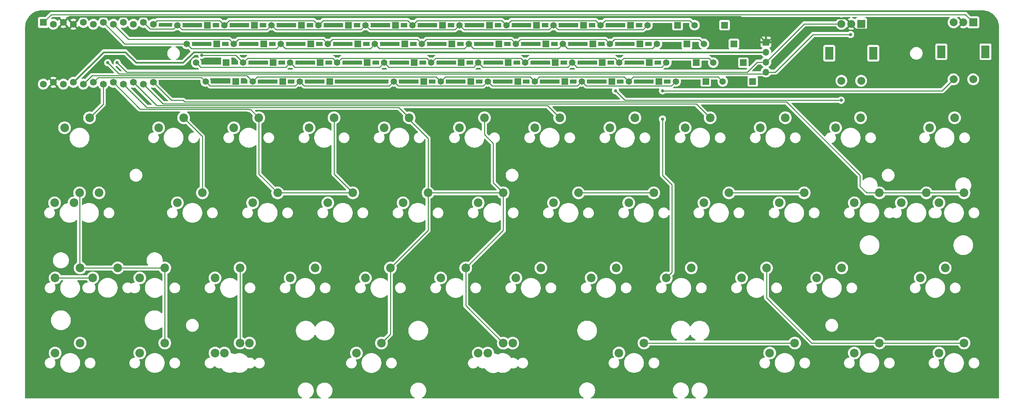
<source format=gbl>
%TF.GenerationSoftware,KiCad,Pcbnew,(6.0.0-0)*%
%TF.CreationDate,2022-04-10T20:29:33+02:00*%
%TF.ProjectId,litl,6c69746c-2e6b-4696-9361-645f70636258,rev?*%
%TF.SameCoordinates,Original*%
%TF.FileFunction,Copper,L2,Bot*%
%TF.FilePolarity,Positive*%
%FSLAX46Y46*%
G04 Gerber Fmt 4.6, Leading zero omitted, Abs format (unit mm)*
G04 Created by KiCad (PCBNEW (6.0.0-0)) date 2022-04-10 20:29:33*
%MOMM*%
%LPD*%
G01*
G04 APERTURE LIST*
%TA.AperFunction,ComponentPad*%
%ADD10C,2.200000*%
%TD*%
%TA.AperFunction,ComponentPad*%
%ADD11C,1.651000*%
%TD*%
%TA.AperFunction,ComponentPad*%
%ADD12R,1.651000X1.651000*%
%TD*%
%TA.AperFunction,WasherPad*%
%ADD13R,2.000000X3.200000*%
%TD*%
%TA.AperFunction,ComponentPad*%
%ADD14R,2.000000X2.000000*%
%TD*%
%TA.AperFunction,ComponentPad*%
%ADD15C,2.000000*%
%TD*%
%TA.AperFunction,ComponentPad*%
%ADD16R,1.700000X1.700000*%
%TD*%
%TA.AperFunction,ComponentPad*%
%ADD17O,1.700000X1.700000*%
%TD*%
%TA.AperFunction,ComponentPad*%
%ADD18R,1.752600X1.752600*%
%TD*%
%TA.AperFunction,ComponentPad*%
%ADD19C,1.752600*%
%TD*%
%TA.AperFunction,ViaPad*%
%ADD20C,0.800000*%
%TD*%
%TA.AperFunction,Conductor*%
%ADD21C,0.254000*%
%TD*%
%TA.AperFunction,Conductor*%
%ADD22C,0.381000*%
%TD*%
%TA.AperFunction,Conductor*%
%ADD23C,0.250000*%
%TD*%
G04 APERTURE END LIST*
D10*
X107590000Y-71320000D03*
X101240000Y-73860000D03*
X98040000Y-90420000D03*
X91690000Y-92960000D03*
D11*
X103627500Y-38200000D03*
D12*
X111247500Y-38200000D03*
D10*
X59840000Y-90420000D03*
X53490000Y-92960000D03*
X47902500Y-90400000D03*
X41552500Y-92940000D03*
D11*
X125115000Y-33425000D03*
D12*
X132735000Y-33425000D03*
D11*
X134665000Y-28650000D03*
D12*
X142285000Y-28650000D03*
D10*
X262777500Y-71320000D03*
X256427500Y-73860000D03*
D11*
X67815000Y-38200000D03*
D12*
X75435000Y-38200000D03*
D10*
X193540000Y-90420000D03*
X187190000Y-92960000D03*
X141015000Y-52220000D03*
X134665000Y-54760000D03*
X219802500Y-109520000D03*
X213452500Y-112060000D03*
D11*
X101240000Y-33425000D03*
D12*
X108860000Y-33425000D03*
D11*
X63040000Y-28650000D03*
D12*
X70660000Y-28650000D03*
D10*
X121915000Y-52220000D03*
X115565000Y-54760000D03*
D11*
X172865000Y-33425000D03*
D12*
X180485000Y-33425000D03*
D10*
X174440000Y-90420000D03*
X168090000Y-92960000D03*
D11*
X77365000Y-33425000D03*
D12*
X84985000Y-33425000D03*
D11*
X115565000Y-38200000D03*
D12*
X123185000Y-38200000D03*
D10*
X136240000Y-90420000D03*
X129890000Y-92960000D03*
X253227500Y-71320000D03*
X246877500Y-73860000D03*
D11*
X165702500Y-42975000D03*
D12*
X173322500Y-42975000D03*
D10*
X181520000Y-109510000D03*
X175170000Y-112050000D03*
X145800000Y-109570000D03*
X139450000Y-112110000D03*
D11*
X79752500Y-38200000D03*
D12*
X87372500Y-38200000D03*
D10*
X38200000Y-71320000D03*
X31850000Y-73860000D03*
X179215000Y-52220000D03*
X172865000Y-54760000D03*
X260390000Y-52220000D03*
X254040000Y-54760000D03*
D11*
X201515000Y-42975000D03*
D12*
X209135000Y-42975000D03*
D11*
X86915000Y-28650000D03*
D12*
X94535000Y-28650000D03*
D10*
X78940000Y-90420000D03*
X72590000Y-92960000D03*
D11*
X196740000Y-33425000D03*
D12*
X204360000Y-33425000D03*
D10*
X117140000Y-90420000D03*
X110790000Y-92960000D03*
X40740000Y-52220000D03*
X34390000Y-54760000D03*
X83715000Y-52220000D03*
X77365000Y-54760000D03*
D11*
X127502500Y-38200000D03*
D12*
X135122500Y-38200000D03*
D11*
X187190000Y-38200000D03*
D12*
X194810000Y-38200000D03*
D11*
X158540000Y-28650000D03*
D12*
X166160000Y-28650000D03*
D10*
X59840000Y-109520000D03*
X53490000Y-112060000D03*
D13*
X228555400Y-35812500D03*
X239755400Y-35812500D03*
D14*
X236655400Y-28312500D03*
D15*
X231655400Y-28312500D03*
X234155400Y-28312500D03*
X231655400Y-42812500D03*
X236655400Y-42812500D03*
D10*
X217415000Y-52220000D03*
X211065000Y-54760000D03*
D11*
X94077500Y-42975000D03*
D12*
X101697500Y-42975000D03*
D11*
X148990000Y-33425000D03*
D12*
X156610000Y-33425000D03*
D11*
X160927500Y-33425000D03*
D12*
X168547500Y-33425000D03*
D10*
X203090000Y-71320000D03*
X196740000Y-73860000D03*
X183990000Y-71320000D03*
X177640000Y-73860000D03*
D11*
X194352500Y-28650000D03*
D12*
X201972500Y-28650000D03*
D11*
X117952500Y-42975000D03*
D12*
X125572500Y-42975000D03*
D11*
X163315000Y-38200000D03*
D12*
X170935000Y-38200000D03*
D10*
X126690000Y-71320000D03*
X120340000Y-73860000D03*
X88490000Y-71320000D03*
X82140000Y-73860000D03*
D11*
X199127500Y-38200000D03*
D12*
X206747500Y-38200000D03*
D13*
X257025000Y-35427000D03*
X268225000Y-35427000D03*
D14*
X265125000Y-27927000D03*
D15*
X260125000Y-27927000D03*
X262625000Y-27927000D03*
X260125000Y-42427000D03*
X265125000Y-42427000D03*
D10*
X102815000Y-52220000D03*
X96465000Y-54760000D03*
D11*
X98852500Y-28650000D03*
D12*
X106472500Y-28650000D03*
D10*
X145790000Y-71320000D03*
X139440000Y-73860000D03*
X262777500Y-109520000D03*
X256427500Y-112060000D03*
D11*
X110790000Y-28650000D03*
D12*
X118410000Y-28650000D03*
D10*
X160115000Y-52220000D03*
X153765000Y-54760000D03*
D11*
X137052500Y-33425000D03*
D12*
X144672500Y-33425000D03*
D10*
X164890000Y-71320000D03*
X158540000Y-73860000D03*
X198315000Y-52220000D03*
X191965000Y-54760000D03*
X38352500Y-109520000D03*
X32002500Y-112060000D03*
X231740000Y-90420000D03*
X225390000Y-92960000D03*
X148177500Y-109530000D03*
X141827500Y-112070000D03*
D11*
X153765000Y-42975000D03*
D12*
X161385000Y-42975000D03*
D11*
X65427500Y-33425000D03*
D12*
X73047500Y-33425000D03*
D11*
X177640000Y-42975000D03*
D12*
X185260000Y-42975000D03*
D10*
X222190000Y-71320000D03*
X215840000Y-73860000D03*
D16*
X212487500Y-32967500D03*
D17*
X212487500Y-35507500D03*
X212487500Y-38047500D03*
X212487500Y-40587500D03*
D10*
X241290000Y-109520000D03*
X234940000Y-112060000D03*
X81327500Y-109520000D03*
X74977500Y-112060000D03*
D11*
X184802500Y-33425000D03*
D12*
X192422500Y-33425000D03*
D10*
X78940000Y-109520000D03*
X72590000Y-112060000D03*
X212640000Y-90420000D03*
X206290000Y-92960000D03*
X114850000Y-109538000D03*
X108500000Y-112078000D03*
D11*
X70202500Y-42975000D03*
D12*
X77822500Y-42975000D03*
D11*
X129890000Y-42975000D03*
D12*
X137510000Y-42975000D03*
D10*
X64615000Y-52220000D03*
X58265000Y-54760000D03*
D11*
X74977500Y-28650000D03*
D12*
X82597500Y-28650000D03*
D11*
X113177500Y-33425000D03*
D12*
X120797500Y-33425000D03*
D11*
X82140000Y-42975000D03*
D12*
X89760000Y-42975000D03*
D10*
X258002500Y-90420000D03*
X251652500Y-92960000D03*
X155340000Y-90420000D03*
X148990000Y-92960000D03*
D11*
X170477500Y-28650000D03*
D12*
X178097500Y-28650000D03*
D11*
X141827500Y-42975000D03*
D12*
X149447500Y-42975000D03*
D11*
X151377500Y-38200000D03*
D12*
X158997500Y-38200000D03*
D11*
X91690000Y-38200000D03*
D12*
X99310000Y-38200000D03*
D10*
X38352500Y-90420000D03*
X32002500Y-92960000D03*
D11*
X139440000Y-38200000D03*
D12*
X147060000Y-38200000D03*
D10*
X236515000Y-52220000D03*
X230165000Y-54760000D03*
D11*
X89302500Y-33425000D03*
D12*
X96922500Y-33425000D03*
D11*
X182415000Y-28650000D03*
D12*
X190035000Y-28650000D03*
D10*
X69390000Y-71320000D03*
X63040000Y-73860000D03*
D11*
X122727500Y-28650000D03*
D12*
X130347500Y-28650000D03*
D11*
X146602500Y-28650000D03*
D12*
X154222500Y-28650000D03*
D11*
X175252500Y-38200000D03*
D12*
X182872500Y-38200000D03*
D11*
X189577500Y-42975000D03*
D12*
X197197500Y-42975000D03*
D10*
X43127500Y-71320000D03*
X36777500Y-73860000D03*
X241290000Y-71320000D03*
X234940000Y-73860000D03*
D18*
X29005000Y-27963900D03*
D19*
X31545000Y-28421100D03*
X34085000Y-27963900D03*
X36625000Y-28421100D03*
X39165000Y-27963900D03*
X41705000Y-28421100D03*
X44245000Y-27963900D03*
X46785000Y-28421100D03*
X49325000Y-27963900D03*
X51865000Y-28421100D03*
X54405000Y-27963900D03*
X56945000Y-28421100D03*
X56945000Y-43203900D03*
X54405000Y-43661100D03*
X51865000Y-43203900D03*
X49325000Y-43661100D03*
X46785000Y-43203900D03*
X44245000Y-43661100D03*
X41705000Y-43203900D03*
X39165000Y-43661100D03*
X36625000Y-43203900D03*
X34085000Y-43661100D03*
X31545000Y-43203900D03*
X29005000Y-43661100D03*
D20*
X69237500Y-36297500D03*
X186225000Y-52525000D03*
X186225000Y-45362500D03*
X47750000Y-38200000D03*
X45362500Y-38200000D03*
X233975000Y-31037500D03*
X174287500Y-45362500D03*
X231587500Y-47750000D03*
D21*
X86915000Y-28650000D02*
X88067011Y-29802011D01*
X56065011Y-29623911D02*
X62066089Y-29623911D01*
X64192011Y-29802011D02*
X85762989Y-29802011D01*
X134665000Y-28650000D02*
X135817011Y-29802011D01*
X63040000Y-28650000D02*
X64192011Y-29802011D01*
X88067011Y-29802011D02*
X109637989Y-29802011D01*
X109637989Y-29802011D02*
X110790000Y-28650000D01*
X111942011Y-29802011D02*
X133512989Y-29802011D01*
X54405000Y-27963900D02*
X56065011Y-29623911D01*
X135817011Y-29802011D02*
X157387989Y-29802011D01*
X158540000Y-28650000D02*
X159692011Y-29802011D01*
X85762989Y-29802011D02*
X86915000Y-28650000D01*
X157387989Y-29802011D02*
X158540000Y-28650000D01*
X110790000Y-28650000D02*
X111942011Y-29802011D01*
X181262989Y-29802011D02*
X182415000Y-28650000D01*
X62066089Y-29623911D02*
X63040000Y-28650000D01*
X133512989Y-29802011D02*
X134665000Y-28650000D01*
X159692011Y-29802011D02*
X181262989Y-29802011D01*
X97700489Y-27497989D02*
X98852500Y-28650000D01*
X56945000Y-28421100D02*
X57868111Y-27497989D01*
X145450489Y-27497989D02*
X146602500Y-28650000D01*
X123879511Y-27497989D02*
X145450489Y-27497989D01*
X147754511Y-27497989D02*
X169325489Y-27497989D01*
X73825489Y-27497989D02*
X74977500Y-28650000D01*
X146602500Y-28650000D02*
X147754511Y-27497989D01*
X121575489Y-27497989D02*
X122727500Y-28650000D01*
X76129511Y-27497989D02*
X97700489Y-27497989D01*
X74977500Y-28650000D02*
X76129511Y-27497989D01*
X193200489Y-27497989D02*
X194352500Y-28650000D01*
X170477500Y-28650000D02*
X171629511Y-27497989D01*
X122727500Y-28650000D02*
X123879511Y-27497989D01*
X98852500Y-28650000D02*
X100004511Y-27497989D01*
X171629511Y-27497989D02*
X193200489Y-27497989D01*
X57868111Y-27497989D02*
X73825489Y-27497989D01*
X169325489Y-27497989D02*
X170477500Y-28650000D01*
X100004511Y-27497989D02*
X121575489Y-27497989D01*
X114329511Y-34577011D02*
X135900489Y-34577011D01*
X90454511Y-34577011D02*
X112025489Y-34577011D01*
X89302500Y-33425000D02*
X90454511Y-34577011D01*
X65427500Y-33425000D02*
X49706100Y-33425000D01*
X65427500Y-33425000D02*
X66579511Y-34577011D01*
X160927500Y-33425000D02*
X162079511Y-34577011D01*
X137052500Y-33425000D02*
X138204511Y-34577011D01*
X113177500Y-33425000D02*
X114329511Y-34577011D01*
X162079511Y-34577011D02*
X183650489Y-34577011D01*
X135900489Y-34577011D02*
X137052500Y-33425000D01*
X66579511Y-34577011D02*
X88150489Y-34577011D01*
X112025489Y-34577011D02*
X113177500Y-33425000D01*
X183650489Y-34577011D02*
X184802500Y-33425000D01*
X49706100Y-33425000D02*
X44245000Y-27963900D01*
X88150489Y-34577011D02*
X89302500Y-33425000D01*
X138204511Y-34577011D02*
X159775489Y-34577011D01*
X159775489Y-34577011D02*
X160927500Y-33425000D01*
X148990000Y-33425000D02*
X147837989Y-32272989D01*
X150142011Y-32272989D02*
X148990000Y-33425000D01*
X196740000Y-33425000D02*
X195587989Y-32272989D01*
X46785000Y-28421100D02*
X50636889Y-32272989D01*
X50636889Y-32272989D02*
X76212989Y-32272989D01*
X172865000Y-33425000D02*
X171712989Y-32272989D01*
X101240000Y-33425000D02*
X100087989Y-32272989D01*
X171712989Y-32272989D02*
X150142011Y-32272989D01*
X76212989Y-32272989D02*
X77365000Y-33425000D01*
X195587989Y-32272989D02*
X174017011Y-32272989D01*
X147837989Y-32272989D02*
X126267011Y-32272989D01*
X125115000Y-33425000D02*
X123962989Y-32272989D01*
X174017011Y-32272989D02*
X172865000Y-33425000D01*
X100087989Y-32272989D02*
X78517011Y-32272989D01*
X102392011Y-32272989D02*
X101240000Y-33425000D01*
X126267011Y-32272989D02*
X125115000Y-33425000D01*
X123962989Y-32272989D02*
X102392011Y-32272989D01*
X78517011Y-32272989D02*
X77365000Y-33425000D01*
X114412989Y-39352011D02*
X115565000Y-38200000D01*
X163315000Y-38200000D02*
X164467011Y-39352011D01*
X139440000Y-38200000D02*
X140592011Y-39352011D01*
X92842011Y-39352011D02*
X114412989Y-39352011D01*
X162162989Y-39352011D02*
X163315000Y-38200000D01*
X140592011Y-39352011D02*
X162162989Y-39352011D01*
X186037989Y-39352011D02*
X187190000Y-38200000D01*
X115565000Y-38200000D02*
X116717011Y-39352011D01*
X138287989Y-39352011D02*
X139440000Y-38200000D01*
X67815000Y-38200000D02*
X68967011Y-39352011D01*
X116717011Y-39352011D02*
X138287989Y-39352011D01*
X90537989Y-39352011D02*
X91690000Y-38200000D01*
X164467011Y-39352011D02*
X186037989Y-39352011D01*
X91690000Y-38200000D02*
X92842011Y-39352011D01*
X68967011Y-39352011D02*
X90537989Y-39352011D01*
X41552500Y-92940000D02*
X32022500Y-92940000D01*
X32022500Y-92940000D02*
X32002500Y-92960000D01*
X126350489Y-37047989D02*
X104779511Y-37047989D01*
X151377500Y-38200000D02*
X152529511Y-37047989D01*
X150225489Y-37047989D02*
X128654511Y-37047989D01*
X174100489Y-37047989D02*
X175252500Y-38200000D01*
X152529511Y-37047989D02*
X174100489Y-37047989D01*
X128654511Y-37047989D02*
X127502500Y-38200000D01*
X151377500Y-38200000D02*
X150225489Y-37047989D01*
X197975489Y-37047989D02*
X176404511Y-37047989D01*
X127502500Y-38200000D02*
X126350489Y-37047989D01*
X104779511Y-37047989D02*
X103627500Y-38200000D01*
X176404511Y-37047989D02*
X175252500Y-38200000D01*
X69237500Y-36297500D02*
X77850000Y-36297500D01*
X77850000Y-36297500D02*
X79752500Y-38200000D01*
X199127500Y-38200000D02*
X197975489Y-37047989D01*
X80904511Y-37047989D02*
X79752500Y-38200000D01*
X102475489Y-37047989D02*
X80904511Y-37047989D01*
X103627500Y-38200000D02*
X102475489Y-37047989D01*
X186225000Y-52525000D02*
X186225000Y-66850000D01*
X188612500Y-69237500D02*
X188612500Y-91537500D01*
X186225000Y-66850000D02*
X188612500Y-69237500D01*
X188612500Y-91537500D02*
X187190000Y-92960000D01*
X164550489Y-44127011D02*
X165702500Y-42975000D01*
X141827500Y-42975000D02*
X142979511Y-44127011D01*
X94077500Y-42975000D02*
X95229511Y-44127011D01*
X41705000Y-43203900D02*
X42960840Y-41948060D01*
X165702500Y-42975000D02*
X166854511Y-44127011D01*
X92925489Y-44127011D02*
X94077500Y-42975000D01*
X70202500Y-42975000D02*
X71354511Y-44127011D01*
X71354511Y-44127011D02*
X92925489Y-44127011D01*
X188425489Y-44127011D02*
X189577500Y-42975000D01*
X42960840Y-41948060D02*
X69175560Y-41948060D01*
X142979511Y-44127011D02*
X164550489Y-44127011D01*
X117952500Y-42975000D02*
X119104511Y-44127011D01*
X140675489Y-44127011D02*
X141827500Y-42975000D01*
X69175560Y-41948060D02*
X70202500Y-42975000D01*
X119104511Y-44127011D02*
X140675489Y-44127011D01*
X166854511Y-44127011D02*
X188425489Y-44127011D01*
X95229511Y-44127011D02*
X116800489Y-44127011D01*
X116800489Y-44127011D02*
X117952500Y-42975000D01*
X152612989Y-41822989D02*
X131042011Y-41822989D01*
X178792011Y-41822989D02*
X177640000Y-42975000D01*
X80659540Y-41494540D02*
X82140000Y-42975000D01*
X176487989Y-41822989D02*
X154917011Y-41822989D01*
X83292011Y-41822989D02*
X82140000Y-42975000D01*
X128737989Y-41822989D02*
X83292011Y-41822989D01*
X131042011Y-41822989D02*
X129890000Y-42975000D01*
X129890000Y-42975000D02*
X128737989Y-41822989D01*
X153765000Y-42975000D02*
X152612989Y-41822989D01*
X200362989Y-41822989D02*
X178792011Y-41822989D01*
X39165000Y-43661100D02*
X41331560Y-41494540D01*
X41331560Y-41494540D02*
X80659540Y-41494540D01*
X154917011Y-41822989D02*
X153765000Y-42975000D01*
X201515000Y-42975000D02*
X200362989Y-41822989D01*
X177640000Y-42975000D02*
X176487989Y-41822989D01*
X257189500Y-45362500D02*
X186225000Y-45362500D01*
X260125000Y-42427000D02*
X257189500Y-45362500D01*
D22*
X49832500Y-35507500D02*
X44321400Y-35507500D01*
X67155000Y-35507500D02*
X64462500Y-38200000D01*
X44321400Y-35507500D02*
X36625000Y-43203900D01*
X64462500Y-38200000D02*
X52525000Y-38200000D01*
X52525000Y-38200000D02*
X49832500Y-35507500D01*
X212487500Y-35507500D02*
X212182500Y-35507500D01*
X212182500Y-35507500D02*
X67155000Y-35507500D01*
D21*
X231655400Y-28312500D02*
X222222500Y-28312500D01*
X50137500Y-40587500D02*
X47750000Y-38200000D01*
X207712500Y-40587500D02*
X50137500Y-40587500D01*
X212487500Y-38047500D02*
X210252500Y-38047500D01*
X222222500Y-28312500D02*
X212487500Y-38047500D01*
X210252500Y-38047500D02*
X207712500Y-40587500D01*
X233975000Y-31037500D02*
X224425000Y-31037500D01*
X48203520Y-41041020D02*
X45362500Y-38200000D01*
X212033980Y-41041020D02*
X48203520Y-41041020D01*
X212487500Y-40587500D02*
X212033980Y-41041020D01*
X224425000Y-31037500D02*
X214875000Y-40587500D01*
X214875000Y-40587500D02*
X212487500Y-40587500D01*
D23*
X69390000Y-56995000D02*
X64615000Y-52220000D01*
X69390000Y-71320000D02*
X69390000Y-56995000D01*
X47922500Y-90420000D02*
X47902500Y-90400000D01*
X38352500Y-90420000D02*
X47882500Y-90420000D01*
X38212979Y-90280479D02*
X38212979Y-71332979D01*
X38352500Y-90420000D02*
X38212979Y-90280479D01*
X47882500Y-90420000D02*
X47902500Y-90400000D01*
D21*
X44245000Y-48715000D02*
X40740000Y-52220000D01*
X44245000Y-43661100D02*
X44245000Y-48715000D01*
D23*
X59840000Y-90420000D02*
X47922500Y-90420000D01*
X38212979Y-71332979D02*
X38200000Y-71320000D01*
D21*
X59840000Y-109520000D02*
X59840000Y-90420000D01*
X53598700Y-50017600D02*
X46785000Y-43203900D01*
X102815000Y-66545000D02*
X107590000Y-71320000D01*
D23*
X78940000Y-90420000D02*
X78940000Y-109520000D01*
X88490000Y-71320000D02*
X107590000Y-71320000D01*
D21*
X83715000Y-52220000D02*
X81632500Y-50137500D01*
X81055100Y-50017600D02*
X53598700Y-50017600D01*
X83715000Y-66545000D02*
X88490000Y-71320000D01*
X83715000Y-52220000D02*
X83715000Y-66545000D01*
X102815000Y-52220000D02*
X102815000Y-66545000D01*
X81632500Y-50137500D02*
X81175000Y-50137500D01*
X81175000Y-50137500D02*
X81055100Y-50017600D01*
D23*
X143250000Y-68780000D02*
X143250000Y-58726735D01*
D21*
X121915000Y-52220000D02*
X119259080Y-49564080D01*
X55227980Y-49564080D02*
X49325000Y-43661100D01*
X114850000Y-109538000D02*
X117140000Y-107248000D01*
D23*
X136240000Y-90420000D02*
X136240000Y-100010000D01*
D21*
X121915000Y-52220000D02*
X121915000Y-52372500D01*
D23*
X126690000Y-71320000D02*
X126690000Y-80870000D01*
X136240000Y-90420000D02*
X145790000Y-80870000D01*
X126690000Y-80870000D02*
X117140000Y-90420000D01*
D21*
X121915000Y-52372500D02*
X121762500Y-52525000D01*
D23*
X145790000Y-71320000D02*
X143250000Y-68780000D01*
X145790000Y-80870000D02*
X145790000Y-71320000D01*
X143250000Y-58726735D02*
X141015000Y-56491735D01*
D21*
X121762500Y-52525000D02*
X126690000Y-57452500D01*
X117140000Y-107248000D02*
X117140000Y-90420000D01*
D23*
X136240000Y-100010000D02*
X145800000Y-109570000D01*
X126690000Y-71320000D02*
X145790000Y-71320000D01*
D21*
X119259080Y-49564080D02*
X55227980Y-49564080D01*
X126690000Y-57452500D02*
X126690000Y-71320000D01*
D23*
X141015000Y-56491735D02*
X141015000Y-52220000D01*
X219792500Y-109510000D02*
X219802500Y-109520000D01*
D21*
X157005560Y-49110560D02*
X57771660Y-49110560D01*
D23*
X164890000Y-71320000D02*
X183990000Y-71320000D01*
X181520000Y-109510000D02*
X219792500Y-109510000D01*
D21*
X160115000Y-52220000D02*
X157005560Y-49110560D01*
X57771660Y-49110560D02*
X51865000Y-43203900D01*
X59400940Y-48657040D02*
X54405000Y-43661100D01*
D23*
X241290000Y-109520000D02*
X262777500Y-109520000D01*
D21*
X194752040Y-48657040D02*
X59400940Y-48657040D01*
D23*
X203090000Y-71320000D02*
X222190000Y-71320000D01*
X224120000Y-109520000D02*
X241290000Y-109520000D01*
X212640000Y-90420000D02*
X212640000Y-98040000D01*
D21*
X198315000Y-52220000D02*
X194752040Y-48657040D01*
D23*
X212640000Y-98040000D02*
X224120000Y-109520000D01*
D21*
X64916020Y-48203520D02*
X217716020Y-48203520D01*
X64462500Y-47750000D02*
X64916020Y-48203520D01*
X56945000Y-43203900D02*
X61491100Y-47750000D01*
X236362500Y-66850000D02*
X236362500Y-69664158D01*
X238018342Y-71320000D02*
X241290000Y-71320000D01*
D23*
X253227500Y-71320000D02*
X262777500Y-71320000D01*
D21*
X236362500Y-69664158D02*
X238018342Y-71320000D01*
X61491100Y-47750000D02*
X64462500Y-47750000D01*
D23*
X241290000Y-71320000D02*
X253227500Y-71320000D01*
D21*
X217716020Y-48203520D02*
X236362500Y-66850000D01*
X265125000Y-27927000D02*
X263149950Y-25951950D01*
X31016950Y-25951950D02*
X29005000Y-27963900D01*
X263149950Y-25951950D02*
X31016950Y-25951950D01*
X176675000Y-47750000D02*
X174287500Y-45362500D01*
X231587500Y-47750000D02*
X176675000Y-47750000D01*
D22*
X232765389Y-26922489D02*
X218990011Y-26922489D01*
X235265389Y-29702511D02*
X234155400Y-28592522D01*
X262625000Y-27927000D02*
X260849489Y-29702511D01*
X218990011Y-26922489D02*
X212945000Y-32967500D01*
X260849489Y-29702511D02*
X235265389Y-29702511D01*
X234155400Y-28312500D02*
X232765389Y-26922489D01*
X35579930Y-26468970D02*
X34085000Y-27963900D01*
X212487500Y-32967500D02*
X205988970Y-26468970D01*
X234155400Y-28592522D02*
X234155400Y-28312500D01*
X212945000Y-32967500D02*
X212487500Y-32967500D01*
X205988970Y-26468970D02*
X35579930Y-26468970D01*
%TA.AperFunction,Conductor*%
G36*
X267370057Y-24884500D02*
G01*
X267384858Y-24886805D01*
X267384861Y-24886805D01*
X267393730Y-24888186D01*
X267413626Y-24885584D01*
X267435784Y-24884654D01*
X267787891Y-24900933D01*
X267799480Y-24902007D01*
X268178295Y-24954850D01*
X268189735Y-24956989D01*
X268562059Y-25044558D01*
X268573235Y-25047738D01*
X268754569Y-25108515D01*
X268935894Y-25169290D01*
X268946746Y-25173494D01*
X269296641Y-25327987D01*
X269307059Y-25333175D01*
X269641191Y-25519285D01*
X269651085Y-25525410D01*
X269669791Y-25538224D01*
X269966636Y-25741568D01*
X269975924Y-25748582D01*
X270270184Y-25992933D01*
X270278784Y-26000774D01*
X270549226Y-26271216D01*
X270557067Y-26279816D01*
X270801418Y-26574076D01*
X270808432Y-26583364D01*
X270890264Y-26702824D01*
X271021835Y-26894893D01*
X271024589Y-26898914D01*
X271030714Y-26908807D01*
X271064734Y-26969885D01*
X271216825Y-27242941D01*
X271222013Y-27253359D01*
X271376506Y-27603254D01*
X271380710Y-27614106D01*
X271436240Y-27779783D01*
X271501987Y-27975943D01*
X271502259Y-27976756D01*
X271505442Y-27987941D01*
X271581511Y-28311368D01*
X271593011Y-28360265D01*
X271595150Y-28371705D01*
X271647993Y-28750520D01*
X271649067Y-28762109D01*
X271665003Y-29106816D01*
X271663638Y-29132015D01*
X271661814Y-29143730D01*
X271662978Y-29152632D01*
X271662978Y-29152635D01*
X271665936Y-29175251D01*
X271667000Y-29191589D01*
X271667000Y-123516000D01*
X271646998Y-123584121D01*
X271593342Y-123630614D01*
X271541000Y-123642000D01*
X196652687Y-123642000D01*
X196584566Y-123621998D01*
X196538073Y-123568342D01*
X196527969Y-123498068D01*
X196557463Y-123433488D01*
X196593534Y-123404749D01*
X196713830Y-123340787D01*
X196713836Y-123340783D01*
X196717722Y-123338717D01*
X196721282Y-123336130D01*
X196721286Y-123336128D01*
X196944238Y-123174145D01*
X196944241Y-123174142D01*
X196947801Y-123171556D01*
X196965831Y-123154145D01*
X197149210Y-122977057D01*
X197149214Y-122977053D01*
X197152375Y-122974000D01*
X197165613Y-122957057D01*
X197324753Y-122753367D01*
X197327465Y-122749896D01*
X197365320Y-122684329D01*
X197467456Y-122507425D01*
X197467459Y-122507420D01*
X197469661Y-122503605D01*
X197471311Y-122499521D01*
X197471314Y-122499515D01*
X197574547Y-122244002D01*
X197576196Y-122239921D01*
X197582248Y-122215650D01*
X197614242Y-122087328D01*
X197644997Y-121963976D01*
X197646651Y-121948247D01*
X197674265Y-121685510D01*
X197674265Y-121685507D01*
X197674724Y-121681141D01*
X197674571Y-121676747D01*
X197664953Y-121401319D01*
X197664952Y-121401313D01*
X197664799Y-121396922D01*
X197661273Y-121376922D01*
X197617588Y-121129173D01*
X197615415Y-121116850D01*
X197614060Y-121112679D01*
X197614058Y-121112672D01*
X197528894Y-120850566D01*
X197527533Y-120846377D01*
X197519822Y-120830566D01*
X197408692Y-120602719D01*
X197402863Y-120590767D01*
X197400408Y-120587128D01*
X197400405Y-120587122D01*
X197249229Y-120362995D01*
X197243833Y-120354995D01*
X197053537Y-120143650D01*
X196835680Y-119960846D01*
X196594502Y-119810141D01*
X196334696Y-119694469D01*
X196061321Y-119616079D01*
X196056967Y-119615467D01*
X196056962Y-119615466D01*
X195883333Y-119591065D01*
X195779696Y-119576500D01*
X195566482Y-119576500D01*
X195564296Y-119576653D01*
X195564292Y-119576653D01*
X195358185Y-119591065D01*
X195358180Y-119591066D01*
X195353800Y-119591372D01*
X195075623Y-119650501D01*
X195071494Y-119652004D01*
X195071490Y-119652005D01*
X194812526Y-119746260D01*
X194812522Y-119746262D01*
X194808381Y-119747769D01*
X194804491Y-119749837D01*
X194804485Y-119749840D01*
X194561170Y-119879213D01*
X194561164Y-119879217D01*
X194557278Y-119881283D01*
X194553718Y-119883870D01*
X194553714Y-119883872D01*
X194330762Y-120045855D01*
X194327199Y-120048444D01*
X194324035Y-120051500D01*
X194324032Y-120051502D01*
X194125790Y-120242943D01*
X194125786Y-120242947D01*
X194122625Y-120246000D01*
X194119918Y-120249465D01*
X194119916Y-120249467D01*
X194009596Y-120390670D01*
X193947535Y-120470104D01*
X193945332Y-120473920D01*
X193814525Y-120700485D01*
X193805339Y-120716395D01*
X193803689Y-120720479D01*
X193803686Y-120720485D01*
X193749591Y-120854377D01*
X193698804Y-120980079D01*
X193630003Y-121256024D01*
X193629544Y-121260392D01*
X193629543Y-121260397D01*
X193617751Y-121372592D01*
X193600276Y-121538859D01*
X193600429Y-121543247D01*
X193600429Y-121543253D01*
X193609654Y-121807408D01*
X193610201Y-121823078D01*
X193610963Y-121827401D01*
X193610964Y-121827408D01*
X193635798Y-121968247D01*
X193659585Y-122103150D01*
X193660940Y-122107321D01*
X193660942Y-122107328D01*
X193706624Y-122247921D01*
X193747467Y-122373623D01*
X193749395Y-122377576D01*
X193749397Y-122377581D01*
X193753299Y-122385581D01*
X193872137Y-122629233D01*
X193874592Y-122632872D01*
X193874595Y-122632878D01*
X193937461Y-122726080D01*
X194031167Y-122865005D01*
X194221463Y-123076350D01*
X194439320Y-123259154D01*
X194443052Y-123261486D01*
X194679357Y-123409146D01*
X194726527Y-123462207D01*
X194737522Y-123532347D01*
X194708851Y-123597297D01*
X194649617Y-123636436D01*
X194612587Y-123642000D01*
X191857573Y-123642000D01*
X191789452Y-123621998D01*
X191742959Y-123568342D01*
X191732855Y-123498068D01*
X191762349Y-123433488D01*
X191798418Y-123404750D01*
X191960222Y-123318717D01*
X191963782Y-123316130D01*
X191963786Y-123316128D01*
X192186738Y-123154145D01*
X192186741Y-123154142D01*
X192190301Y-123151556D01*
X192256965Y-123087179D01*
X192391710Y-122957057D01*
X192391714Y-122957053D01*
X192394875Y-122954000D01*
X192569965Y-122729896D01*
X192628083Y-122629233D01*
X192709956Y-122487425D01*
X192709959Y-122487420D01*
X192712161Y-122483605D01*
X192713811Y-122479521D01*
X192713814Y-122479515D01*
X192817047Y-122224002D01*
X192818696Y-122219921D01*
X192887497Y-121943976D01*
X192917224Y-121661141D01*
X192913387Y-121551253D01*
X192907453Y-121381319D01*
X192907452Y-121381313D01*
X192907299Y-121376922D01*
X192885229Y-121251753D01*
X192862115Y-121120672D01*
X192857915Y-121096850D01*
X192856560Y-121092679D01*
X192856558Y-121092672D01*
X192771394Y-120830566D01*
X192770033Y-120826377D01*
X192645363Y-120570767D01*
X192642908Y-120567128D01*
X192642905Y-120567122D01*
X192488792Y-120338641D01*
X192486333Y-120334995D01*
X192296037Y-120123650D01*
X192078180Y-119940846D01*
X191837002Y-119790141D01*
X191577196Y-119674469D01*
X191303821Y-119596079D01*
X191299467Y-119595467D01*
X191299462Y-119595466D01*
X191125833Y-119571065D01*
X191022196Y-119556500D01*
X190808982Y-119556500D01*
X190806796Y-119556653D01*
X190806792Y-119556653D01*
X190600685Y-119571065D01*
X190600680Y-119571066D01*
X190596300Y-119571372D01*
X190318123Y-119630501D01*
X190313994Y-119632004D01*
X190313990Y-119632005D01*
X190055026Y-119726260D01*
X190055022Y-119726262D01*
X190050881Y-119727769D01*
X190046991Y-119729837D01*
X190046985Y-119729840D01*
X189803670Y-119859213D01*
X189803664Y-119859217D01*
X189799778Y-119861283D01*
X189796218Y-119863870D01*
X189796214Y-119863872D01*
X189573262Y-120025855D01*
X189569699Y-120028444D01*
X189566535Y-120031500D01*
X189566532Y-120031502D01*
X189368290Y-120222943D01*
X189368286Y-120222947D01*
X189365125Y-120226000D01*
X189362418Y-120229465D01*
X189362416Y-120229467D01*
X189349499Y-120246000D01*
X189190035Y-120450104D01*
X189187832Y-120453920D01*
X189106542Y-120594719D01*
X189047839Y-120696395D01*
X189046189Y-120700479D01*
X189046186Y-120700485D01*
X188987242Y-120846377D01*
X188941304Y-120960079D01*
X188940240Y-120964348D01*
X188940239Y-120964350D01*
X188934323Y-120988079D01*
X188872503Y-121236024D01*
X188872044Y-121240392D01*
X188872043Y-121240397D01*
X188870401Y-121256024D01*
X188842776Y-121518859D01*
X188842929Y-121523247D01*
X188842929Y-121523253D01*
X188848875Y-121693510D01*
X188852701Y-121803078D01*
X188853463Y-121807401D01*
X188853464Y-121807408D01*
X188881711Y-121967603D01*
X188902085Y-122083150D01*
X188903440Y-122087321D01*
X188903442Y-122087328D01*
X188954349Y-122244002D01*
X188989967Y-122353623D01*
X188991895Y-122357576D01*
X188991897Y-122357581D01*
X189005554Y-122385581D01*
X189114637Y-122609233D01*
X189117092Y-122612872D01*
X189117095Y-122612878D01*
X189224199Y-122771665D01*
X189273667Y-122845005D01*
X189276611Y-122848274D01*
X189276612Y-122848276D01*
X189315894Y-122891903D01*
X189463963Y-123056350D01*
X189681820Y-123239154D01*
X189922998Y-123389859D01*
X189947730Y-123400870D01*
X189947781Y-123400893D01*
X190001877Y-123446873D01*
X190022527Y-123514800D01*
X190003175Y-123583108D01*
X189949964Y-123630110D01*
X189896533Y-123642000D01*
X168057573Y-123642000D01*
X167989452Y-123621998D01*
X167942959Y-123568342D01*
X167932855Y-123498068D01*
X167962349Y-123433488D01*
X167998418Y-123404750D01*
X168160222Y-123318717D01*
X168163782Y-123316130D01*
X168163786Y-123316128D01*
X168386738Y-123154145D01*
X168386741Y-123154142D01*
X168390301Y-123151556D01*
X168456965Y-123087179D01*
X168591710Y-122957057D01*
X168591714Y-122957053D01*
X168594875Y-122954000D01*
X168769965Y-122729896D01*
X168828083Y-122629233D01*
X168909956Y-122487425D01*
X168909959Y-122487420D01*
X168912161Y-122483605D01*
X168913811Y-122479521D01*
X168913814Y-122479515D01*
X169017047Y-122224002D01*
X169018696Y-122219921D01*
X169087497Y-121943976D01*
X169117224Y-121661141D01*
X169113387Y-121551253D01*
X169107453Y-121381319D01*
X169107452Y-121381313D01*
X169107299Y-121376922D01*
X169085229Y-121251753D01*
X169062115Y-121120672D01*
X169057915Y-121096850D01*
X169056560Y-121092679D01*
X169056558Y-121092672D01*
X168971394Y-120830566D01*
X168970033Y-120826377D01*
X168845363Y-120570767D01*
X168842908Y-120567128D01*
X168842905Y-120567122D01*
X168688792Y-120338641D01*
X168686333Y-120334995D01*
X168496037Y-120123650D01*
X168278180Y-119940846D01*
X168037002Y-119790141D01*
X167777196Y-119674469D01*
X167503821Y-119596079D01*
X167499467Y-119595467D01*
X167499462Y-119595466D01*
X167325833Y-119571065D01*
X167222196Y-119556500D01*
X167008982Y-119556500D01*
X167006796Y-119556653D01*
X167006792Y-119556653D01*
X166800685Y-119571065D01*
X166800680Y-119571066D01*
X166796300Y-119571372D01*
X166518123Y-119630501D01*
X166513994Y-119632004D01*
X166513990Y-119632005D01*
X166255026Y-119726260D01*
X166255022Y-119726262D01*
X166250881Y-119727769D01*
X166246991Y-119729837D01*
X166246985Y-119729840D01*
X166003670Y-119859213D01*
X166003664Y-119859217D01*
X165999778Y-119861283D01*
X165996218Y-119863870D01*
X165996214Y-119863872D01*
X165773262Y-120025855D01*
X165769699Y-120028444D01*
X165766535Y-120031500D01*
X165766532Y-120031502D01*
X165568290Y-120222943D01*
X165568286Y-120222947D01*
X165565125Y-120226000D01*
X165562418Y-120229465D01*
X165562416Y-120229467D01*
X165549499Y-120246000D01*
X165390035Y-120450104D01*
X165387832Y-120453920D01*
X165306542Y-120594719D01*
X165247839Y-120696395D01*
X165246189Y-120700479D01*
X165246186Y-120700485D01*
X165187242Y-120846377D01*
X165141304Y-120960079D01*
X165140240Y-120964348D01*
X165140239Y-120964350D01*
X165134323Y-120988079D01*
X165072503Y-121236024D01*
X165072044Y-121240392D01*
X165072043Y-121240397D01*
X165070401Y-121256024D01*
X165042776Y-121518859D01*
X165042929Y-121523247D01*
X165042929Y-121523253D01*
X165048875Y-121693510D01*
X165052701Y-121803078D01*
X165053463Y-121807401D01*
X165053464Y-121807408D01*
X165081711Y-121967603D01*
X165102085Y-122083150D01*
X165103440Y-122087321D01*
X165103442Y-122087328D01*
X165154349Y-122244002D01*
X165189967Y-122353623D01*
X165191895Y-122357576D01*
X165191897Y-122357581D01*
X165205554Y-122385581D01*
X165314637Y-122609233D01*
X165317092Y-122612872D01*
X165317095Y-122612878D01*
X165424199Y-122771665D01*
X165473667Y-122845005D01*
X165476611Y-122848274D01*
X165476612Y-122848276D01*
X165515894Y-122891903D01*
X165663963Y-123056350D01*
X165881820Y-123239154D01*
X166122998Y-123389859D01*
X166147730Y-123400870D01*
X166147781Y-123400893D01*
X166201877Y-123446873D01*
X166222527Y-123514800D01*
X166203175Y-123583108D01*
X166149964Y-123630110D01*
X166096533Y-123642000D01*
X125240233Y-123642000D01*
X125172112Y-123621998D01*
X125125619Y-123568342D01*
X125115515Y-123498068D01*
X125145009Y-123433488D01*
X125181077Y-123404750D01*
X125290222Y-123346717D01*
X125293782Y-123344130D01*
X125293786Y-123344128D01*
X125516738Y-123182145D01*
X125516741Y-123182142D01*
X125520301Y-123179556D01*
X125523468Y-123176498D01*
X125721710Y-122985057D01*
X125721714Y-122985053D01*
X125724875Y-122982000D01*
X125731126Y-122974000D01*
X125897253Y-122761367D01*
X125899965Y-122757896D01*
X125969630Y-122637233D01*
X126039956Y-122515425D01*
X126039959Y-122515420D01*
X126042161Y-122511605D01*
X126043811Y-122507521D01*
X126043814Y-122507515D01*
X126147047Y-122252002D01*
X126148696Y-122247921D01*
X126217497Y-121971976D01*
X126218798Y-121959603D01*
X126246765Y-121693510D01*
X126246765Y-121693507D01*
X126247224Y-121689141D01*
X126246945Y-121681141D01*
X126237453Y-121409319D01*
X126237452Y-121409313D01*
X126237299Y-121404922D01*
X126235889Y-121396922D01*
X126188677Y-121129173D01*
X126187915Y-121124850D01*
X126186560Y-121120679D01*
X126186558Y-121120672D01*
X126101394Y-120858566D01*
X126100033Y-120854377D01*
X126096132Y-120846377D01*
X126024974Y-120700485D01*
X125975363Y-120598767D01*
X125972908Y-120595128D01*
X125972905Y-120595122D01*
X125818792Y-120366641D01*
X125816333Y-120362995D01*
X125788177Y-120331724D01*
X125710990Y-120246000D01*
X125626037Y-120151650D01*
X125408180Y-119968846D01*
X125167002Y-119818141D01*
X124907196Y-119702469D01*
X124633821Y-119624079D01*
X124629467Y-119623467D01*
X124629462Y-119623466D01*
X124455833Y-119599065D01*
X124352196Y-119584500D01*
X124138982Y-119584500D01*
X124136796Y-119584653D01*
X124136792Y-119584653D01*
X123930685Y-119599065D01*
X123930680Y-119599066D01*
X123926300Y-119599372D01*
X123648123Y-119658501D01*
X123643994Y-119660004D01*
X123643990Y-119660005D01*
X123385026Y-119754260D01*
X123385022Y-119754262D01*
X123380881Y-119755769D01*
X123376991Y-119757837D01*
X123376985Y-119757840D01*
X123133670Y-119887213D01*
X123133664Y-119887217D01*
X123129778Y-119889283D01*
X123126218Y-119891870D01*
X123126214Y-119891872D01*
X122910710Y-120048444D01*
X122899699Y-120056444D01*
X122896535Y-120059500D01*
X122896532Y-120059502D01*
X122698290Y-120250943D01*
X122698286Y-120250947D01*
X122695125Y-120254000D01*
X122520035Y-120478104D01*
X122517832Y-120481920D01*
X122382458Y-120716395D01*
X122377839Y-120724395D01*
X122376189Y-120728479D01*
X122376186Y-120728485D01*
X122298105Y-120921745D01*
X122271304Y-120988079D01*
X122202503Y-121264024D01*
X122202044Y-121268392D01*
X122202043Y-121268397D01*
X122187694Y-121404922D01*
X122172776Y-121546859D01*
X122172929Y-121551247D01*
X122172929Y-121551253D01*
X122182422Y-121823078D01*
X122182701Y-121831078D01*
X122232085Y-122111150D01*
X122233440Y-122115321D01*
X122233442Y-122115328D01*
X122306101Y-122338949D01*
X122319967Y-122381623D01*
X122444637Y-122637233D01*
X122447092Y-122640872D01*
X122447095Y-122640878D01*
X122504565Y-122726080D01*
X122603667Y-122873005D01*
X122793963Y-123084350D01*
X123011820Y-123267154D01*
X123015552Y-123269486D01*
X123239054Y-123409146D01*
X123286224Y-123462207D01*
X123297219Y-123532347D01*
X123268548Y-123597297D01*
X123209314Y-123636436D01*
X123172284Y-123642000D01*
X101440233Y-123642000D01*
X101372112Y-123621998D01*
X101325619Y-123568342D01*
X101315515Y-123498068D01*
X101345009Y-123433488D01*
X101381077Y-123404750D01*
X101490222Y-123346717D01*
X101493782Y-123344130D01*
X101493786Y-123344128D01*
X101716738Y-123182145D01*
X101716741Y-123182142D01*
X101720301Y-123179556D01*
X101723468Y-123176498D01*
X101921710Y-122985057D01*
X101921714Y-122985053D01*
X101924875Y-122982000D01*
X101931126Y-122974000D01*
X102097253Y-122761367D01*
X102099965Y-122757896D01*
X102169630Y-122637233D01*
X102239956Y-122515425D01*
X102239959Y-122515420D01*
X102242161Y-122511605D01*
X102243811Y-122507521D01*
X102243814Y-122507515D01*
X102347047Y-122252002D01*
X102348696Y-122247921D01*
X102417497Y-121971976D01*
X102418798Y-121959603D01*
X102446765Y-121693510D01*
X102446765Y-121693507D01*
X102447224Y-121689141D01*
X102446945Y-121681141D01*
X102437453Y-121409319D01*
X102437452Y-121409313D01*
X102437299Y-121404922D01*
X102435889Y-121396922D01*
X102388677Y-121129173D01*
X102387915Y-121124850D01*
X102386560Y-121120679D01*
X102386558Y-121120672D01*
X102301394Y-120858566D01*
X102300033Y-120854377D01*
X102296132Y-120846377D01*
X102224974Y-120700485D01*
X102175363Y-120598767D01*
X102172908Y-120595128D01*
X102172905Y-120595122D01*
X102018792Y-120366641D01*
X102016333Y-120362995D01*
X101988177Y-120331724D01*
X101910990Y-120246000D01*
X101826037Y-120151650D01*
X101608180Y-119968846D01*
X101367002Y-119818141D01*
X101107196Y-119702469D01*
X100833821Y-119624079D01*
X100829467Y-119623467D01*
X100829462Y-119623466D01*
X100655833Y-119599065D01*
X100552196Y-119584500D01*
X100338982Y-119584500D01*
X100336796Y-119584653D01*
X100336792Y-119584653D01*
X100130685Y-119599065D01*
X100130680Y-119599066D01*
X100126300Y-119599372D01*
X99848123Y-119658501D01*
X99843994Y-119660004D01*
X99843990Y-119660005D01*
X99585026Y-119754260D01*
X99585022Y-119754262D01*
X99580881Y-119755769D01*
X99576991Y-119757837D01*
X99576985Y-119757840D01*
X99333670Y-119887213D01*
X99333664Y-119887217D01*
X99329778Y-119889283D01*
X99326218Y-119891870D01*
X99326214Y-119891872D01*
X99110710Y-120048444D01*
X99099699Y-120056444D01*
X99096535Y-120059500D01*
X99096532Y-120059502D01*
X98898290Y-120250943D01*
X98898286Y-120250947D01*
X98895125Y-120254000D01*
X98720035Y-120478104D01*
X98717832Y-120481920D01*
X98582458Y-120716395D01*
X98577839Y-120724395D01*
X98576189Y-120728479D01*
X98576186Y-120728485D01*
X98498105Y-120921745D01*
X98471304Y-120988079D01*
X98402503Y-121264024D01*
X98402044Y-121268392D01*
X98402043Y-121268397D01*
X98387694Y-121404922D01*
X98372776Y-121546859D01*
X98372929Y-121551247D01*
X98372929Y-121551253D01*
X98382422Y-121823078D01*
X98382701Y-121831078D01*
X98432085Y-122111150D01*
X98433440Y-122115321D01*
X98433442Y-122115328D01*
X98506101Y-122338949D01*
X98519967Y-122381623D01*
X98644637Y-122637233D01*
X98647092Y-122640872D01*
X98647095Y-122640878D01*
X98704565Y-122726080D01*
X98803667Y-122873005D01*
X98993963Y-123084350D01*
X99211820Y-123267154D01*
X99215552Y-123269486D01*
X99439054Y-123409146D01*
X99486224Y-123462207D01*
X99497219Y-123532347D01*
X99468548Y-123597297D01*
X99409314Y-123636436D01*
X99372284Y-123642000D01*
X96652687Y-123642000D01*
X96584566Y-123621998D01*
X96538073Y-123568342D01*
X96527969Y-123498068D01*
X96557463Y-123433488D01*
X96593534Y-123404749D01*
X96713830Y-123340787D01*
X96713836Y-123340783D01*
X96717722Y-123338717D01*
X96721282Y-123336130D01*
X96721286Y-123336128D01*
X96944238Y-123174145D01*
X96944241Y-123174142D01*
X96947801Y-123171556D01*
X96965831Y-123154145D01*
X97149210Y-122977057D01*
X97149214Y-122977053D01*
X97152375Y-122974000D01*
X97165613Y-122957057D01*
X97324753Y-122753367D01*
X97327465Y-122749896D01*
X97365320Y-122684329D01*
X97467456Y-122507425D01*
X97467459Y-122507420D01*
X97469661Y-122503605D01*
X97471311Y-122499521D01*
X97471314Y-122499515D01*
X97574547Y-122244002D01*
X97576196Y-122239921D01*
X97582248Y-122215650D01*
X97614242Y-122087328D01*
X97644997Y-121963976D01*
X97646651Y-121948247D01*
X97674265Y-121685510D01*
X97674265Y-121685507D01*
X97674724Y-121681141D01*
X97674571Y-121676747D01*
X97664953Y-121401319D01*
X97664952Y-121401313D01*
X97664799Y-121396922D01*
X97661273Y-121376922D01*
X97617588Y-121129173D01*
X97615415Y-121116850D01*
X97614060Y-121112679D01*
X97614058Y-121112672D01*
X97528894Y-120850566D01*
X97527533Y-120846377D01*
X97519822Y-120830566D01*
X97408692Y-120602719D01*
X97402863Y-120590767D01*
X97400408Y-120587128D01*
X97400405Y-120587122D01*
X97249229Y-120362995D01*
X97243833Y-120354995D01*
X97053537Y-120143650D01*
X96835680Y-119960846D01*
X96594502Y-119810141D01*
X96334696Y-119694469D01*
X96061321Y-119616079D01*
X96056967Y-119615467D01*
X96056962Y-119615466D01*
X95883333Y-119591065D01*
X95779696Y-119576500D01*
X95566482Y-119576500D01*
X95564296Y-119576653D01*
X95564292Y-119576653D01*
X95358185Y-119591065D01*
X95358180Y-119591066D01*
X95353800Y-119591372D01*
X95075623Y-119650501D01*
X95071494Y-119652004D01*
X95071490Y-119652005D01*
X94812526Y-119746260D01*
X94812522Y-119746262D01*
X94808381Y-119747769D01*
X94804491Y-119749837D01*
X94804485Y-119749840D01*
X94561170Y-119879213D01*
X94561164Y-119879217D01*
X94557278Y-119881283D01*
X94553718Y-119883870D01*
X94553714Y-119883872D01*
X94330762Y-120045855D01*
X94327199Y-120048444D01*
X94324035Y-120051500D01*
X94324032Y-120051502D01*
X94125790Y-120242943D01*
X94125786Y-120242947D01*
X94122625Y-120246000D01*
X94119918Y-120249465D01*
X94119916Y-120249467D01*
X94009596Y-120390670D01*
X93947535Y-120470104D01*
X93945332Y-120473920D01*
X93814525Y-120700485D01*
X93805339Y-120716395D01*
X93803689Y-120720479D01*
X93803686Y-120720485D01*
X93749591Y-120854377D01*
X93698804Y-120980079D01*
X93630003Y-121256024D01*
X93629544Y-121260392D01*
X93629543Y-121260397D01*
X93617751Y-121372592D01*
X93600276Y-121538859D01*
X93600429Y-121543247D01*
X93600429Y-121543253D01*
X93609654Y-121807408D01*
X93610201Y-121823078D01*
X93610963Y-121827401D01*
X93610964Y-121827408D01*
X93635798Y-121968247D01*
X93659585Y-122103150D01*
X93660940Y-122107321D01*
X93660942Y-122107328D01*
X93706624Y-122247921D01*
X93747467Y-122373623D01*
X93749395Y-122377576D01*
X93749397Y-122377581D01*
X93753299Y-122385581D01*
X93872137Y-122629233D01*
X93874592Y-122632872D01*
X93874595Y-122632878D01*
X93937461Y-122726080D01*
X94031167Y-122865005D01*
X94221463Y-123076350D01*
X94439320Y-123259154D01*
X94443052Y-123261486D01*
X94679357Y-123409146D01*
X94726527Y-123462207D01*
X94737522Y-123532347D01*
X94708851Y-123597297D01*
X94649617Y-123636436D01*
X94612587Y-123642000D01*
X24509000Y-123642000D01*
X24440879Y-123621998D01*
X24394386Y-123568342D01*
X24383000Y-123516000D01*
X24383000Y-114535774D01*
X29370602Y-114535774D01*
X29379251Y-114766158D01*
X29426593Y-114991791D01*
X29428551Y-114996750D01*
X29428552Y-114996752D01*
X29479537Y-115125852D01*
X29511276Y-115206221D01*
X29514043Y-115210780D01*
X29514044Y-115210783D01*
X29538604Y-115251256D01*
X29630877Y-115403317D01*
X29634374Y-115407347D01*
X29776239Y-115570832D01*
X29781977Y-115577445D01*
X29794173Y-115587445D01*
X29956127Y-115720240D01*
X29956133Y-115720244D01*
X29960255Y-115723624D01*
X29964891Y-115726263D01*
X29964894Y-115726265D01*
X30048092Y-115773624D01*
X30160614Y-115837675D01*
X30377325Y-115916337D01*
X30382574Y-115917286D01*
X30382577Y-115917287D01*
X30600108Y-115956623D01*
X30600115Y-115956624D01*
X30604192Y-115957361D01*
X30621914Y-115958197D01*
X30626856Y-115958430D01*
X30626863Y-115958430D01*
X30628344Y-115958500D01*
X30790390Y-115958500D01*
X30860147Y-115952581D01*
X30956909Y-115944371D01*
X30956913Y-115944370D01*
X30962220Y-115943920D01*
X30967375Y-115942582D01*
X30967381Y-115942581D01*
X31180203Y-115887343D01*
X31180207Y-115887342D01*
X31185372Y-115886001D01*
X31190238Y-115883809D01*
X31190241Y-115883808D01*
X31337129Y-115817640D01*
X31395575Y-115791312D01*
X31586819Y-115662559D01*
X31593166Y-115656505D01*
X31686524Y-115567445D01*
X31753635Y-115503424D01*
X31891254Y-115318458D01*
X31894162Y-115312740D01*
X31955927Y-115191256D01*
X31995740Y-115112949D01*
X32001994Y-115092810D01*
X32062524Y-114897871D01*
X32064107Y-114892773D01*
X32073570Y-114821377D01*
X32081994Y-114757821D01*
X33304000Y-114757821D01*
X33343560Y-115070975D01*
X33422057Y-115376702D01*
X33423510Y-115380371D01*
X33423510Y-115380372D01*
X33534294Y-115660179D01*
X33538253Y-115670179D01*
X33540159Y-115673647D01*
X33540160Y-115673648D01*
X33684391Y-115936001D01*
X33690316Y-115946779D01*
X33735108Y-116008430D01*
X33868581Y-116192140D01*
X33875846Y-116202140D01*
X34055077Y-116393001D01*
X34079813Y-116419342D01*
X34091918Y-116432233D01*
X34094969Y-116434757D01*
X34094970Y-116434758D01*
X34113676Y-116450233D01*
X34335125Y-116633432D01*
X34570675Y-116782917D01*
X34585874Y-116792562D01*
X34601631Y-116802562D01*
X34605210Y-116804246D01*
X34605217Y-116804250D01*
X34883644Y-116935267D01*
X34883648Y-116935269D01*
X34887234Y-116936956D01*
X34891006Y-116938182D01*
X34891007Y-116938182D01*
X35016787Y-116979050D01*
X35187428Y-117034495D01*
X35497480Y-117093641D01*
X35733662Y-117108500D01*
X35891338Y-117108500D01*
X36127520Y-117093641D01*
X36437572Y-117034495D01*
X36608213Y-116979050D01*
X36733993Y-116938182D01*
X36733994Y-116938182D01*
X36737766Y-116936956D01*
X36741352Y-116935269D01*
X36741356Y-116935267D01*
X37019783Y-116804250D01*
X37019790Y-116804246D01*
X37023369Y-116802562D01*
X37039127Y-116792562D01*
X37054325Y-116782917D01*
X37289875Y-116633432D01*
X37511324Y-116450233D01*
X37530030Y-116434758D01*
X37530031Y-116434757D01*
X37533082Y-116432233D01*
X37545188Y-116419342D01*
X37569923Y-116393001D01*
X37749154Y-116202140D01*
X37756420Y-116192140D01*
X37889892Y-116008430D01*
X37934684Y-115946779D01*
X37940610Y-115936001D01*
X38084840Y-115673648D01*
X38084841Y-115673647D01*
X38086747Y-115670179D01*
X38090707Y-115660179D01*
X38201490Y-115380372D01*
X38201490Y-115380371D01*
X38202943Y-115376702D01*
X38281440Y-115070975D01*
X38321000Y-114757821D01*
X38321000Y-114535774D01*
X39530602Y-114535774D01*
X39539251Y-114766158D01*
X39586593Y-114991791D01*
X39588551Y-114996750D01*
X39588552Y-114996752D01*
X39639537Y-115125852D01*
X39671276Y-115206221D01*
X39674043Y-115210780D01*
X39674044Y-115210783D01*
X39698604Y-115251256D01*
X39790877Y-115403317D01*
X39794374Y-115407347D01*
X39936239Y-115570832D01*
X39941977Y-115577445D01*
X39954173Y-115587445D01*
X40116127Y-115720240D01*
X40116133Y-115720244D01*
X40120255Y-115723624D01*
X40124891Y-115726263D01*
X40124894Y-115726265D01*
X40208092Y-115773624D01*
X40320614Y-115837675D01*
X40537325Y-115916337D01*
X40542574Y-115917286D01*
X40542577Y-115917287D01*
X40760108Y-115956623D01*
X40760115Y-115956624D01*
X40764192Y-115957361D01*
X40781914Y-115958197D01*
X40786856Y-115958430D01*
X40786863Y-115958430D01*
X40788344Y-115958500D01*
X40950390Y-115958500D01*
X41020147Y-115952581D01*
X41116909Y-115944371D01*
X41116913Y-115944370D01*
X41122220Y-115943920D01*
X41127375Y-115942582D01*
X41127381Y-115942581D01*
X41340203Y-115887343D01*
X41340207Y-115887342D01*
X41345372Y-115886001D01*
X41350238Y-115883809D01*
X41350241Y-115883808D01*
X41497129Y-115817640D01*
X41555575Y-115791312D01*
X41746819Y-115662559D01*
X41753166Y-115656505D01*
X41846524Y-115567445D01*
X41913635Y-115503424D01*
X42051254Y-115318458D01*
X42054162Y-115312740D01*
X42115927Y-115191256D01*
X42155740Y-115112949D01*
X42161994Y-115092810D01*
X42222524Y-114897871D01*
X42224107Y-114892773D01*
X42233570Y-114821377D01*
X42253698Y-114669511D01*
X42253698Y-114669506D01*
X42254398Y-114664226D01*
X42253823Y-114648895D01*
X42249576Y-114535774D01*
X50858102Y-114535774D01*
X50866751Y-114766158D01*
X50914093Y-114991791D01*
X50916051Y-114996750D01*
X50916052Y-114996752D01*
X50967037Y-115125852D01*
X50998776Y-115206221D01*
X51001543Y-115210780D01*
X51001544Y-115210783D01*
X51026104Y-115251256D01*
X51118377Y-115403317D01*
X51121874Y-115407347D01*
X51263739Y-115570832D01*
X51269477Y-115577445D01*
X51281673Y-115587445D01*
X51443627Y-115720240D01*
X51443633Y-115720244D01*
X51447755Y-115723624D01*
X51452391Y-115726263D01*
X51452394Y-115726265D01*
X51535592Y-115773624D01*
X51648114Y-115837675D01*
X51864825Y-115916337D01*
X51870074Y-115917286D01*
X51870077Y-115917287D01*
X52087608Y-115956623D01*
X52087615Y-115956624D01*
X52091692Y-115957361D01*
X52109414Y-115958197D01*
X52114356Y-115958430D01*
X52114363Y-115958430D01*
X52115844Y-115958500D01*
X52277890Y-115958500D01*
X52347647Y-115952581D01*
X52444409Y-115944371D01*
X52444413Y-115944370D01*
X52449720Y-115943920D01*
X52454875Y-115942582D01*
X52454881Y-115942581D01*
X52667703Y-115887343D01*
X52667707Y-115887342D01*
X52672872Y-115886001D01*
X52677738Y-115883809D01*
X52677741Y-115883808D01*
X52824629Y-115817640D01*
X52883075Y-115791312D01*
X53074319Y-115662559D01*
X53080666Y-115656505D01*
X53174024Y-115567445D01*
X53241135Y-115503424D01*
X53378754Y-115318458D01*
X53381662Y-115312740D01*
X53443427Y-115191256D01*
X53483240Y-115112949D01*
X53489494Y-115092810D01*
X53550024Y-114897871D01*
X53551607Y-114892773D01*
X53561070Y-114821377D01*
X53569494Y-114757821D01*
X54791500Y-114757821D01*
X54831060Y-115070975D01*
X54909557Y-115376702D01*
X54911010Y-115380371D01*
X54911010Y-115380372D01*
X55021794Y-115660179D01*
X55025753Y-115670179D01*
X55027659Y-115673647D01*
X55027660Y-115673648D01*
X55171891Y-115936001D01*
X55177816Y-115946779D01*
X55222608Y-116008430D01*
X55356081Y-116192140D01*
X55363346Y-116202140D01*
X55542577Y-116393001D01*
X55567313Y-116419342D01*
X55579418Y-116432233D01*
X55582469Y-116434757D01*
X55582470Y-116434758D01*
X55601176Y-116450233D01*
X55822625Y-116633432D01*
X56058175Y-116782917D01*
X56073374Y-116792562D01*
X56089131Y-116802562D01*
X56092710Y-116804246D01*
X56092717Y-116804250D01*
X56371144Y-116935267D01*
X56371148Y-116935269D01*
X56374734Y-116936956D01*
X56378506Y-116938182D01*
X56378507Y-116938182D01*
X56504287Y-116979050D01*
X56674928Y-117034495D01*
X56984980Y-117093641D01*
X57221162Y-117108500D01*
X57378838Y-117108500D01*
X57615020Y-117093641D01*
X57925072Y-117034495D01*
X58095713Y-116979050D01*
X58221493Y-116938182D01*
X58221494Y-116938182D01*
X58225266Y-116936956D01*
X58228852Y-116935269D01*
X58228856Y-116935267D01*
X58507283Y-116804250D01*
X58507290Y-116804246D01*
X58510869Y-116802562D01*
X58526627Y-116792562D01*
X58541825Y-116782917D01*
X58777375Y-116633432D01*
X58998824Y-116450233D01*
X59017530Y-116434758D01*
X59017531Y-116434757D01*
X59020582Y-116432233D01*
X59032688Y-116419342D01*
X59057423Y-116393001D01*
X59236654Y-116202140D01*
X59243920Y-116192140D01*
X59377392Y-116008430D01*
X59422184Y-115946779D01*
X59428110Y-115936001D01*
X59572340Y-115673648D01*
X59572341Y-115673647D01*
X59574247Y-115670179D01*
X59578207Y-115660179D01*
X59688990Y-115380372D01*
X59688990Y-115380371D01*
X59690443Y-115376702D01*
X59768940Y-115070975D01*
X59808500Y-114757821D01*
X59808500Y-114535774D01*
X61018102Y-114535774D01*
X61026751Y-114766158D01*
X61074093Y-114991791D01*
X61076051Y-114996750D01*
X61076052Y-114996752D01*
X61127037Y-115125852D01*
X61158776Y-115206221D01*
X61161543Y-115210780D01*
X61161544Y-115210783D01*
X61186104Y-115251256D01*
X61278377Y-115403317D01*
X61281874Y-115407347D01*
X61423739Y-115570832D01*
X61429477Y-115577445D01*
X61441673Y-115587445D01*
X61603627Y-115720240D01*
X61603633Y-115720244D01*
X61607755Y-115723624D01*
X61612391Y-115726263D01*
X61612394Y-115726265D01*
X61695592Y-115773624D01*
X61808114Y-115837675D01*
X62024825Y-115916337D01*
X62030074Y-115917286D01*
X62030077Y-115917287D01*
X62247608Y-115956623D01*
X62247615Y-115956624D01*
X62251692Y-115957361D01*
X62269414Y-115958197D01*
X62274356Y-115958430D01*
X62274363Y-115958430D01*
X62275844Y-115958500D01*
X62437890Y-115958500D01*
X62507647Y-115952581D01*
X62604409Y-115944371D01*
X62604413Y-115944370D01*
X62609720Y-115943920D01*
X62614875Y-115942582D01*
X62614881Y-115942581D01*
X62827703Y-115887343D01*
X62827707Y-115887342D01*
X62832872Y-115886001D01*
X62837738Y-115883809D01*
X62837741Y-115883808D01*
X62984629Y-115817640D01*
X63043075Y-115791312D01*
X63234319Y-115662559D01*
X63240666Y-115656505D01*
X63334024Y-115567445D01*
X63401135Y-115503424D01*
X63538754Y-115318458D01*
X63541662Y-115312740D01*
X63603427Y-115191256D01*
X63643240Y-115112949D01*
X63649494Y-115092810D01*
X63710024Y-114897871D01*
X63711607Y-114892773D01*
X63721070Y-114821377D01*
X63741198Y-114669511D01*
X63741198Y-114669506D01*
X63741898Y-114664226D01*
X63741323Y-114648895D01*
X63737076Y-114535774D01*
X69958102Y-114535774D01*
X69966751Y-114766158D01*
X70014093Y-114991791D01*
X70016051Y-114996750D01*
X70016052Y-114996752D01*
X70067037Y-115125852D01*
X70098776Y-115206221D01*
X70101543Y-115210780D01*
X70101544Y-115210783D01*
X70126104Y-115251256D01*
X70218377Y-115403317D01*
X70221874Y-115407347D01*
X70363739Y-115570832D01*
X70369477Y-115577445D01*
X70381673Y-115587445D01*
X70543627Y-115720240D01*
X70543633Y-115720244D01*
X70547755Y-115723624D01*
X70552391Y-115726263D01*
X70552394Y-115726265D01*
X70635592Y-115773624D01*
X70748114Y-115837675D01*
X70964825Y-115916337D01*
X70970074Y-115917286D01*
X70970077Y-115917287D01*
X71187608Y-115956623D01*
X71187615Y-115956624D01*
X71191692Y-115957361D01*
X71209414Y-115958197D01*
X71214356Y-115958430D01*
X71214363Y-115958430D01*
X71215844Y-115958500D01*
X71377890Y-115958500D01*
X71447647Y-115952581D01*
X71544409Y-115944371D01*
X71544413Y-115944370D01*
X71549720Y-115943920D01*
X71554875Y-115942582D01*
X71554881Y-115942581D01*
X71767703Y-115887343D01*
X71767707Y-115887342D01*
X71772872Y-115886001D01*
X71777738Y-115883809D01*
X71777741Y-115883808D01*
X71924629Y-115817640D01*
X71983075Y-115791312D01*
X72174319Y-115662559D01*
X72180666Y-115656505D01*
X72274024Y-115567445D01*
X72341135Y-115503424D01*
X72351758Y-115489146D01*
X72409899Y-115411003D01*
X72466610Y-115368290D01*
X72537410Y-115363018D01*
X72599822Y-115396860D01*
X72606154Y-115403636D01*
X72751239Y-115570832D01*
X72756977Y-115577445D01*
X72769173Y-115587445D01*
X72931127Y-115720240D01*
X72931133Y-115720244D01*
X72935255Y-115723624D01*
X72939891Y-115726263D01*
X72939894Y-115726265D01*
X73023092Y-115773624D01*
X73135614Y-115837675D01*
X73352325Y-115916337D01*
X73357574Y-115917286D01*
X73357577Y-115917287D01*
X73575108Y-115956623D01*
X73575115Y-115956624D01*
X73579192Y-115957361D01*
X73596914Y-115958197D01*
X73601856Y-115958430D01*
X73601863Y-115958430D01*
X73603344Y-115958500D01*
X73765390Y-115958500D01*
X73835147Y-115952581D01*
X73931909Y-115944371D01*
X73931913Y-115944370D01*
X73937220Y-115943920D01*
X73942375Y-115942582D01*
X73942381Y-115942581D01*
X74139491Y-115891421D01*
X74210452Y-115893668D01*
X74268933Y-115933923D01*
X74276611Y-115944587D01*
X74277816Y-115946779D01*
X74321295Y-116006623D01*
X74456081Y-116192140D01*
X74463346Y-116202140D01*
X74642577Y-116393001D01*
X74667313Y-116419342D01*
X74679418Y-116432233D01*
X74682469Y-116434757D01*
X74682470Y-116434758D01*
X74701176Y-116450233D01*
X74922625Y-116633432D01*
X75158175Y-116782917D01*
X75173374Y-116792562D01*
X75189131Y-116802562D01*
X75192710Y-116804246D01*
X75192717Y-116804250D01*
X75471144Y-116935267D01*
X75471148Y-116935269D01*
X75474734Y-116936956D01*
X75478506Y-116938182D01*
X75478507Y-116938182D01*
X75604287Y-116979050D01*
X75774928Y-117034495D01*
X76084980Y-117093641D01*
X76321162Y-117108500D01*
X76478838Y-117108500D01*
X76715020Y-117093641D01*
X77025072Y-117034495D01*
X77195713Y-116979050D01*
X77321493Y-116938182D01*
X77321494Y-116938182D01*
X77325266Y-116936956D01*
X77328852Y-116935269D01*
X77328856Y-116935267D01*
X77540102Y-116835863D01*
X77610256Y-116824957D01*
X77647398Y-116835863D01*
X77858644Y-116935267D01*
X77858648Y-116935269D01*
X77862234Y-116936956D01*
X77866006Y-116938182D01*
X77866007Y-116938182D01*
X77991787Y-116979050D01*
X78162428Y-117034495D01*
X78472480Y-117093641D01*
X78708662Y-117108500D01*
X78866338Y-117108500D01*
X79102520Y-117093641D01*
X79412572Y-117034495D01*
X79583213Y-116979050D01*
X79708993Y-116938182D01*
X79708994Y-116938182D01*
X79712766Y-116936956D01*
X79716352Y-116935269D01*
X79716356Y-116935267D01*
X79994783Y-116804250D01*
X79994790Y-116804246D01*
X79998369Y-116802562D01*
X80014127Y-116792562D01*
X80029325Y-116782917D01*
X80264875Y-116633432D01*
X80486324Y-116450233D01*
X80505030Y-116434758D01*
X80505031Y-116434757D01*
X80508082Y-116432233D01*
X80520188Y-116419342D01*
X80544923Y-116393001D01*
X80724154Y-116202140D01*
X80731420Y-116192140D01*
X80864892Y-116008430D01*
X80909684Y-115946779D01*
X80911296Y-115943846D01*
X80964584Y-115897138D01*
X81034799Y-115886634D01*
X81060564Y-115893012D01*
X81124825Y-115916337D01*
X81130074Y-115917286D01*
X81130077Y-115917287D01*
X81347608Y-115956623D01*
X81347615Y-115956624D01*
X81351692Y-115957361D01*
X81369414Y-115958197D01*
X81374356Y-115958430D01*
X81374363Y-115958430D01*
X81375844Y-115958500D01*
X81537890Y-115958500D01*
X81607647Y-115952581D01*
X81704409Y-115944371D01*
X81704413Y-115944370D01*
X81709720Y-115943920D01*
X81714875Y-115942582D01*
X81714881Y-115942581D01*
X81927703Y-115887343D01*
X81927707Y-115887342D01*
X81932872Y-115886001D01*
X81937738Y-115883809D01*
X81937741Y-115883808D01*
X82084629Y-115817640D01*
X82143075Y-115791312D01*
X82334319Y-115662559D01*
X82340666Y-115656505D01*
X82434024Y-115567445D01*
X82501135Y-115503424D01*
X82511758Y-115489146D01*
X82569899Y-115411003D01*
X82626610Y-115368290D01*
X82697410Y-115363018D01*
X82759822Y-115396860D01*
X82766154Y-115403636D01*
X82911239Y-115570832D01*
X82916977Y-115577445D01*
X82929173Y-115587445D01*
X83091127Y-115720240D01*
X83091133Y-115720244D01*
X83095255Y-115723624D01*
X83099891Y-115726263D01*
X83099894Y-115726265D01*
X83183092Y-115773624D01*
X83295614Y-115837675D01*
X83512325Y-115916337D01*
X83517574Y-115917286D01*
X83517577Y-115917287D01*
X83735108Y-115956623D01*
X83735115Y-115956624D01*
X83739192Y-115957361D01*
X83756914Y-115958197D01*
X83761856Y-115958430D01*
X83761863Y-115958430D01*
X83763344Y-115958500D01*
X83925390Y-115958500D01*
X83995147Y-115952581D01*
X84091909Y-115944371D01*
X84091913Y-115944370D01*
X84097220Y-115943920D01*
X84102375Y-115942582D01*
X84102381Y-115942581D01*
X84315203Y-115887343D01*
X84315207Y-115887342D01*
X84320372Y-115886001D01*
X84325238Y-115883809D01*
X84325241Y-115883808D01*
X84472129Y-115817640D01*
X84530575Y-115791312D01*
X84721819Y-115662559D01*
X84728166Y-115656505D01*
X84821524Y-115567445D01*
X84888635Y-115503424D01*
X85026254Y-115318458D01*
X85029162Y-115312740D01*
X85090927Y-115191256D01*
X85130740Y-115112949D01*
X85136994Y-115092810D01*
X85197524Y-114897871D01*
X85199107Y-114892773D01*
X85208570Y-114821377D01*
X85228698Y-114669511D01*
X85228698Y-114669506D01*
X85229398Y-114664226D01*
X85228823Y-114648895D01*
X85225252Y-114553774D01*
X105868102Y-114553774D01*
X105876751Y-114784158D01*
X105924093Y-115009791D01*
X105926051Y-115014750D01*
X105926052Y-115014752D01*
X105999707Y-115201256D01*
X106008776Y-115224221D01*
X106011543Y-115228780D01*
X106011544Y-115228783D01*
X106068559Y-115322740D01*
X106128377Y-115421317D01*
X106131874Y-115425347D01*
X106266797Y-115580832D01*
X106279477Y-115595445D01*
X106283608Y-115598832D01*
X106453627Y-115738240D01*
X106453633Y-115738244D01*
X106457755Y-115741624D01*
X106462391Y-115744263D01*
X106462394Y-115744265D01*
X106522233Y-115778327D01*
X106658114Y-115855675D01*
X106874825Y-115934337D01*
X106880074Y-115935286D01*
X106880077Y-115935287D01*
X107097608Y-115974623D01*
X107097615Y-115974624D01*
X107101692Y-115975361D01*
X107119414Y-115976197D01*
X107124356Y-115976430D01*
X107124363Y-115976430D01*
X107125844Y-115976500D01*
X107287890Y-115976500D01*
X107354809Y-115970822D01*
X107454409Y-115962371D01*
X107454413Y-115962370D01*
X107459720Y-115961920D01*
X107464875Y-115960582D01*
X107464881Y-115960581D01*
X107677703Y-115905343D01*
X107677707Y-115905342D01*
X107682872Y-115904001D01*
X107687738Y-115901809D01*
X107687741Y-115901808D01*
X107888202Y-115811507D01*
X107893075Y-115809312D01*
X108084319Y-115680559D01*
X108089582Y-115675539D01*
X108186155Y-115583412D01*
X108251135Y-115521424D01*
X108388754Y-115336458D01*
X108392822Y-115328458D01*
X108457494Y-115201256D01*
X108493240Y-115130949D01*
X108501935Y-115102949D01*
X108560024Y-114915871D01*
X108561607Y-114910773D01*
X108574854Y-114810827D01*
X108579494Y-114775821D01*
X109801500Y-114775821D01*
X109841060Y-115088975D01*
X109919557Y-115394702D01*
X109921010Y-115398371D01*
X109921010Y-115398372D01*
X110031279Y-115676878D01*
X110035753Y-115688179D01*
X110037659Y-115691647D01*
X110037660Y-115691648D01*
X110184326Y-115958430D01*
X110187816Y-115964779D01*
X110373346Y-116220140D01*
X110552577Y-116411001D01*
X110584277Y-116444758D01*
X110589418Y-116450233D01*
X110592469Y-116452757D01*
X110592470Y-116452758D01*
X110628099Y-116482233D01*
X110832625Y-116651432D01*
X111099131Y-116820562D01*
X111102710Y-116822246D01*
X111102717Y-116822250D01*
X111381144Y-116953267D01*
X111381148Y-116953269D01*
X111384734Y-116954956D01*
X111684928Y-117052495D01*
X111994980Y-117111641D01*
X112231162Y-117126500D01*
X112388838Y-117126500D01*
X112625020Y-117111641D01*
X112935072Y-117052495D01*
X113235266Y-116954956D01*
X113238852Y-116953269D01*
X113238856Y-116953267D01*
X113517283Y-116822250D01*
X113517290Y-116822246D01*
X113520869Y-116820562D01*
X113787375Y-116651432D01*
X113991901Y-116482233D01*
X114027530Y-116452758D01*
X114027531Y-116452757D01*
X114030582Y-116450233D01*
X114035724Y-116444758D01*
X114067423Y-116411001D01*
X114246654Y-116220140D01*
X114432184Y-115964779D01*
X114435675Y-115958430D01*
X114582340Y-115691648D01*
X114582341Y-115691647D01*
X114584247Y-115688179D01*
X114588722Y-115676878D01*
X114698990Y-115398372D01*
X114698990Y-115398371D01*
X114700443Y-115394702D01*
X114778940Y-115088975D01*
X114818500Y-114775821D01*
X114818500Y-114553774D01*
X116028102Y-114553774D01*
X116036751Y-114784158D01*
X116084093Y-115009791D01*
X116086051Y-115014750D01*
X116086052Y-115014752D01*
X116159707Y-115201256D01*
X116168776Y-115224221D01*
X116171543Y-115228780D01*
X116171544Y-115228783D01*
X116228559Y-115322740D01*
X116288377Y-115421317D01*
X116291874Y-115425347D01*
X116426797Y-115580832D01*
X116439477Y-115595445D01*
X116443608Y-115598832D01*
X116613627Y-115738240D01*
X116613633Y-115738244D01*
X116617755Y-115741624D01*
X116622391Y-115744263D01*
X116622394Y-115744265D01*
X116682233Y-115778327D01*
X116818114Y-115855675D01*
X117034825Y-115934337D01*
X117040074Y-115935286D01*
X117040077Y-115935287D01*
X117257608Y-115974623D01*
X117257615Y-115974624D01*
X117261692Y-115975361D01*
X117279414Y-115976197D01*
X117284356Y-115976430D01*
X117284363Y-115976430D01*
X117285844Y-115976500D01*
X117447890Y-115976500D01*
X117514809Y-115970822D01*
X117614409Y-115962371D01*
X117614413Y-115962370D01*
X117619720Y-115961920D01*
X117624875Y-115960582D01*
X117624881Y-115960581D01*
X117837703Y-115905343D01*
X117837707Y-115905342D01*
X117842872Y-115904001D01*
X117847738Y-115901809D01*
X117847741Y-115901808D01*
X118048202Y-115811507D01*
X118053075Y-115809312D01*
X118244319Y-115680559D01*
X118249582Y-115675539D01*
X118346155Y-115583412D01*
X118411135Y-115521424D01*
X118548754Y-115336458D01*
X118552822Y-115328458D01*
X118617494Y-115201256D01*
X118653240Y-115130949D01*
X118661935Y-115102949D01*
X118720024Y-114915871D01*
X118721607Y-114910773D01*
X118734854Y-114810827D01*
X118751198Y-114687511D01*
X118751198Y-114687506D01*
X118751898Y-114682226D01*
X118748277Y-114585774D01*
X136818102Y-114585774D01*
X136818302Y-114591103D01*
X136818302Y-114591105D01*
X136821246Y-114669511D01*
X136826751Y-114816158D01*
X136874093Y-115041791D01*
X136876051Y-115046750D01*
X136876052Y-115046752D01*
X136956574Y-115250644D01*
X136958776Y-115256221D01*
X136961543Y-115260780D01*
X136961544Y-115260783D01*
X137044619Y-115397686D01*
X137078377Y-115453317D01*
X137081874Y-115457347D01*
X137182590Y-115573412D01*
X137229477Y-115627445D01*
X137260106Y-115652559D01*
X137403627Y-115770240D01*
X137403633Y-115770244D01*
X137407755Y-115773624D01*
X137412391Y-115776263D01*
X137412394Y-115776265D01*
X137521422Y-115838327D01*
X137608114Y-115887675D01*
X137824825Y-115966337D01*
X137830074Y-115967286D01*
X137830077Y-115967287D01*
X138047608Y-116006623D01*
X138047615Y-116006624D01*
X138051692Y-116007361D01*
X138069414Y-116008197D01*
X138074356Y-116008430D01*
X138074363Y-116008430D01*
X138075844Y-116008500D01*
X138237890Y-116008500D01*
X138304809Y-116002822D01*
X138404409Y-115994371D01*
X138404413Y-115994370D01*
X138409720Y-115993920D01*
X138414875Y-115992582D01*
X138414881Y-115992581D01*
X138627703Y-115937343D01*
X138627707Y-115937342D01*
X138632872Y-115936001D01*
X138637738Y-115933809D01*
X138637741Y-115933808D01*
X138824905Y-115849497D01*
X138843075Y-115841312D01*
X139034319Y-115712559D01*
X139056240Y-115691648D01*
X139165472Y-115587445D01*
X139201135Y-115553424D01*
X139222207Y-115525103D01*
X139281305Y-115445672D01*
X139338015Y-115402959D01*
X139408816Y-115397686D01*
X139471228Y-115431529D01*
X139477560Y-115438305D01*
X139603477Y-115583412D01*
X139606977Y-115587445D01*
X139648530Y-115621516D01*
X139781127Y-115730240D01*
X139781133Y-115730244D01*
X139785255Y-115733624D01*
X139789891Y-115736263D01*
X139789894Y-115736265D01*
X139863787Y-115778327D01*
X139985614Y-115847675D01*
X140202325Y-115926337D01*
X140207574Y-115927286D01*
X140207577Y-115927287D01*
X140425108Y-115966623D01*
X140425115Y-115966624D01*
X140429192Y-115967361D01*
X140446914Y-115968197D01*
X140451856Y-115968430D01*
X140451863Y-115968430D01*
X140453344Y-115968500D01*
X140615390Y-115968500D01*
X140687622Y-115962371D01*
X140781909Y-115954371D01*
X140781913Y-115954370D01*
X140787220Y-115953920D01*
X140792375Y-115952582D01*
X140792381Y-115952581D01*
X140978561Y-115904258D01*
X141049522Y-115906505D01*
X141108003Y-115946760D01*
X141120624Y-115965507D01*
X141137816Y-115996779D01*
X141146332Y-116008500D01*
X141302194Y-116223026D01*
X141323346Y-116252140D01*
X141539418Y-116482233D01*
X141782625Y-116683432D01*
X142049131Y-116852562D01*
X142052710Y-116854246D01*
X142052717Y-116854250D01*
X142331144Y-116985267D01*
X142331148Y-116985269D01*
X142334734Y-116986956D01*
X142634928Y-117084495D01*
X142944980Y-117143641D01*
X143181162Y-117158500D01*
X143338838Y-117158500D01*
X143575020Y-117143641D01*
X143885072Y-117084495D01*
X144185266Y-116986956D01*
X144188852Y-116985269D01*
X144188856Y-116985267D01*
X144327170Y-116920181D01*
X144437605Y-116868215D01*
X144507758Y-116857309D01*
X144544900Y-116868215D01*
X144708644Y-116945267D01*
X144708648Y-116945269D01*
X144712234Y-116946956D01*
X145012428Y-117044495D01*
X145322480Y-117103641D01*
X145558662Y-117118500D01*
X145716338Y-117118500D01*
X145952520Y-117103641D01*
X146262572Y-117044495D01*
X146562766Y-116946956D01*
X146566352Y-116945269D01*
X146566356Y-116945267D01*
X146844783Y-116814250D01*
X146844790Y-116814246D01*
X146848369Y-116812562D01*
X146864127Y-116802562D01*
X146883231Y-116790438D01*
X147114875Y-116643432D01*
X147306678Y-116484758D01*
X147355030Y-116444758D01*
X147355031Y-116444757D01*
X147358082Y-116442233D01*
X147370188Y-116429342D01*
X147566641Y-116220140D01*
X147574154Y-116212140D01*
X147579323Y-116205026D01*
X147745415Y-115976419D01*
X147801637Y-115933065D01*
X147872373Y-115926990D01*
X147890333Y-115932038D01*
X147984825Y-115966337D01*
X147990074Y-115967286D01*
X147990077Y-115967287D01*
X148207608Y-116006623D01*
X148207615Y-116006624D01*
X148211692Y-116007361D01*
X148229414Y-116008197D01*
X148234356Y-116008430D01*
X148234363Y-116008430D01*
X148235844Y-116008500D01*
X148397890Y-116008500D01*
X148464809Y-116002822D01*
X148564409Y-115994371D01*
X148564413Y-115994370D01*
X148569720Y-115993920D01*
X148574875Y-115992582D01*
X148574881Y-115992581D01*
X148787703Y-115937343D01*
X148787707Y-115937342D01*
X148792872Y-115936001D01*
X148797738Y-115933809D01*
X148797741Y-115933808D01*
X148984905Y-115849497D01*
X149003075Y-115841312D01*
X149194319Y-115712559D01*
X149216240Y-115691648D01*
X149325472Y-115587445D01*
X149361135Y-115553424D01*
X149382207Y-115525103D01*
X149441305Y-115445672D01*
X149498015Y-115402959D01*
X149568816Y-115397686D01*
X149631228Y-115431529D01*
X149637560Y-115438305D01*
X149763477Y-115583412D01*
X149766977Y-115587445D01*
X149808530Y-115621516D01*
X149941127Y-115730240D01*
X149941133Y-115730244D01*
X149945255Y-115733624D01*
X149949891Y-115736263D01*
X149949894Y-115736265D01*
X150023787Y-115778327D01*
X150145614Y-115847675D01*
X150362325Y-115926337D01*
X150367574Y-115927286D01*
X150367577Y-115927287D01*
X150585108Y-115966623D01*
X150585115Y-115966624D01*
X150589192Y-115967361D01*
X150606914Y-115968197D01*
X150611856Y-115968430D01*
X150611863Y-115968430D01*
X150613344Y-115968500D01*
X150775390Y-115968500D01*
X150847622Y-115962371D01*
X150941909Y-115954371D01*
X150941913Y-115954370D01*
X150947220Y-115953920D01*
X150952375Y-115952582D01*
X150952381Y-115952581D01*
X151165203Y-115897343D01*
X151165207Y-115897342D01*
X151170372Y-115896001D01*
X151175238Y-115893809D01*
X151175241Y-115893808D01*
X151357943Y-115811507D01*
X151380575Y-115801312D01*
X151571819Y-115672559D01*
X151578166Y-115666505D01*
X151671524Y-115577445D01*
X151738635Y-115513424D01*
X151753516Y-115493424D01*
X151820557Y-115403317D01*
X151876254Y-115328458D01*
X151879162Y-115322740D01*
X151974255Y-115135704D01*
X151980740Y-115122949D01*
X151986951Y-115102949D01*
X152047524Y-114907871D01*
X152049107Y-114902773D01*
X152065412Y-114779753D01*
X152078698Y-114679511D01*
X152078698Y-114679506D01*
X152079398Y-114674226D01*
X152078823Y-114658895D01*
X152073825Y-114525774D01*
X172538102Y-114525774D01*
X172538302Y-114531103D01*
X172538302Y-114531105D01*
X172540555Y-114591105D01*
X172546751Y-114756158D01*
X172594093Y-114981791D01*
X172596051Y-114986750D01*
X172596052Y-114986752D01*
X172654877Y-115135704D01*
X172678776Y-115196221D01*
X172681543Y-115200780D01*
X172681544Y-115200783D01*
X172760989Y-115331703D01*
X172798377Y-115393317D01*
X172801874Y-115397347D01*
X172940503Y-115557103D01*
X172949477Y-115567445D01*
X172978707Y-115591412D01*
X173123627Y-115710240D01*
X173123633Y-115710244D01*
X173127755Y-115713624D01*
X173132391Y-115716263D01*
X173132394Y-115716265D01*
X173241422Y-115778327D01*
X173328114Y-115827675D01*
X173544825Y-115906337D01*
X173550074Y-115907286D01*
X173550077Y-115907287D01*
X173767608Y-115946623D01*
X173767615Y-115946624D01*
X173771692Y-115947361D01*
X173789414Y-115948197D01*
X173794356Y-115948430D01*
X173794363Y-115948430D01*
X173795844Y-115948500D01*
X173957890Y-115948500D01*
X174027647Y-115942581D01*
X174124409Y-115934371D01*
X174124413Y-115934370D01*
X174129720Y-115933920D01*
X174134875Y-115932582D01*
X174134881Y-115932581D01*
X174347703Y-115877343D01*
X174347707Y-115877342D01*
X174352872Y-115876001D01*
X174357738Y-115873809D01*
X174357741Y-115873808D01*
X174558202Y-115783507D01*
X174563075Y-115781312D01*
X174754319Y-115652559D01*
X174921135Y-115493424D01*
X175058754Y-115308458D01*
X175163240Y-115102949D01*
X175166389Y-115092810D01*
X175230024Y-114887871D01*
X175231607Y-114882773D01*
X175241143Y-114810827D01*
X175249494Y-114747821D01*
X176471500Y-114747821D01*
X176511060Y-115060975D01*
X176589557Y-115366702D01*
X176591010Y-115370371D01*
X176591010Y-115370372D01*
X176701279Y-115648878D01*
X176705753Y-115660179D01*
X176707659Y-115663647D01*
X176707660Y-115663648D01*
X176852598Y-115927287D01*
X176857816Y-115936779D01*
X177043346Y-116192140D01*
X177259418Y-116422233D01*
X177502625Y-116623432D01*
X177769131Y-116792562D01*
X177772710Y-116794246D01*
X177772717Y-116794250D01*
X178051144Y-116925267D01*
X178051148Y-116925269D01*
X178054734Y-116926956D01*
X178058506Y-116928182D01*
X178058507Y-116928182D01*
X178085511Y-116936956D01*
X178354928Y-117024495D01*
X178664980Y-117083641D01*
X178901162Y-117098500D01*
X179058838Y-117098500D01*
X179295020Y-117083641D01*
X179605072Y-117024495D01*
X179874489Y-116936956D01*
X179901493Y-116928182D01*
X179901494Y-116928182D01*
X179905266Y-116926956D01*
X179908852Y-116925269D01*
X179908856Y-116925267D01*
X180187283Y-116794250D01*
X180187290Y-116794246D01*
X180190869Y-116792562D01*
X180457375Y-116623432D01*
X180700582Y-116422233D01*
X180916654Y-116192140D01*
X181102184Y-115936779D01*
X181107403Y-115927287D01*
X181252340Y-115663648D01*
X181252341Y-115663647D01*
X181254247Y-115660179D01*
X181258722Y-115648878D01*
X181368990Y-115370372D01*
X181368990Y-115370371D01*
X181370443Y-115366702D01*
X181448940Y-115060975D01*
X181488500Y-114747821D01*
X181488500Y-114525774D01*
X182698102Y-114525774D01*
X182698302Y-114531103D01*
X182698302Y-114531105D01*
X182700555Y-114591105D01*
X182706751Y-114756158D01*
X182754093Y-114981791D01*
X182756051Y-114986750D01*
X182756052Y-114986752D01*
X182814877Y-115135704D01*
X182838776Y-115196221D01*
X182841543Y-115200780D01*
X182841544Y-115200783D01*
X182920989Y-115331703D01*
X182958377Y-115393317D01*
X182961874Y-115397347D01*
X183100503Y-115557103D01*
X183109477Y-115567445D01*
X183138707Y-115591412D01*
X183283627Y-115710240D01*
X183283633Y-115710244D01*
X183287755Y-115713624D01*
X183292391Y-115716263D01*
X183292394Y-115716265D01*
X183401422Y-115778327D01*
X183488114Y-115827675D01*
X183704825Y-115906337D01*
X183710074Y-115907286D01*
X183710077Y-115907287D01*
X183927608Y-115946623D01*
X183927615Y-115946624D01*
X183931692Y-115947361D01*
X183949414Y-115948197D01*
X183954356Y-115948430D01*
X183954363Y-115948430D01*
X183955844Y-115948500D01*
X184117890Y-115948500D01*
X184187647Y-115942581D01*
X184284409Y-115934371D01*
X184284413Y-115934370D01*
X184289720Y-115933920D01*
X184294875Y-115932582D01*
X184294881Y-115932581D01*
X184507703Y-115877343D01*
X184507707Y-115877342D01*
X184512872Y-115876001D01*
X184517738Y-115873809D01*
X184517741Y-115873808D01*
X184718202Y-115783507D01*
X184723075Y-115781312D01*
X184914319Y-115652559D01*
X185081135Y-115493424D01*
X185218754Y-115308458D01*
X185323240Y-115102949D01*
X185326389Y-115092810D01*
X185390024Y-114887871D01*
X185391607Y-114882773D01*
X185401143Y-114810827D01*
X185421198Y-114659511D01*
X185421198Y-114659506D01*
X185421898Y-114654226D01*
X185417451Y-114535774D01*
X210820602Y-114535774D01*
X210829251Y-114766158D01*
X210876593Y-114991791D01*
X210878551Y-114996750D01*
X210878552Y-114996752D01*
X210929537Y-115125852D01*
X210961276Y-115206221D01*
X210964043Y-115210780D01*
X210964044Y-115210783D01*
X210988604Y-115251256D01*
X211080877Y-115403317D01*
X211084374Y-115407347D01*
X211226239Y-115570832D01*
X211231977Y-115577445D01*
X211244173Y-115587445D01*
X211406127Y-115720240D01*
X211406133Y-115720244D01*
X211410255Y-115723624D01*
X211414891Y-115726263D01*
X211414894Y-115726265D01*
X211498092Y-115773624D01*
X211610614Y-115837675D01*
X211827325Y-115916337D01*
X211832574Y-115917286D01*
X211832577Y-115917287D01*
X212050108Y-115956623D01*
X212050115Y-115956624D01*
X212054192Y-115957361D01*
X212071914Y-115958197D01*
X212076856Y-115958430D01*
X212076863Y-115958430D01*
X212078344Y-115958500D01*
X212240390Y-115958500D01*
X212310147Y-115952581D01*
X212406909Y-115944371D01*
X212406913Y-115944370D01*
X212412220Y-115943920D01*
X212417375Y-115942582D01*
X212417381Y-115942581D01*
X212630203Y-115887343D01*
X212630207Y-115887342D01*
X212635372Y-115886001D01*
X212640238Y-115883809D01*
X212640241Y-115883808D01*
X212787129Y-115817640D01*
X212845575Y-115791312D01*
X213036819Y-115662559D01*
X213043166Y-115656505D01*
X213136524Y-115567445D01*
X213203635Y-115503424D01*
X213341254Y-115318458D01*
X213344162Y-115312740D01*
X213405927Y-115191256D01*
X213445740Y-115112949D01*
X213451994Y-115092810D01*
X213512524Y-114897871D01*
X213514107Y-114892773D01*
X213523570Y-114821377D01*
X213531994Y-114757821D01*
X214754000Y-114757821D01*
X214793560Y-115070975D01*
X214872057Y-115376702D01*
X214873510Y-115380371D01*
X214873510Y-115380372D01*
X214984294Y-115660179D01*
X214988253Y-115670179D01*
X214990159Y-115673647D01*
X214990160Y-115673648D01*
X215134391Y-115936001D01*
X215140316Y-115946779D01*
X215185108Y-116008430D01*
X215318581Y-116192140D01*
X215325846Y-116202140D01*
X215505077Y-116393001D01*
X215529813Y-116419342D01*
X215541918Y-116432233D01*
X215544969Y-116434757D01*
X215544970Y-116434758D01*
X215563676Y-116450233D01*
X215785125Y-116633432D01*
X216020675Y-116782917D01*
X216035874Y-116792562D01*
X216051631Y-116802562D01*
X216055210Y-116804246D01*
X216055217Y-116804250D01*
X216333644Y-116935267D01*
X216333648Y-116935269D01*
X216337234Y-116936956D01*
X216341006Y-116938182D01*
X216341007Y-116938182D01*
X216466787Y-116979050D01*
X216637428Y-117034495D01*
X216947480Y-117093641D01*
X217183662Y-117108500D01*
X217341338Y-117108500D01*
X217577520Y-117093641D01*
X217887572Y-117034495D01*
X218058213Y-116979050D01*
X218183993Y-116938182D01*
X218183994Y-116938182D01*
X218187766Y-116936956D01*
X218191352Y-116935269D01*
X218191356Y-116935267D01*
X218469783Y-116804250D01*
X218469790Y-116804246D01*
X218473369Y-116802562D01*
X218489127Y-116792562D01*
X218504325Y-116782917D01*
X218739875Y-116633432D01*
X218961324Y-116450233D01*
X218980030Y-116434758D01*
X218980031Y-116434757D01*
X218983082Y-116432233D01*
X218995188Y-116419342D01*
X219019923Y-116393001D01*
X219199154Y-116202140D01*
X219206420Y-116192140D01*
X219339892Y-116008430D01*
X219384684Y-115946779D01*
X219390610Y-115936001D01*
X219534840Y-115673648D01*
X219534841Y-115673647D01*
X219536747Y-115670179D01*
X219540707Y-115660179D01*
X219651490Y-115380372D01*
X219651490Y-115380371D01*
X219652943Y-115376702D01*
X219731440Y-115070975D01*
X219771000Y-114757821D01*
X219771000Y-114535774D01*
X220980602Y-114535774D01*
X220989251Y-114766158D01*
X221036593Y-114991791D01*
X221038551Y-114996750D01*
X221038552Y-114996752D01*
X221089537Y-115125852D01*
X221121276Y-115206221D01*
X221124043Y-115210780D01*
X221124044Y-115210783D01*
X221148604Y-115251256D01*
X221240877Y-115403317D01*
X221244374Y-115407347D01*
X221386239Y-115570832D01*
X221391977Y-115577445D01*
X221404173Y-115587445D01*
X221566127Y-115720240D01*
X221566133Y-115720244D01*
X221570255Y-115723624D01*
X221574891Y-115726263D01*
X221574894Y-115726265D01*
X221658092Y-115773624D01*
X221770614Y-115837675D01*
X221987325Y-115916337D01*
X221992574Y-115917286D01*
X221992577Y-115917287D01*
X222210108Y-115956623D01*
X222210115Y-115956624D01*
X222214192Y-115957361D01*
X222231914Y-115958197D01*
X222236856Y-115958430D01*
X222236863Y-115958430D01*
X222238344Y-115958500D01*
X222400390Y-115958500D01*
X222470147Y-115952581D01*
X222566909Y-115944371D01*
X222566913Y-115944370D01*
X222572220Y-115943920D01*
X222577375Y-115942582D01*
X222577381Y-115942581D01*
X222790203Y-115887343D01*
X222790207Y-115887342D01*
X222795372Y-115886001D01*
X222800238Y-115883809D01*
X222800241Y-115883808D01*
X222947129Y-115817640D01*
X223005575Y-115791312D01*
X223196819Y-115662559D01*
X223203166Y-115656505D01*
X223296524Y-115567445D01*
X223363635Y-115503424D01*
X223501254Y-115318458D01*
X223504162Y-115312740D01*
X223565927Y-115191256D01*
X223605740Y-115112949D01*
X223611994Y-115092810D01*
X223672524Y-114897871D01*
X223674107Y-114892773D01*
X223683570Y-114821377D01*
X223703698Y-114669511D01*
X223703698Y-114669506D01*
X223704398Y-114664226D01*
X223703823Y-114648895D01*
X223699576Y-114535774D01*
X232308102Y-114535774D01*
X232316751Y-114766158D01*
X232364093Y-114991791D01*
X232366051Y-114996750D01*
X232366052Y-114996752D01*
X232417037Y-115125852D01*
X232448776Y-115206221D01*
X232451543Y-115210780D01*
X232451544Y-115210783D01*
X232476104Y-115251256D01*
X232568377Y-115403317D01*
X232571874Y-115407347D01*
X232713739Y-115570832D01*
X232719477Y-115577445D01*
X232731673Y-115587445D01*
X232893627Y-115720240D01*
X232893633Y-115720244D01*
X232897755Y-115723624D01*
X232902391Y-115726263D01*
X232902394Y-115726265D01*
X232985592Y-115773624D01*
X233098114Y-115837675D01*
X233314825Y-115916337D01*
X233320074Y-115917286D01*
X233320077Y-115917287D01*
X233537608Y-115956623D01*
X233537615Y-115956624D01*
X233541692Y-115957361D01*
X233559414Y-115958197D01*
X233564356Y-115958430D01*
X233564363Y-115958430D01*
X233565844Y-115958500D01*
X233727890Y-115958500D01*
X233797647Y-115952581D01*
X233894409Y-115944371D01*
X233894413Y-115944370D01*
X233899720Y-115943920D01*
X233904875Y-115942582D01*
X233904881Y-115942581D01*
X234117703Y-115887343D01*
X234117707Y-115887342D01*
X234122872Y-115886001D01*
X234127738Y-115883809D01*
X234127741Y-115883808D01*
X234274629Y-115817640D01*
X234333075Y-115791312D01*
X234524319Y-115662559D01*
X234530666Y-115656505D01*
X234624024Y-115567445D01*
X234691135Y-115503424D01*
X234828754Y-115318458D01*
X234831662Y-115312740D01*
X234893427Y-115191256D01*
X234933240Y-115112949D01*
X234939494Y-115092810D01*
X235000024Y-114897871D01*
X235001607Y-114892773D01*
X235011070Y-114821377D01*
X235019494Y-114757821D01*
X236241500Y-114757821D01*
X236281060Y-115070975D01*
X236359557Y-115376702D01*
X236361010Y-115380371D01*
X236361010Y-115380372D01*
X236471794Y-115660179D01*
X236475753Y-115670179D01*
X236477659Y-115673647D01*
X236477660Y-115673648D01*
X236621891Y-115936001D01*
X236627816Y-115946779D01*
X236672608Y-116008430D01*
X236806081Y-116192140D01*
X236813346Y-116202140D01*
X236992577Y-116393001D01*
X237017313Y-116419342D01*
X237029418Y-116432233D01*
X237032469Y-116434757D01*
X237032470Y-116434758D01*
X237051176Y-116450233D01*
X237272625Y-116633432D01*
X237508175Y-116782917D01*
X237523374Y-116792562D01*
X237539131Y-116802562D01*
X237542710Y-116804246D01*
X237542717Y-116804250D01*
X237821144Y-116935267D01*
X237821148Y-116935269D01*
X237824734Y-116936956D01*
X237828506Y-116938182D01*
X237828507Y-116938182D01*
X237954287Y-116979050D01*
X238124928Y-117034495D01*
X238434980Y-117093641D01*
X238671162Y-117108500D01*
X238828838Y-117108500D01*
X239065020Y-117093641D01*
X239375072Y-117034495D01*
X239545713Y-116979050D01*
X239671493Y-116938182D01*
X239671494Y-116938182D01*
X239675266Y-116936956D01*
X239678852Y-116935269D01*
X239678856Y-116935267D01*
X239957283Y-116804250D01*
X239957290Y-116804246D01*
X239960869Y-116802562D01*
X239976627Y-116792562D01*
X239991825Y-116782917D01*
X240227375Y-116633432D01*
X240448824Y-116450233D01*
X240467530Y-116434758D01*
X240467531Y-116434757D01*
X240470582Y-116432233D01*
X240482688Y-116419342D01*
X240507423Y-116393001D01*
X240686654Y-116202140D01*
X240693920Y-116192140D01*
X240827392Y-116008430D01*
X240872184Y-115946779D01*
X240878110Y-115936001D01*
X241022340Y-115673648D01*
X241022341Y-115673647D01*
X241024247Y-115670179D01*
X241028207Y-115660179D01*
X241138990Y-115380372D01*
X241138990Y-115380371D01*
X241140443Y-115376702D01*
X241218940Y-115070975D01*
X241258500Y-114757821D01*
X241258500Y-114535774D01*
X242468102Y-114535774D01*
X242476751Y-114766158D01*
X242524093Y-114991791D01*
X242526051Y-114996750D01*
X242526052Y-114996752D01*
X242577037Y-115125852D01*
X242608776Y-115206221D01*
X242611543Y-115210780D01*
X242611544Y-115210783D01*
X242636104Y-115251256D01*
X242728377Y-115403317D01*
X242731874Y-115407347D01*
X242873739Y-115570832D01*
X242879477Y-115577445D01*
X242891673Y-115587445D01*
X243053627Y-115720240D01*
X243053633Y-115720244D01*
X243057755Y-115723624D01*
X243062391Y-115726263D01*
X243062394Y-115726265D01*
X243145592Y-115773624D01*
X243258114Y-115837675D01*
X243474825Y-115916337D01*
X243480074Y-115917286D01*
X243480077Y-115917287D01*
X243697608Y-115956623D01*
X243697615Y-115956624D01*
X243701692Y-115957361D01*
X243719414Y-115958197D01*
X243724356Y-115958430D01*
X243724363Y-115958430D01*
X243725844Y-115958500D01*
X243887890Y-115958500D01*
X243957647Y-115952581D01*
X244054409Y-115944371D01*
X244054413Y-115944370D01*
X244059720Y-115943920D01*
X244064875Y-115942582D01*
X244064881Y-115942581D01*
X244277703Y-115887343D01*
X244277707Y-115887342D01*
X244282872Y-115886001D01*
X244287738Y-115883809D01*
X244287741Y-115883808D01*
X244434629Y-115817640D01*
X244493075Y-115791312D01*
X244684319Y-115662559D01*
X244690666Y-115656505D01*
X244784024Y-115567445D01*
X244851135Y-115503424D01*
X244988754Y-115318458D01*
X244991662Y-115312740D01*
X245053427Y-115191256D01*
X245093240Y-115112949D01*
X245099494Y-115092810D01*
X245160024Y-114897871D01*
X245161607Y-114892773D01*
X245171070Y-114821377D01*
X245191198Y-114669511D01*
X245191198Y-114669506D01*
X245191898Y-114664226D01*
X245191323Y-114648895D01*
X245187076Y-114535774D01*
X253795602Y-114535774D01*
X253804251Y-114766158D01*
X253851593Y-114991791D01*
X253853551Y-114996750D01*
X253853552Y-114996752D01*
X253904537Y-115125852D01*
X253936276Y-115206221D01*
X253939043Y-115210780D01*
X253939044Y-115210783D01*
X253963604Y-115251256D01*
X254055877Y-115403317D01*
X254059374Y-115407347D01*
X254201239Y-115570832D01*
X254206977Y-115577445D01*
X254219173Y-115587445D01*
X254381127Y-115720240D01*
X254381133Y-115720244D01*
X254385255Y-115723624D01*
X254389891Y-115726263D01*
X254389894Y-115726265D01*
X254473092Y-115773624D01*
X254585614Y-115837675D01*
X254802325Y-115916337D01*
X254807574Y-115917286D01*
X254807577Y-115917287D01*
X255025108Y-115956623D01*
X255025115Y-115956624D01*
X255029192Y-115957361D01*
X255046914Y-115958197D01*
X255051856Y-115958430D01*
X255051863Y-115958430D01*
X255053344Y-115958500D01*
X255215390Y-115958500D01*
X255285147Y-115952581D01*
X255381909Y-115944371D01*
X255381913Y-115944370D01*
X255387220Y-115943920D01*
X255392375Y-115942582D01*
X255392381Y-115942581D01*
X255605203Y-115887343D01*
X255605207Y-115887342D01*
X255610372Y-115886001D01*
X255615238Y-115883809D01*
X255615241Y-115883808D01*
X255762129Y-115817640D01*
X255820575Y-115791312D01*
X256011819Y-115662559D01*
X256018166Y-115656505D01*
X256111524Y-115567445D01*
X256178635Y-115503424D01*
X256316254Y-115318458D01*
X256319162Y-115312740D01*
X256380927Y-115191256D01*
X256420740Y-115112949D01*
X256426994Y-115092810D01*
X256487524Y-114897871D01*
X256489107Y-114892773D01*
X256498570Y-114821377D01*
X256506994Y-114757821D01*
X257729000Y-114757821D01*
X257768560Y-115070975D01*
X257847057Y-115376702D01*
X257848510Y-115380371D01*
X257848510Y-115380372D01*
X257959294Y-115660179D01*
X257963253Y-115670179D01*
X257965159Y-115673647D01*
X257965160Y-115673648D01*
X258109391Y-115936001D01*
X258115316Y-115946779D01*
X258160108Y-116008430D01*
X258293581Y-116192140D01*
X258300846Y-116202140D01*
X258480077Y-116393001D01*
X258504813Y-116419342D01*
X258516918Y-116432233D01*
X258519969Y-116434757D01*
X258519970Y-116434758D01*
X258538676Y-116450233D01*
X258760125Y-116633432D01*
X258995675Y-116782917D01*
X259010874Y-116792562D01*
X259026631Y-116802562D01*
X259030210Y-116804246D01*
X259030217Y-116804250D01*
X259308644Y-116935267D01*
X259308648Y-116935269D01*
X259312234Y-116936956D01*
X259316006Y-116938182D01*
X259316007Y-116938182D01*
X259441787Y-116979050D01*
X259612428Y-117034495D01*
X259922480Y-117093641D01*
X260158662Y-117108500D01*
X260316338Y-117108500D01*
X260552520Y-117093641D01*
X260862572Y-117034495D01*
X261033213Y-116979050D01*
X261158993Y-116938182D01*
X261158994Y-116938182D01*
X261162766Y-116936956D01*
X261166352Y-116935269D01*
X261166356Y-116935267D01*
X261444783Y-116804250D01*
X261444790Y-116804246D01*
X261448369Y-116802562D01*
X261464127Y-116792562D01*
X261479325Y-116782917D01*
X261714875Y-116633432D01*
X261936324Y-116450233D01*
X261955030Y-116434758D01*
X261955031Y-116434757D01*
X261958082Y-116432233D01*
X261970188Y-116419342D01*
X261994923Y-116393001D01*
X262174154Y-116202140D01*
X262181420Y-116192140D01*
X262314892Y-116008430D01*
X262359684Y-115946779D01*
X262365610Y-115936001D01*
X262509840Y-115673648D01*
X262509841Y-115673647D01*
X262511747Y-115670179D01*
X262515707Y-115660179D01*
X262626490Y-115380372D01*
X262626490Y-115380371D01*
X262627943Y-115376702D01*
X262706440Y-115070975D01*
X262746000Y-114757821D01*
X262746000Y-114535774D01*
X263955602Y-114535774D01*
X263964251Y-114766158D01*
X264011593Y-114991791D01*
X264013551Y-114996750D01*
X264013552Y-114996752D01*
X264064537Y-115125852D01*
X264096276Y-115206221D01*
X264099043Y-115210780D01*
X264099044Y-115210783D01*
X264123604Y-115251256D01*
X264215877Y-115403317D01*
X264219374Y-115407347D01*
X264361239Y-115570832D01*
X264366977Y-115577445D01*
X264379173Y-115587445D01*
X264541127Y-115720240D01*
X264541133Y-115720244D01*
X264545255Y-115723624D01*
X264549891Y-115726263D01*
X264549894Y-115726265D01*
X264633092Y-115773624D01*
X264745614Y-115837675D01*
X264962325Y-115916337D01*
X264967574Y-115917286D01*
X264967577Y-115917287D01*
X265185108Y-115956623D01*
X265185115Y-115956624D01*
X265189192Y-115957361D01*
X265206914Y-115958197D01*
X265211856Y-115958430D01*
X265211863Y-115958430D01*
X265213344Y-115958500D01*
X265375390Y-115958500D01*
X265445147Y-115952581D01*
X265541909Y-115944371D01*
X265541913Y-115944370D01*
X265547220Y-115943920D01*
X265552375Y-115942582D01*
X265552381Y-115942581D01*
X265765203Y-115887343D01*
X265765207Y-115887342D01*
X265770372Y-115886001D01*
X265775238Y-115883809D01*
X265775241Y-115883808D01*
X265922129Y-115817640D01*
X265980575Y-115791312D01*
X266171819Y-115662559D01*
X266178166Y-115656505D01*
X266271524Y-115567445D01*
X266338635Y-115503424D01*
X266476254Y-115318458D01*
X266479162Y-115312740D01*
X266540927Y-115191256D01*
X266580740Y-115112949D01*
X266586994Y-115092810D01*
X266647524Y-114897871D01*
X266649107Y-114892773D01*
X266658570Y-114821377D01*
X266678698Y-114669511D01*
X266678698Y-114669506D01*
X266679398Y-114664226D01*
X266678823Y-114648895D01*
X266671425Y-114451842D01*
X266670749Y-114433842D01*
X266623407Y-114208209D01*
X266593690Y-114132961D01*
X266540685Y-113998744D01*
X266540684Y-113998742D01*
X266538724Y-113993779D01*
X266511768Y-113949356D01*
X266421890Y-113801243D01*
X266419123Y-113796683D01*
X266414402Y-113791243D01*
X266271523Y-113626588D01*
X266271521Y-113626586D01*
X266268023Y-113622555D01*
X266186172Y-113555441D01*
X266093873Y-113479760D01*
X266093867Y-113479756D01*
X266089745Y-113476376D01*
X266085109Y-113473737D01*
X266085106Y-113473735D01*
X265896179Y-113366192D01*
X265889386Y-113362325D01*
X265672675Y-113283663D01*
X265667426Y-113282714D01*
X265667423Y-113282713D01*
X265449892Y-113243377D01*
X265449885Y-113243376D01*
X265445808Y-113242639D01*
X265428086Y-113241803D01*
X265423144Y-113241570D01*
X265423137Y-113241570D01*
X265421656Y-113241500D01*
X265259610Y-113241500D01*
X265198409Y-113246693D01*
X265093091Y-113255629D01*
X265093087Y-113255630D01*
X265087780Y-113256080D01*
X265082625Y-113257418D01*
X265082619Y-113257419D01*
X264869797Y-113312657D01*
X264869793Y-113312658D01*
X264864628Y-113313999D01*
X264859762Y-113316191D01*
X264859759Y-113316192D01*
X264753631Y-113363999D01*
X264654425Y-113408688D01*
X264463181Y-113537441D01*
X264459324Y-113541120D01*
X264459322Y-113541122D01*
X264410768Y-113587441D01*
X264296365Y-113696576D01*
X264158746Y-113881542D01*
X264156330Y-113886293D01*
X264156328Y-113886297D01*
X264112677Y-113972154D01*
X264054260Y-114087051D01*
X264052678Y-114092145D01*
X264052677Y-114092148D01*
X264013534Y-114218209D01*
X263985893Y-114307227D01*
X263985192Y-114312516D01*
X263957628Y-114520489D01*
X263955602Y-114535774D01*
X262746000Y-114535774D01*
X262746000Y-114442179D01*
X262706440Y-114129025D01*
X262627943Y-113823298D01*
X262623170Y-113811243D01*
X262513202Y-113533495D01*
X262513200Y-113533490D01*
X262511747Y-113529821D01*
X262508269Y-113523495D01*
X262361593Y-113256693D01*
X262361591Y-113256690D01*
X262359684Y-113253221D01*
X262181794Y-113008376D01*
X262176482Y-113001064D01*
X262176481Y-113001062D01*
X262174154Y-112997860D01*
X261977700Y-112788658D01*
X261960797Y-112770658D01*
X261960796Y-112770657D01*
X261958082Y-112767767D01*
X261714875Y-112566568D01*
X261467473Y-112409562D01*
X261451716Y-112399562D01*
X261451715Y-112399562D01*
X261448369Y-112397438D01*
X261444790Y-112395754D01*
X261444783Y-112395750D01*
X261166356Y-112264733D01*
X261166352Y-112264731D01*
X261162766Y-112263044D01*
X261137188Y-112254733D01*
X261014166Y-112214761D01*
X260862572Y-112165505D01*
X260552520Y-112106359D01*
X260316338Y-112091500D01*
X260158662Y-112091500D01*
X259922480Y-112106359D01*
X259612428Y-112165505D01*
X259460834Y-112214761D01*
X259337813Y-112254733D01*
X259312234Y-112263044D01*
X259308648Y-112264731D01*
X259308644Y-112264733D01*
X259030217Y-112395750D01*
X259030210Y-112395754D01*
X259026631Y-112397438D01*
X259023285Y-112399562D01*
X259023284Y-112399562D01*
X259007527Y-112409562D01*
X258760125Y-112566568D01*
X258516918Y-112767767D01*
X258514204Y-112770657D01*
X258514203Y-112770658D01*
X258497300Y-112788658D01*
X258300846Y-112997860D01*
X258298519Y-113001062D01*
X258298518Y-113001064D01*
X258293206Y-113008376D01*
X258115316Y-113253221D01*
X258113409Y-113256690D01*
X258113407Y-113256693D01*
X257966731Y-113523495D01*
X257963253Y-113529821D01*
X257961800Y-113533490D01*
X257961798Y-113533495D01*
X257851830Y-113811243D01*
X257847057Y-113823298D01*
X257768560Y-114129025D01*
X257729000Y-114442179D01*
X257729000Y-114757821D01*
X256506994Y-114757821D01*
X256518698Y-114669511D01*
X256518698Y-114669506D01*
X256519398Y-114664226D01*
X256518823Y-114648895D01*
X256511425Y-114451842D01*
X256510749Y-114433842D01*
X256463407Y-114208209D01*
X256433690Y-114132961D01*
X256380685Y-113998744D01*
X256380684Y-113998742D01*
X256378724Y-113993779D01*
X256299761Y-113863653D01*
X256281523Y-113795041D01*
X256303274Y-113727459D01*
X256358110Y-113682364D01*
X256417361Y-113672677D01*
X256422561Y-113673086D01*
X256422570Y-113673086D01*
X256427500Y-113673474D01*
X256679903Y-113653609D01*
X256684710Y-113652455D01*
X256684716Y-113652454D01*
X256859004Y-113610611D01*
X256926091Y-113594505D01*
X256930664Y-113592611D01*
X257155428Y-113499511D01*
X257155432Y-113499509D01*
X257160002Y-113497616D01*
X257375876Y-113365328D01*
X257551132Y-113215645D01*
X257564642Y-113204106D01*
X257568398Y-113200898D01*
X257732828Y-113008376D01*
X257865116Y-112792502D01*
X257867511Y-112786722D01*
X257960111Y-112563164D01*
X257960112Y-112563162D01*
X257962005Y-112558591D01*
X257996778Y-112413750D01*
X258019954Y-112317216D01*
X258019955Y-112317210D01*
X258021109Y-112312403D01*
X258040974Y-112060000D01*
X258021109Y-111807597D01*
X258018709Y-111797597D01*
X257972911Y-111606836D01*
X257962005Y-111561409D01*
X257955969Y-111546836D01*
X257867011Y-111332072D01*
X257867009Y-111332068D01*
X257865116Y-111327498D01*
X257732828Y-111111624D01*
X257574199Y-110925894D01*
X257571606Y-110922858D01*
X257568398Y-110919102D01*
X257552934Y-110905894D01*
X257539418Y-110894351D01*
X257375876Y-110754672D01*
X257160002Y-110622384D01*
X257155432Y-110620491D01*
X257155428Y-110620489D01*
X256930664Y-110527389D01*
X256930662Y-110527388D01*
X256926091Y-110525495D01*
X256807042Y-110496914D01*
X256684716Y-110467546D01*
X256684710Y-110467545D01*
X256679903Y-110466391D01*
X256427500Y-110446526D01*
X256175097Y-110466391D01*
X256170290Y-110467545D01*
X256170284Y-110467546D01*
X256047958Y-110496914D01*
X255928909Y-110525495D01*
X255924338Y-110527388D01*
X255924336Y-110527389D01*
X255699572Y-110620489D01*
X255699568Y-110620491D01*
X255694998Y-110622384D01*
X255479124Y-110754672D01*
X255315582Y-110894351D01*
X255302067Y-110905894D01*
X255286602Y-110919102D01*
X255283394Y-110922858D01*
X255280801Y-110925894D01*
X255122172Y-111111624D01*
X254989884Y-111327498D01*
X254987991Y-111332068D01*
X254987989Y-111332072D01*
X254899031Y-111546836D01*
X254892995Y-111561409D01*
X254882089Y-111606836D01*
X254836292Y-111797597D01*
X254833891Y-111807597D01*
X254814026Y-112060000D01*
X254833891Y-112312403D01*
X254835045Y-112317210D01*
X254835046Y-112317216D01*
X254858222Y-112413750D01*
X254892995Y-112558591D01*
X254894888Y-112563162D01*
X254894889Y-112563164D01*
X254987490Y-112786722D01*
X254989884Y-112792502D01*
X255122172Y-113008376D01*
X255125379Y-113012131D01*
X255125382Y-113012135D01*
X255146904Y-113037333D01*
X255175935Y-113102122D01*
X255165330Y-113172322D01*
X255118456Y-113225645D01*
X255061747Y-113244713D01*
X255029853Y-113247419D01*
X254933091Y-113255629D01*
X254933087Y-113255630D01*
X254927780Y-113256080D01*
X254922625Y-113257418D01*
X254922619Y-113257419D01*
X254709797Y-113312657D01*
X254709793Y-113312658D01*
X254704628Y-113313999D01*
X254699762Y-113316191D01*
X254699759Y-113316192D01*
X254593631Y-113363999D01*
X254494425Y-113408688D01*
X254303181Y-113537441D01*
X254299324Y-113541120D01*
X254299322Y-113541122D01*
X254250768Y-113587441D01*
X254136365Y-113696576D01*
X253998746Y-113881542D01*
X253996330Y-113886293D01*
X253996328Y-113886297D01*
X253952677Y-113972154D01*
X253894260Y-114087051D01*
X253892678Y-114092145D01*
X253892677Y-114092148D01*
X253853534Y-114218209D01*
X253825893Y-114307227D01*
X253825192Y-114312516D01*
X253797628Y-114520489D01*
X253795602Y-114535774D01*
X245187076Y-114535774D01*
X245183925Y-114451842D01*
X245183249Y-114433842D01*
X245135907Y-114208209D01*
X245106190Y-114132961D01*
X245053185Y-113998744D01*
X245053184Y-113998742D01*
X245051224Y-113993779D01*
X245024268Y-113949356D01*
X244934390Y-113801243D01*
X244931623Y-113796683D01*
X244926902Y-113791243D01*
X244784023Y-113626588D01*
X244784021Y-113626586D01*
X244780523Y-113622555D01*
X244698672Y-113555441D01*
X244606373Y-113479760D01*
X244606367Y-113479756D01*
X244602245Y-113476376D01*
X244597609Y-113473737D01*
X244597606Y-113473735D01*
X244408679Y-113366192D01*
X244401886Y-113362325D01*
X244185175Y-113283663D01*
X244179926Y-113282714D01*
X244179923Y-113282713D01*
X243962392Y-113243377D01*
X243962385Y-113243376D01*
X243958308Y-113242639D01*
X243940586Y-113241803D01*
X243935644Y-113241570D01*
X243935637Y-113241570D01*
X243934156Y-113241500D01*
X243772110Y-113241500D01*
X243710909Y-113246693D01*
X243605591Y-113255629D01*
X243605587Y-113255630D01*
X243600280Y-113256080D01*
X243595125Y-113257418D01*
X243595119Y-113257419D01*
X243382297Y-113312657D01*
X243382293Y-113312658D01*
X243377128Y-113313999D01*
X243372262Y-113316191D01*
X243372259Y-113316192D01*
X243266131Y-113363999D01*
X243166925Y-113408688D01*
X242975681Y-113537441D01*
X242971824Y-113541120D01*
X242971822Y-113541122D01*
X242923268Y-113587441D01*
X242808865Y-113696576D01*
X242671246Y-113881542D01*
X242668830Y-113886293D01*
X242668828Y-113886297D01*
X242625177Y-113972154D01*
X242566760Y-114087051D01*
X242565178Y-114092145D01*
X242565177Y-114092148D01*
X242526034Y-114218209D01*
X242498393Y-114307227D01*
X242497692Y-114312516D01*
X242470128Y-114520489D01*
X242468102Y-114535774D01*
X241258500Y-114535774D01*
X241258500Y-114442179D01*
X241218940Y-114129025D01*
X241140443Y-113823298D01*
X241135670Y-113811243D01*
X241025702Y-113533495D01*
X241025700Y-113533490D01*
X241024247Y-113529821D01*
X241020769Y-113523495D01*
X240874093Y-113256693D01*
X240874091Y-113256690D01*
X240872184Y-113253221D01*
X240694294Y-113008376D01*
X240688982Y-113001064D01*
X240688981Y-113001062D01*
X240686654Y-112997860D01*
X240490200Y-112788658D01*
X240473297Y-112770658D01*
X240473296Y-112770657D01*
X240470582Y-112767767D01*
X240227375Y-112566568D01*
X239979973Y-112409562D01*
X239964216Y-112399562D01*
X239964215Y-112399562D01*
X239960869Y-112397438D01*
X239957290Y-112395754D01*
X239957283Y-112395750D01*
X239678856Y-112264733D01*
X239678852Y-112264731D01*
X239675266Y-112263044D01*
X239649688Y-112254733D01*
X239526666Y-112214761D01*
X239375072Y-112165505D01*
X239065020Y-112106359D01*
X238828838Y-112091500D01*
X238671162Y-112091500D01*
X238434980Y-112106359D01*
X238124928Y-112165505D01*
X237973334Y-112214761D01*
X237850313Y-112254733D01*
X237824734Y-112263044D01*
X237821148Y-112264731D01*
X237821144Y-112264733D01*
X237542717Y-112395750D01*
X237542710Y-112395754D01*
X237539131Y-112397438D01*
X237535785Y-112399562D01*
X237535784Y-112399562D01*
X237520027Y-112409562D01*
X237272625Y-112566568D01*
X237029418Y-112767767D01*
X237026704Y-112770657D01*
X237026703Y-112770658D01*
X237009800Y-112788658D01*
X236813346Y-112997860D01*
X236811019Y-113001062D01*
X236811018Y-113001064D01*
X236805706Y-113008376D01*
X236627816Y-113253221D01*
X236625909Y-113256690D01*
X236625907Y-113256693D01*
X236479231Y-113523495D01*
X236475753Y-113529821D01*
X236474300Y-113533490D01*
X236474298Y-113533495D01*
X236364330Y-113811243D01*
X236359557Y-113823298D01*
X236281060Y-114129025D01*
X236241500Y-114442179D01*
X236241500Y-114757821D01*
X235019494Y-114757821D01*
X235031198Y-114669511D01*
X235031198Y-114669506D01*
X235031898Y-114664226D01*
X235031323Y-114648895D01*
X235023925Y-114451842D01*
X235023249Y-114433842D01*
X234975907Y-114208209D01*
X234946190Y-114132961D01*
X234893185Y-113998744D01*
X234893184Y-113998742D01*
X234891224Y-113993779D01*
X234812261Y-113863653D01*
X234794023Y-113795041D01*
X234815774Y-113727459D01*
X234870610Y-113682364D01*
X234929861Y-113672677D01*
X234935061Y-113673086D01*
X234935070Y-113673086D01*
X234940000Y-113673474D01*
X235192403Y-113653609D01*
X235197210Y-113652455D01*
X235197216Y-113652454D01*
X235371504Y-113610611D01*
X235438591Y-113594505D01*
X235443164Y-113592611D01*
X235667928Y-113499511D01*
X235667932Y-113499509D01*
X235672502Y-113497616D01*
X235888376Y-113365328D01*
X236063632Y-113215645D01*
X236077142Y-113204106D01*
X236080898Y-113200898D01*
X236245328Y-113008376D01*
X236377616Y-112792502D01*
X236380011Y-112786722D01*
X236472611Y-112563164D01*
X236472612Y-112563162D01*
X236474505Y-112558591D01*
X236509278Y-112413750D01*
X236532454Y-112317216D01*
X236532455Y-112317210D01*
X236533609Y-112312403D01*
X236553474Y-112060000D01*
X236533609Y-111807597D01*
X236531209Y-111797597D01*
X236485411Y-111606836D01*
X236474505Y-111561409D01*
X236468469Y-111546836D01*
X236379511Y-111332072D01*
X236379509Y-111332068D01*
X236377616Y-111327498D01*
X236245328Y-111111624D01*
X236086699Y-110925894D01*
X236084106Y-110922858D01*
X236080898Y-110919102D01*
X236065434Y-110905894D01*
X236051918Y-110894351D01*
X235888376Y-110754672D01*
X235672502Y-110622384D01*
X235667932Y-110620491D01*
X235667928Y-110620489D01*
X235443164Y-110527389D01*
X235443162Y-110527388D01*
X235438591Y-110525495D01*
X235319542Y-110496914D01*
X235197216Y-110467546D01*
X235197210Y-110467545D01*
X235192403Y-110466391D01*
X234940000Y-110446526D01*
X234687597Y-110466391D01*
X234682790Y-110467545D01*
X234682784Y-110467546D01*
X234560458Y-110496914D01*
X234441409Y-110525495D01*
X234436838Y-110527388D01*
X234436836Y-110527389D01*
X234212072Y-110620489D01*
X234212068Y-110620491D01*
X234207498Y-110622384D01*
X233991624Y-110754672D01*
X233828082Y-110894351D01*
X233814567Y-110905894D01*
X233799102Y-110919102D01*
X233795894Y-110922858D01*
X233793301Y-110925894D01*
X233634672Y-111111624D01*
X233502384Y-111327498D01*
X233500491Y-111332068D01*
X233500489Y-111332072D01*
X233411531Y-111546836D01*
X233405495Y-111561409D01*
X233394589Y-111606836D01*
X233348792Y-111797597D01*
X233346391Y-111807597D01*
X233326526Y-112060000D01*
X233346391Y-112312403D01*
X233347545Y-112317210D01*
X233347546Y-112317216D01*
X233370722Y-112413750D01*
X233405495Y-112558591D01*
X233407388Y-112563162D01*
X233407389Y-112563164D01*
X233499990Y-112786722D01*
X233502384Y-112792502D01*
X233634672Y-113008376D01*
X233637879Y-113012131D01*
X233637882Y-113012135D01*
X233659404Y-113037333D01*
X233688435Y-113102122D01*
X233677830Y-113172322D01*
X233630956Y-113225645D01*
X233574247Y-113244713D01*
X233542353Y-113247419D01*
X233445591Y-113255629D01*
X233445587Y-113255630D01*
X233440280Y-113256080D01*
X233435125Y-113257418D01*
X233435119Y-113257419D01*
X233222297Y-113312657D01*
X233222293Y-113312658D01*
X233217128Y-113313999D01*
X233212262Y-113316191D01*
X233212259Y-113316192D01*
X233106131Y-113363999D01*
X233006925Y-113408688D01*
X232815681Y-113537441D01*
X232811824Y-113541120D01*
X232811822Y-113541122D01*
X232763268Y-113587441D01*
X232648865Y-113696576D01*
X232511246Y-113881542D01*
X232508830Y-113886293D01*
X232508828Y-113886297D01*
X232465177Y-113972154D01*
X232406760Y-114087051D01*
X232405178Y-114092145D01*
X232405177Y-114092148D01*
X232366034Y-114218209D01*
X232338393Y-114307227D01*
X232337692Y-114312516D01*
X232310128Y-114520489D01*
X232308102Y-114535774D01*
X223699576Y-114535774D01*
X223696425Y-114451842D01*
X223695749Y-114433842D01*
X223648407Y-114208209D01*
X223618690Y-114132961D01*
X223565685Y-113998744D01*
X223565684Y-113998742D01*
X223563724Y-113993779D01*
X223536768Y-113949356D01*
X223446890Y-113801243D01*
X223444123Y-113796683D01*
X223439402Y-113791243D01*
X223296523Y-113626588D01*
X223296521Y-113626586D01*
X223293023Y-113622555D01*
X223211172Y-113555441D01*
X223118873Y-113479760D01*
X223118867Y-113479756D01*
X223114745Y-113476376D01*
X223110109Y-113473737D01*
X223110106Y-113473735D01*
X222921179Y-113366192D01*
X222914386Y-113362325D01*
X222697675Y-113283663D01*
X222692426Y-113282714D01*
X222692423Y-113282713D01*
X222474892Y-113243377D01*
X222474885Y-113243376D01*
X222470808Y-113242639D01*
X222453086Y-113241803D01*
X222448144Y-113241570D01*
X222448137Y-113241570D01*
X222446656Y-113241500D01*
X222284610Y-113241500D01*
X222223409Y-113246693D01*
X222118091Y-113255629D01*
X222118087Y-113255630D01*
X222112780Y-113256080D01*
X222107625Y-113257418D01*
X222107619Y-113257419D01*
X221894797Y-113312657D01*
X221894793Y-113312658D01*
X221889628Y-113313999D01*
X221884762Y-113316191D01*
X221884759Y-113316192D01*
X221778631Y-113363999D01*
X221679425Y-113408688D01*
X221488181Y-113537441D01*
X221484324Y-113541120D01*
X221484322Y-113541122D01*
X221435768Y-113587441D01*
X221321365Y-113696576D01*
X221183746Y-113881542D01*
X221181330Y-113886293D01*
X221181328Y-113886297D01*
X221137677Y-113972154D01*
X221079260Y-114087051D01*
X221077678Y-114092145D01*
X221077677Y-114092148D01*
X221038534Y-114218209D01*
X221010893Y-114307227D01*
X221010192Y-114312516D01*
X220982628Y-114520489D01*
X220980602Y-114535774D01*
X219771000Y-114535774D01*
X219771000Y-114442179D01*
X219731440Y-114129025D01*
X219652943Y-113823298D01*
X219648170Y-113811243D01*
X219538202Y-113533495D01*
X219538200Y-113533490D01*
X219536747Y-113529821D01*
X219533269Y-113523495D01*
X219386593Y-113256693D01*
X219386591Y-113256690D01*
X219384684Y-113253221D01*
X219206794Y-113008376D01*
X219201482Y-113001064D01*
X219201481Y-113001062D01*
X219199154Y-112997860D01*
X219002700Y-112788658D01*
X218985797Y-112770658D01*
X218985796Y-112770657D01*
X218983082Y-112767767D01*
X218739875Y-112566568D01*
X218492473Y-112409562D01*
X218476716Y-112399562D01*
X218476715Y-112399562D01*
X218473369Y-112397438D01*
X218469790Y-112395754D01*
X218469783Y-112395750D01*
X218191356Y-112264733D01*
X218191352Y-112264731D01*
X218187766Y-112263044D01*
X218162188Y-112254733D01*
X218039166Y-112214761D01*
X217887572Y-112165505D01*
X217577520Y-112106359D01*
X217341338Y-112091500D01*
X217183662Y-112091500D01*
X216947480Y-112106359D01*
X216637428Y-112165505D01*
X216485834Y-112214761D01*
X216362813Y-112254733D01*
X216337234Y-112263044D01*
X216333648Y-112264731D01*
X216333644Y-112264733D01*
X216055217Y-112395750D01*
X216055210Y-112395754D01*
X216051631Y-112397438D01*
X216048285Y-112399562D01*
X216048284Y-112399562D01*
X216032527Y-112409562D01*
X215785125Y-112566568D01*
X215541918Y-112767767D01*
X215539204Y-112770657D01*
X215539203Y-112770658D01*
X215522300Y-112788658D01*
X215325846Y-112997860D01*
X215323519Y-113001062D01*
X215323518Y-113001064D01*
X215318206Y-113008376D01*
X215140316Y-113253221D01*
X215138409Y-113256690D01*
X215138407Y-113256693D01*
X214991731Y-113523495D01*
X214988253Y-113529821D01*
X214986800Y-113533490D01*
X214986798Y-113533495D01*
X214876830Y-113811243D01*
X214872057Y-113823298D01*
X214793560Y-114129025D01*
X214754000Y-114442179D01*
X214754000Y-114757821D01*
X213531994Y-114757821D01*
X213543698Y-114669511D01*
X213543698Y-114669506D01*
X213544398Y-114664226D01*
X213543823Y-114648895D01*
X213536425Y-114451842D01*
X213535749Y-114433842D01*
X213488407Y-114208209D01*
X213458690Y-114132961D01*
X213405685Y-113998744D01*
X213405684Y-113998742D01*
X213403724Y-113993779D01*
X213324761Y-113863653D01*
X213306523Y-113795041D01*
X213328274Y-113727459D01*
X213383110Y-113682364D01*
X213442361Y-113672677D01*
X213447561Y-113673086D01*
X213447570Y-113673086D01*
X213452500Y-113673474D01*
X213704903Y-113653609D01*
X213709710Y-113652455D01*
X213709716Y-113652454D01*
X213884004Y-113610611D01*
X213951091Y-113594505D01*
X213955664Y-113592611D01*
X214180428Y-113499511D01*
X214180432Y-113499509D01*
X214185002Y-113497616D01*
X214400876Y-113365328D01*
X214576132Y-113215645D01*
X214589642Y-113204106D01*
X214593398Y-113200898D01*
X214757828Y-113008376D01*
X214890116Y-112792502D01*
X214892511Y-112786722D01*
X214985111Y-112563164D01*
X214985112Y-112563162D01*
X214987005Y-112558591D01*
X215021778Y-112413750D01*
X215044954Y-112317216D01*
X215044955Y-112317210D01*
X215046109Y-112312403D01*
X215065974Y-112060000D01*
X215046109Y-111807597D01*
X215043709Y-111797597D01*
X214997911Y-111606836D01*
X214987005Y-111561409D01*
X214980969Y-111546836D01*
X214892011Y-111332072D01*
X214892009Y-111332068D01*
X214890116Y-111327498D01*
X214757828Y-111111624D01*
X214599199Y-110925894D01*
X214596606Y-110922858D01*
X214593398Y-110919102D01*
X214577934Y-110905894D01*
X214564418Y-110894351D01*
X214400876Y-110754672D01*
X214185002Y-110622384D01*
X214180432Y-110620491D01*
X214180428Y-110620489D01*
X213955664Y-110527389D01*
X213955662Y-110527388D01*
X213951091Y-110525495D01*
X213832042Y-110496914D01*
X213709716Y-110467546D01*
X213709710Y-110467545D01*
X213704903Y-110466391D01*
X213452500Y-110446526D01*
X213200097Y-110466391D01*
X213195290Y-110467545D01*
X213195284Y-110467546D01*
X213072958Y-110496914D01*
X212953909Y-110525495D01*
X212949338Y-110527388D01*
X212949336Y-110527389D01*
X212724572Y-110620489D01*
X212724568Y-110620491D01*
X212719998Y-110622384D01*
X212504124Y-110754672D01*
X212340582Y-110894351D01*
X212327067Y-110905894D01*
X212311602Y-110919102D01*
X212308394Y-110922858D01*
X212305801Y-110925894D01*
X212147172Y-111111624D01*
X212014884Y-111327498D01*
X212012991Y-111332068D01*
X212012989Y-111332072D01*
X211924031Y-111546836D01*
X211917995Y-111561409D01*
X211907089Y-111606836D01*
X211861292Y-111797597D01*
X211858891Y-111807597D01*
X211839026Y-112060000D01*
X211858891Y-112312403D01*
X211860045Y-112317210D01*
X211860046Y-112317216D01*
X211883222Y-112413750D01*
X211917995Y-112558591D01*
X211919888Y-112563162D01*
X211919889Y-112563164D01*
X212012490Y-112786722D01*
X212014884Y-112792502D01*
X212147172Y-113008376D01*
X212150379Y-113012131D01*
X212150382Y-113012135D01*
X212171904Y-113037333D01*
X212200935Y-113102122D01*
X212190330Y-113172322D01*
X212143456Y-113225645D01*
X212086747Y-113244713D01*
X212054853Y-113247419D01*
X211958091Y-113255629D01*
X211958087Y-113255630D01*
X211952780Y-113256080D01*
X211947625Y-113257418D01*
X211947619Y-113257419D01*
X211734797Y-113312657D01*
X211734793Y-113312658D01*
X211729628Y-113313999D01*
X211724762Y-113316191D01*
X211724759Y-113316192D01*
X211618631Y-113363999D01*
X211519425Y-113408688D01*
X211328181Y-113537441D01*
X211324324Y-113541120D01*
X211324322Y-113541122D01*
X211275768Y-113587441D01*
X211161365Y-113696576D01*
X211023746Y-113881542D01*
X211021330Y-113886293D01*
X211021328Y-113886297D01*
X210977677Y-113972154D01*
X210919260Y-114087051D01*
X210917678Y-114092145D01*
X210917677Y-114092148D01*
X210878534Y-114218209D01*
X210850893Y-114307227D01*
X210850192Y-114312516D01*
X210822628Y-114520489D01*
X210820602Y-114535774D01*
X185417451Y-114535774D01*
X185413249Y-114423842D01*
X185365907Y-114198209D01*
X185347248Y-114150961D01*
X185283185Y-113988744D01*
X185283184Y-113988742D01*
X185281224Y-113983779D01*
X185246928Y-113927260D01*
X185164390Y-113791243D01*
X185161623Y-113786683D01*
X185092110Y-113706576D01*
X185014023Y-113616588D01*
X185014021Y-113616586D01*
X185010523Y-113612555D01*
X184935600Y-113551122D01*
X184836373Y-113469760D01*
X184836367Y-113469756D01*
X184832245Y-113466376D01*
X184827609Y-113463737D01*
X184827606Y-113463735D01*
X184637889Y-113355742D01*
X184631886Y-113352325D01*
X184415175Y-113273663D01*
X184409926Y-113272714D01*
X184409923Y-113272713D01*
X184192392Y-113233377D01*
X184192385Y-113233376D01*
X184188308Y-113232639D01*
X184170586Y-113231803D01*
X184165644Y-113231570D01*
X184165637Y-113231570D01*
X184164156Y-113231500D01*
X184002110Y-113231500D01*
X183935191Y-113237178D01*
X183835591Y-113245629D01*
X183835587Y-113245630D01*
X183830280Y-113246080D01*
X183825125Y-113247418D01*
X183825119Y-113247419D01*
X183612297Y-113302657D01*
X183612293Y-113302658D01*
X183607128Y-113303999D01*
X183602262Y-113306191D01*
X183602259Y-113306192D01*
X183497250Y-113353495D01*
X183396925Y-113398688D01*
X183205681Y-113527441D01*
X183201824Y-113531120D01*
X183201822Y-113531122D01*
X183172471Y-113559122D01*
X183038865Y-113686576D01*
X183035682Y-113690854D01*
X183020802Y-113710854D01*
X182901246Y-113871542D01*
X182898830Y-113876293D01*
X182898828Y-113876297D01*
X182870740Y-113931542D01*
X182796760Y-114077051D01*
X182795178Y-114082145D01*
X182795177Y-114082148D01*
X182756034Y-114208209D01*
X182728393Y-114297227D01*
X182727692Y-114302516D01*
X182706796Y-114460179D01*
X182698102Y-114525774D01*
X181488500Y-114525774D01*
X181488500Y-114432179D01*
X181448940Y-114119025D01*
X181370443Y-113813298D01*
X181331356Y-113714576D01*
X181255702Y-113523495D01*
X181255700Y-113523490D01*
X181254247Y-113519821D01*
X181250514Y-113513030D01*
X181104093Y-113246693D01*
X181104091Y-113246690D01*
X181102184Y-113243221D01*
X180952598Y-113037333D01*
X180918982Y-112991064D01*
X180918981Y-112991062D01*
X180916654Y-112987860D01*
X180722078Y-112780658D01*
X180703297Y-112760658D01*
X180703296Y-112760657D01*
X180700582Y-112757767D01*
X180457375Y-112556568D01*
X180209973Y-112399562D01*
X180194216Y-112389562D01*
X180194215Y-112389562D01*
X180190869Y-112387438D01*
X180187290Y-112385754D01*
X180187283Y-112385750D01*
X179908856Y-112254733D01*
X179908852Y-112254731D01*
X179905266Y-112253044D01*
X179605072Y-112155505D01*
X179295020Y-112096359D01*
X179058838Y-112081500D01*
X178901162Y-112081500D01*
X178664980Y-112096359D01*
X178354928Y-112155505D01*
X178054734Y-112253044D01*
X178051148Y-112254731D01*
X178051144Y-112254733D01*
X177772717Y-112385750D01*
X177772710Y-112385754D01*
X177769131Y-112387438D01*
X177765785Y-112389562D01*
X177765784Y-112389562D01*
X177750027Y-112399562D01*
X177502625Y-112556568D01*
X177259418Y-112757767D01*
X177256704Y-112760657D01*
X177256703Y-112760658D01*
X177237922Y-112780658D01*
X177043346Y-112987860D01*
X177041019Y-112991062D01*
X177041018Y-112991064D01*
X177007402Y-113037333D01*
X176857816Y-113243221D01*
X176855909Y-113246690D01*
X176855907Y-113246693D01*
X176709486Y-113513030D01*
X176705753Y-113519821D01*
X176704300Y-113523490D01*
X176704298Y-113523495D01*
X176628644Y-113714576D01*
X176589557Y-113813298D01*
X176511060Y-114119025D01*
X176471500Y-114432179D01*
X176471500Y-114747821D01*
X175249494Y-114747821D01*
X175261198Y-114659511D01*
X175261198Y-114659506D01*
X175261898Y-114654226D01*
X175253249Y-114423842D01*
X175205907Y-114198209D01*
X175187248Y-114150961D01*
X175123185Y-113988744D01*
X175123184Y-113988742D01*
X175121224Y-113983779D01*
X175042261Y-113853653D01*
X175024023Y-113785041D01*
X175045774Y-113717459D01*
X175100610Y-113672364D01*
X175159861Y-113662677D01*
X175165061Y-113663086D01*
X175165070Y-113663086D01*
X175170000Y-113663474D01*
X175422403Y-113643609D01*
X175427210Y-113642455D01*
X175427216Y-113642454D01*
X175583968Y-113604821D01*
X175668591Y-113584505D01*
X175673164Y-113582611D01*
X175897928Y-113489511D01*
X175897932Y-113489509D01*
X175902502Y-113487616D01*
X176118376Y-113355328D01*
X176287481Y-113210898D01*
X176307142Y-113194106D01*
X176310898Y-113190898D01*
X176475328Y-112998376D01*
X176607616Y-112782502D01*
X176609578Y-112777767D01*
X176702611Y-112553164D01*
X176702612Y-112553162D01*
X176704505Y-112548591D01*
X176739532Y-112402691D01*
X176762454Y-112307216D01*
X176762455Y-112307210D01*
X176763609Y-112302403D01*
X176783474Y-112050000D01*
X176763609Y-111797597D01*
X176704505Y-111551409D01*
X176702611Y-111546836D01*
X176609511Y-111322072D01*
X176609509Y-111322068D01*
X176607616Y-111317498D01*
X176475328Y-111101624D01*
X176310898Y-110909102D01*
X176118376Y-110744672D01*
X175902502Y-110612384D01*
X175897932Y-110610491D01*
X175897928Y-110610489D01*
X175673164Y-110517389D01*
X175673162Y-110517388D01*
X175668591Y-110515495D01*
X175547301Y-110486376D01*
X175427216Y-110457546D01*
X175427210Y-110457545D01*
X175422403Y-110456391D01*
X175170000Y-110436526D01*
X174917597Y-110456391D01*
X174912790Y-110457545D01*
X174912784Y-110457546D01*
X174792699Y-110486376D01*
X174671409Y-110515495D01*
X174666838Y-110517388D01*
X174666836Y-110517389D01*
X174442072Y-110610489D01*
X174442068Y-110610491D01*
X174437498Y-110612384D01*
X174221624Y-110744672D01*
X174029102Y-110909102D01*
X173864672Y-111101624D01*
X173732384Y-111317498D01*
X173730491Y-111322068D01*
X173730489Y-111322072D01*
X173637389Y-111546836D01*
X173635495Y-111551409D01*
X173576391Y-111797597D01*
X173556526Y-112050000D01*
X173576391Y-112302403D01*
X173577545Y-112307210D01*
X173577546Y-112307216D01*
X173600468Y-112402691D01*
X173635495Y-112548591D01*
X173637388Y-112553162D01*
X173637389Y-112553164D01*
X173730423Y-112777767D01*
X173732384Y-112782502D01*
X173864672Y-112998376D01*
X173867879Y-113002131D01*
X173867882Y-113002135D01*
X173876423Y-113012135D01*
X173888587Y-113026376D01*
X173889404Y-113027333D01*
X173918435Y-113092122D01*
X173907830Y-113162322D01*
X173860956Y-113215645D01*
X173804247Y-113234713D01*
X173759350Y-113238522D01*
X173675591Y-113245629D01*
X173675587Y-113245630D01*
X173670280Y-113246080D01*
X173665125Y-113247418D01*
X173665119Y-113247419D01*
X173452297Y-113302657D01*
X173452293Y-113302658D01*
X173447128Y-113303999D01*
X173442262Y-113306191D01*
X173442259Y-113306192D01*
X173337250Y-113353495D01*
X173236925Y-113398688D01*
X173045681Y-113527441D01*
X173041824Y-113531120D01*
X173041822Y-113531122D01*
X173012471Y-113559122D01*
X172878865Y-113686576D01*
X172875682Y-113690854D01*
X172860802Y-113710854D01*
X172741246Y-113871542D01*
X172738830Y-113876293D01*
X172738828Y-113876297D01*
X172710740Y-113931542D01*
X172636760Y-114077051D01*
X172635178Y-114082145D01*
X172635177Y-114082148D01*
X172596034Y-114208209D01*
X172568393Y-114297227D01*
X172567692Y-114302516D01*
X172546796Y-114460179D01*
X172538102Y-114525774D01*
X152073825Y-114525774D01*
X152070949Y-114449173D01*
X152070749Y-114443842D01*
X152023407Y-114218209D01*
X152015509Y-114198209D01*
X151940685Y-114008744D01*
X151940684Y-114008742D01*
X151938724Y-114003779D01*
X151923820Y-113979217D01*
X151829205Y-113823298D01*
X151819123Y-113806683D01*
X151814402Y-113801243D01*
X151671523Y-113636588D01*
X151671521Y-113636586D01*
X151668023Y-113632555D01*
X151613003Y-113587441D01*
X151493873Y-113489760D01*
X151493867Y-113489756D01*
X151489745Y-113486376D01*
X151485109Y-113483737D01*
X151485106Y-113483735D01*
X151313251Y-113385910D01*
X151289386Y-113372325D01*
X151072675Y-113293663D01*
X151067426Y-113292714D01*
X151067423Y-113292713D01*
X150849892Y-113253377D01*
X150849885Y-113253376D01*
X150845808Y-113252639D01*
X150828086Y-113251803D01*
X150823144Y-113251570D01*
X150823137Y-113251570D01*
X150821656Y-113251500D01*
X150659610Y-113251500D01*
X150598409Y-113256693D01*
X150493091Y-113265629D01*
X150493087Y-113265630D01*
X150487780Y-113266080D01*
X150482625Y-113267418D01*
X150482619Y-113267419D01*
X150269797Y-113322657D01*
X150269793Y-113322658D01*
X150264628Y-113323999D01*
X150259762Y-113326191D01*
X150259759Y-113326192D01*
X150151480Y-113374968D01*
X150054425Y-113418688D01*
X149863181Y-113547441D01*
X149859324Y-113551120D01*
X149859322Y-113551122D01*
X149798475Y-113609168D01*
X149696365Y-113706576D01*
X149693182Y-113710854D01*
X149616195Y-113814328D01*
X149559485Y-113857041D01*
X149488684Y-113862314D01*
X149426272Y-113828471D01*
X149419940Y-113821695D01*
X149294023Y-113676588D01*
X149294021Y-113676586D01*
X149290523Y-113672555D01*
X149225413Y-113619168D01*
X149116373Y-113529760D01*
X149116367Y-113529756D01*
X149112245Y-113526376D01*
X149107609Y-113523737D01*
X149107606Y-113523735D01*
X148916529Y-113414968D01*
X148911886Y-113412325D01*
X148695175Y-113333663D01*
X148689926Y-113332714D01*
X148689923Y-113332713D01*
X148472392Y-113293377D01*
X148472385Y-113293376D01*
X148468308Y-113292639D01*
X148450586Y-113291803D01*
X148445644Y-113291570D01*
X148445637Y-113291570D01*
X148444156Y-113291500D01*
X148282110Y-113291500D01*
X148215191Y-113297178D01*
X148115591Y-113305629D01*
X148115587Y-113305630D01*
X148110280Y-113306080D01*
X148105125Y-113307418D01*
X148105119Y-113307419D01*
X147918939Y-113355742D01*
X147847978Y-113353495D01*
X147789497Y-113313240D01*
X147776876Y-113294493D01*
X147759684Y-113263221D01*
X147574154Y-113007860D01*
X147365595Y-112785767D01*
X147360797Y-112780658D01*
X147360796Y-112780657D01*
X147358082Y-112777767D01*
X147114875Y-112576568D01*
X146848369Y-112407438D01*
X146844790Y-112405754D01*
X146844783Y-112405750D01*
X146566356Y-112274733D01*
X146566352Y-112274731D01*
X146562766Y-112273044D01*
X146537188Y-112264733D01*
X146287193Y-112183505D01*
X146262572Y-112175505D01*
X145952520Y-112116359D01*
X145716338Y-112101500D01*
X145558662Y-112101500D01*
X145322480Y-112116359D01*
X145012428Y-112175505D01*
X144987807Y-112183505D01*
X144737813Y-112264733D01*
X144712234Y-112273044D01*
X144708648Y-112274731D01*
X144708644Y-112274733D01*
X144627229Y-112313044D01*
X144459895Y-112391785D01*
X144389742Y-112402691D01*
X144352600Y-112391785D01*
X144347494Y-112389382D01*
X144279675Y-112357469D01*
X144188856Y-112314733D01*
X144188852Y-112314731D01*
X144185266Y-112313044D01*
X144152517Y-112302403D01*
X143888848Y-112216732D01*
X143888850Y-112216732D01*
X143885072Y-112215505D01*
X143575020Y-112156359D01*
X143556260Y-112155179D01*
X143489531Y-112130941D01*
X143446498Y-112074472D01*
X143438559Y-112039314D01*
X143422127Y-111830531D01*
X143421109Y-111817597D01*
X143418709Y-111807597D01*
X143365081Y-111584221D01*
X143362005Y-111571409D01*
X143279937Y-111373278D01*
X143267011Y-111342072D01*
X143267009Y-111342068D01*
X143265116Y-111337498D01*
X143132828Y-111121624D01*
X142968398Y-110929102D01*
X142952934Y-110915894D01*
X142858603Y-110835328D01*
X142775876Y-110764672D01*
X142560002Y-110632384D01*
X142555432Y-110630491D01*
X142555428Y-110630489D01*
X142330664Y-110537389D01*
X142330662Y-110537388D01*
X142326091Y-110535495D01*
X142237232Y-110514162D01*
X142084716Y-110477546D01*
X142084710Y-110477545D01*
X142079903Y-110476391D01*
X141827500Y-110456526D01*
X141575097Y-110476391D01*
X141570290Y-110477545D01*
X141570284Y-110477546D01*
X141417768Y-110514162D01*
X141328909Y-110535495D01*
X141324338Y-110537388D01*
X141324336Y-110537389D01*
X141099572Y-110630489D01*
X141099568Y-110630491D01*
X141094998Y-110632384D01*
X140879124Y-110764672D01*
X140796397Y-110835328D01*
X140697164Y-110920081D01*
X140632374Y-110949112D01*
X140562174Y-110938507D01*
X140533502Y-110920081D01*
X140481103Y-110875328D01*
X140398376Y-110804672D01*
X140182502Y-110672384D01*
X140177932Y-110670491D01*
X140177928Y-110670489D01*
X139953164Y-110577389D01*
X139953162Y-110577388D01*
X139948591Y-110575495D01*
X139863968Y-110555179D01*
X139707216Y-110517546D01*
X139707210Y-110517545D01*
X139702403Y-110516391D01*
X139450000Y-110496526D01*
X139197597Y-110516391D01*
X139192790Y-110517545D01*
X139192784Y-110517546D01*
X139036032Y-110555179D01*
X138951409Y-110575495D01*
X138946838Y-110577388D01*
X138946836Y-110577389D01*
X138722072Y-110670489D01*
X138722068Y-110670491D01*
X138717498Y-110672384D01*
X138501624Y-110804672D01*
X138309102Y-110969102D01*
X138144672Y-111161624D01*
X138012384Y-111377498D01*
X138010491Y-111382068D01*
X138010489Y-111382072D01*
X137917389Y-111606836D01*
X137915495Y-111611409D01*
X137914340Y-111616221D01*
X137862889Y-111830531D01*
X137856391Y-111857597D01*
X137836526Y-112110000D01*
X137856391Y-112362403D01*
X137857545Y-112367210D01*
X137857546Y-112367216D01*
X137868718Y-112413750D01*
X137915495Y-112608591D01*
X137917388Y-112613162D01*
X137917389Y-112613164D01*
X137997235Y-112805928D01*
X138012384Y-112842502D01*
X138144672Y-113058376D01*
X138147879Y-113062131D01*
X138147882Y-113062135D01*
X138169404Y-113087333D01*
X138198435Y-113152122D01*
X138187830Y-113222322D01*
X138140956Y-113275645D01*
X138084247Y-113294713D01*
X138039350Y-113298522D01*
X137955591Y-113305629D01*
X137955587Y-113305630D01*
X137950280Y-113306080D01*
X137945125Y-113307418D01*
X137945119Y-113307419D01*
X137732297Y-113362657D01*
X137732293Y-113362658D01*
X137727128Y-113363999D01*
X137722262Y-113366191D01*
X137722259Y-113366192D01*
X137587963Y-113426688D01*
X137516925Y-113458688D01*
X137325681Y-113587441D01*
X137321824Y-113591120D01*
X137321822Y-113591122D01*
X137288872Y-113622555D01*
X137158865Y-113746576D01*
X137021246Y-113931542D01*
X137018830Y-113936293D01*
X137018828Y-113936297D01*
X136980451Y-114011779D01*
X136916760Y-114137051D01*
X136915178Y-114142145D01*
X136915177Y-114142148D01*
X136862276Y-114312516D01*
X136848393Y-114357227D01*
X136847692Y-114362516D01*
X136821637Y-114559105D01*
X136818102Y-114585774D01*
X118748277Y-114585774D01*
X118743249Y-114451842D01*
X118695907Y-114226209D01*
X118690860Y-114213428D01*
X118613185Y-114016744D01*
X118613184Y-114016742D01*
X118611224Y-114011779D01*
X118606370Y-114003779D01*
X118494390Y-113819243D01*
X118491623Y-113814683D01*
X118479960Y-113801243D01*
X118344023Y-113644588D01*
X118344021Y-113644586D01*
X118340523Y-113640555D01*
X118272165Y-113584505D01*
X118166373Y-113497760D01*
X118166367Y-113497756D01*
X118162245Y-113494376D01*
X118157609Y-113491737D01*
X118157606Y-113491735D01*
X117971697Y-113385910D01*
X117961886Y-113380325D01*
X117745175Y-113301663D01*
X117739926Y-113300714D01*
X117739923Y-113300713D01*
X117522392Y-113261377D01*
X117522385Y-113261376D01*
X117518308Y-113260639D01*
X117500586Y-113259803D01*
X117495644Y-113259570D01*
X117495637Y-113259570D01*
X117494156Y-113259500D01*
X117332110Y-113259500D01*
X117278699Y-113264032D01*
X117165591Y-113273629D01*
X117165587Y-113273630D01*
X117160280Y-113274080D01*
X117155125Y-113275418D01*
X117155119Y-113275419D01*
X116942297Y-113330657D01*
X116942293Y-113330658D01*
X116937128Y-113331999D01*
X116932262Y-113334191D01*
X116932259Y-113334192D01*
X116823980Y-113382968D01*
X116726925Y-113426688D01*
X116535681Y-113555441D01*
X116531824Y-113559120D01*
X116531822Y-113559122D01*
X116505260Y-113584461D01*
X116368865Y-113714576D01*
X116365682Y-113718854D01*
X116345887Y-113745459D01*
X116231246Y-113899542D01*
X116228830Y-113904293D01*
X116228828Y-113904297D01*
X116180809Y-113998744D01*
X116126760Y-114105051D01*
X116125178Y-114110145D01*
X116125177Y-114110148D01*
X116068670Y-114292129D01*
X116058393Y-114325227D01*
X116057692Y-114330516D01*
X116030488Y-114535774D01*
X116028102Y-114553774D01*
X114818500Y-114553774D01*
X114818500Y-114460179D01*
X114778940Y-114147025D01*
X114700443Y-113841298D01*
X114650270Y-113714576D01*
X114585702Y-113551495D01*
X114585700Y-113551490D01*
X114584247Y-113547821D01*
X114573043Y-113527441D01*
X114434093Y-113274693D01*
X114434091Y-113274690D01*
X114432184Y-113271221D01*
X114246654Y-113015860D01*
X114053810Y-112810502D01*
X114033297Y-112788658D01*
X114033296Y-112788657D01*
X114030582Y-112785767D01*
X114012319Y-112770658D01*
X113908979Y-112685168D01*
X113787375Y-112584568D01*
X113520869Y-112415438D01*
X113517290Y-112413754D01*
X113517283Y-112413750D01*
X113238856Y-112282733D01*
X113238852Y-112282731D01*
X113235266Y-112281044D01*
X113176095Y-112261818D01*
X112938848Y-112184732D01*
X112938850Y-112184732D01*
X112935072Y-112183505D01*
X112625020Y-112124359D01*
X112388838Y-112109500D01*
X112231162Y-112109500D01*
X111994980Y-112124359D01*
X111684928Y-112183505D01*
X111681150Y-112184732D01*
X111681152Y-112184732D01*
X111443906Y-112261818D01*
X111384734Y-112281044D01*
X111381148Y-112282731D01*
X111381144Y-112282733D01*
X111102717Y-112413750D01*
X111102710Y-112413754D01*
X111099131Y-112415438D01*
X110832625Y-112584568D01*
X110711021Y-112685168D01*
X110607682Y-112770658D01*
X110589418Y-112785767D01*
X110586704Y-112788657D01*
X110586703Y-112788658D01*
X110566190Y-112810502D01*
X110373346Y-113015860D01*
X110187816Y-113271221D01*
X110185909Y-113274690D01*
X110185907Y-113274693D01*
X110046957Y-113527441D01*
X110035753Y-113547821D01*
X110034300Y-113551490D01*
X110034298Y-113551495D01*
X109969730Y-113714576D01*
X109919557Y-113841298D01*
X109841060Y-114147025D01*
X109801500Y-114460179D01*
X109801500Y-114775821D01*
X108579494Y-114775821D01*
X108591198Y-114687511D01*
X108591198Y-114687506D01*
X108591898Y-114682226D01*
X108583249Y-114451842D01*
X108535907Y-114226209D01*
X108530860Y-114213428D01*
X108453185Y-114016744D01*
X108453184Y-114016742D01*
X108451224Y-114011779D01*
X108446370Y-114003779D01*
X108402535Y-113931542D01*
X108372261Y-113881653D01*
X108354023Y-113813041D01*
X108375774Y-113745459D01*
X108430610Y-113700364D01*
X108489861Y-113690677D01*
X108495061Y-113691086D01*
X108495070Y-113691086D01*
X108500000Y-113691474D01*
X108752403Y-113671609D01*
X108757210Y-113670455D01*
X108757216Y-113670454D01*
X108929184Y-113629168D01*
X108998591Y-113612505D01*
X109003164Y-113610611D01*
X109227928Y-113517511D01*
X109227932Y-113517509D01*
X109232502Y-113515616D01*
X109448376Y-113383328D01*
X109640898Y-113218898D01*
X109805328Y-113026376D01*
X109937616Y-112810502D01*
X109946967Y-112787928D01*
X110032611Y-112581164D01*
X110032612Y-112581162D01*
X110034505Y-112576591D01*
X110073194Y-112415438D01*
X110092454Y-112335216D01*
X110092455Y-112335210D01*
X110093609Y-112330403D01*
X110113474Y-112078000D01*
X110093609Y-111825597D01*
X110091689Y-111817597D01*
X110042187Y-111611409D01*
X110034505Y-111579409D01*
X110029297Y-111566836D01*
X109939511Y-111350072D01*
X109939509Y-111350068D01*
X109937616Y-111345498D01*
X109805328Y-111129624D01*
X109640898Y-110937102D01*
X109624221Y-110922858D01*
X109568570Y-110875328D01*
X109448376Y-110772672D01*
X109232502Y-110640384D01*
X109227932Y-110638491D01*
X109227928Y-110638489D01*
X109003164Y-110545389D01*
X109003162Y-110545388D01*
X108998591Y-110543495D01*
X108877151Y-110514340D01*
X108757216Y-110485546D01*
X108757210Y-110485545D01*
X108752403Y-110484391D01*
X108500000Y-110464526D01*
X108247597Y-110484391D01*
X108242790Y-110485545D01*
X108242784Y-110485546D01*
X108122849Y-110514340D01*
X108001409Y-110543495D01*
X107996838Y-110545388D01*
X107996836Y-110545389D01*
X107772072Y-110638489D01*
X107772068Y-110638491D01*
X107767498Y-110640384D01*
X107551624Y-110772672D01*
X107431430Y-110875328D01*
X107375780Y-110922858D01*
X107359102Y-110937102D01*
X107194672Y-111129624D01*
X107062384Y-111345498D01*
X107060491Y-111350068D01*
X107060489Y-111350072D01*
X106970703Y-111566836D01*
X106965495Y-111579409D01*
X106957813Y-111611409D01*
X106908312Y-111817597D01*
X106906391Y-111825597D01*
X106886526Y-112078000D01*
X106906391Y-112330403D01*
X106907545Y-112335210D01*
X106907546Y-112335216D01*
X106926806Y-112415438D01*
X106965495Y-112576591D01*
X106967388Y-112581162D01*
X106967389Y-112581164D01*
X107053034Y-112787928D01*
X107062384Y-112810502D01*
X107194672Y-113026376D01*
X107197879Y-113030131D01*
X107197882Y-113030135D01*
X107219404Y-113055333D01*
X107248435Y-113120122D01*
X107237830Y-113190322D01*
X107190956Y-113243645D01*
X107134247Y-113262713D01*
X107099878Y-113265629D01*
X107005591Y-113273629D01*
X107005587Y-113273630D01*
X107000280Y-113274080D01*
X106995125Y-113275418D01*
X106995119Y-113275419D01*
X106782297Y-113330657D01*
X106782293Y-113330658D01*
X106777128Y-113331999D01*
X106772262Y-113334191D01*
X106772259Y-113334192D01*
X106663980Y-113382968D01*
X106566925Y-113426688D01*
X106375681Y-113555441D01*
X106371824Y-113559120D01*
X106371822Y-113559122D01*
X106345260Y-113584461D01*
X106208865Y-113714576D01*
X106205682Y-113718854D01*
X106185887Y-113745459D01*
X106071246Y-113899542D01*
X106068830Y-113904293D01*
X106068828Y-113904297D01*
X106020809Y-113998744D01*
X105966760Y-114105051D01*
X105965178Y-114110145D01*
X105965177Y-114110148D01*
X105908670Y-114292129D01*
X105898393Y-114325227D01*
X105897692Y-114330516D01*
X105870488Y-114535774D01*
X105868102Y-114553774D01*
X85225252Y-114553774D01*
X85221425Y-114451842D01*
X85220749Y-114433842D01*
X85173407Y-114208209D01*
X85143690Y-114132961D01*
X85090685Y-113998744D01*
X85090684Y-113998742D01*
X85088724Y-113993779D01*
X85061768Y-113949356D01*
X84971890Y-113801243D01*
X84969123Y-113796683D01*
X84964402Y-113791243D01*
X84821523Y-113626588D01*
X84821521Y-113626586D01*
X84818023Y-113622555D01*
X84736172Y-113555441D01*
X84643873Y-113479760D01*
X84643867Y-113479756D01*
X84639745Y-113476376D01*
X84635109Y-113473737D01*
X84635106Y-113473735D01*
X84446179Y-113366192D01*
X84439386Y-113362325D01*
X84222675Y-113283663D01*
X84217426Y-113282714D01*
X84217423Y-113282713D01*
X83999892Y-113243377D01*
X83999885Y-113243376D01*
X83995808Y-113242639D01*
X83978086Y-113241803D01*
X83973144Y-113241570D01*
X83973137Y-113241570D01*
X83971656Y-113241500D01*
X83809610Y-113241500D01*
X83748409Y-113246693D01*
X83643091Y-113255629D01*
X83643087Y-113255630D01*
X83637780Y-113256080D01*
X83632625Y-113257418D01*
X83632619Y-113257419D01*
X83419797Y-113312657D01*
X83419793Y-113312658D01*
X83414628Y-113313999D01*
X83409762Y-113316191D01*
X83409759Y-113316192D01*
X83303631Y-113363999D01*
X83204425Y-113408688D01*
X83013181Y-113537441D01*
X83009324Y-113541120D01*
X83009322Y-113541122D01*
X82960768Y-113587441D01*
X82846365Y-113696576D01*
X82843182Y-113700854D01*
X82777601Y-113788997D01*
X82720890Y-113831710D01*
X82650090Y-113836982D01*
X82587678Y-113803140D01*
X82581346Y-113796364D01*
X82571521Y-113785041D01*
X82512743Y-113717305D01*
X82434023Y-113626588D01*
X82434021Y-113626586D01*
X82430523Y-113622555D01*
X82348672Y-113555441D01*
X82256373Y-113479760D01*
X82256367Y-113479756D01*
X82252245Y-113476376D01*
X82247609Y-113473737D01*
X82247606Y-113473735D01*
X82058679Y-113366192D01*
X82051886Y-113362325D01*
X81835175Y-113283663D01*
X81829926Y-113282714D01*
X81829923Y-113282713D01*
X81612392Y-113243377D01*
X81612385Y-113243376D01*
X81608308Y-113242639D01*
X81590586Y-113241803D01*
X81585644Y-113241570D01*
X81585637Y-113241570D01*
X81584156Y-113241500D01*
X81422110Y-113241500D01*
X81360909Y-113246693D01*
X81255591Y-113255629D01*
X81255587Y-113255630D01*
X81250280Y-113256080D01*
X81245125Y-113257418D01*
X81245119Y-113257419D01*
X81048009Y-113308579D01*
X80977048Y-113306332D01*
X80918567Y-113266077D01*
X80910889Y-113255413D01*
X80909684Y-113253221D01*
X80768121Y-113058376D01*
X80726482Y-113001064D01*
X80726481Y-113001062D01*
X80724154Y-112997860D01*
X80527700Y-112788658D01*
X80510797Y-112770658D01*
X80510796Y-112770657D01*
X80508082Y-112767767D01*
X80264875Y-112566568D01*
X80017473Y-112409562D01*
X80001716Y-112399562D01*
X80001715Y-112399562D01*
X79998369Y-112397438D01*
X79994790Y-112395754D01*
X79994783Y-112395750D01*
X79716356Y-112264733D01*
X79716352Y-112264731D01*
X79712766Y-112263044D01*
X79687188Y-112254733D01*
X79564166Y-112214761D01*
X79412572Y-112165505D01*
X79102520Y-112106359D01*
X78866338Y-112091500D01*
X78708662Y-112091500D01*
X78472480Y-112106359D01*
X78162428Y-112165505D01*
X78010834Y-112214761D01*
X77887813Y-112254733D01*
X77862234Y-112263044D01*
X77858648Y-112264731D01*
X77858644Y-112264733D01*
X77647398Y-112364137D01*
X77577244Y-112375043D01*
X77540102Y-112364137D01*
X77328856Y-112264733D01*
X77328852Y-112264731D01*
X77325266Y-112263044D01*
X77299688Y-112254733D01*
X77176666Y-112214761D01*
X77025072Y-112165505D01*
X76715020Y-112106359D01*
X76703146Y-112105612D01*
X76636415Y-112081373D01*
X76593383Y-112024904D01*
X76585445Y-111989747D01*
X76572914Y-111830531D01*
X76571109Y-111807597D01*
X76568709Y-111797597D01*
X76522911Y-111606836D01*
X76512005Y-111561409D01*
X76505969Y-111546836D01*
X76417011Y-111332072D01*
X76417009Y-111332068D01*
X76415116Y-111327498D01*
X76282828Y-111111624D01*
X76124199Y-110925894D01*
X76121606Y-110922858D01*
X76118398Y-110919102D01*
X76102934Y-110905894D01*
X76089418Y-110894351D01*
X75925876Y-110754672D01*
X75710002Y-110622384D01*
X75705432Y-110620491D01*
X75705428Y-110620489D01*
X75480664Y-110527389D01*
X75480662Y-110527388D01*
X75476091Y-110525495D01*
X75357042Y-110496914D01*
X75234716Y-110467546D01*
X75234710Y-110467545D01*
X75229903Y-110466391D01*
X74977500Y-110446526D01*
X74725097Y-110466391D01*
X74720290Y-110467545D01*
X74720284Y-110467546D01*
X74597958Y-110496914D01*
X74478909Y-110525495D01*
X74474338Y-110527388D01*
X74474336Y-110527389D01*
X74249572Y-110620489D01*
X74249568Y-110620491D01*
X74244998Y-110622384D01*
X74029124Y-110754672D01*
X74025370Y-110757879D01*
X74025358Y-110757887D01*
X73865580Y-110894351D01*
X73800791Y-110923382D01*
X73730591Y-110912777D01*
X73701920Y-110894351D01*
X73542142Y-110757887D01*
X73542130Y-110757879D01*
X73538376Y-110754672D01*
X73322502Y-110622384D01*
X73317932Y-110620491D01*
X73317928Y-110620489D01*
X73093164Y-110527389D01*
X73093162Y-110527388D01*
X73088591Y-110525495D01*
X72969542Y-110496914D01*
X72847216Y-110467546D01*
X72847210Y-110467545D01*
X72842403Y-110466391D01*
X72590000Y-110446526D01*
X72337597Y-110466391D01*
X72332790Y-110467545D01*
X72332784Y-110467546D01*
X72210458Y-110496914D01*
X72091409Y-110525495D01*
X72086838Y-110527388D01*
X72086836Y-110527389D01*
X71862072Y-110620489D01*
X71862068Y-110620491D01*
X71857498Y-110622384D01*
X71641624Y-110754672D01*
X71478082Y-110894351D01*
X71464567Y-110905894D01*
X71449102Y-110919102D01*
X71445894Y-110922858D01*
X71443301Y-110925894D01*
X71284672Y-111111624D01*
X71152384Y-111327498D01*
X71150491Y-111332068D01*
X71150489Y-111332072D01*
X71061531Y-111546836D01*
X71055495Y-111561409D01*
X71044589Y-111606836D01*
X70998792Y-111797597D01*
X70996391Y-111807597D01*
X70976526Y-112060000D01*
X70996391Y-112312403D01*
X70997545Y-112317210D01*
X70997546Y-112317216D01*
X71020722Y-112413750D01*
X71055495Y-112558591D01*
X71057388Y-112563162D01*
X71057389Y-112563164D01*
X71149990Y-112786722D01*
X71152384Y-112792502D01*
X71284672Y-113008376D01*
X71287879Y-113012131D01*
X71287882Y-113012135D01*
X71309404Y-113037333D01*
X71338435Y-113102122D01*
X71327830Y-113172322D01*
X71280956Y-113225645D01*
X71224247Y-113244713D01*
X71192353Y-113247419D01*
X71095591Y-113255629D01*
X71095587Y-113255630D01*
X71090280Y-113256080D01*
X71085125Y-113257418D01*
X71085119Y-113257419D01*
X70872297Y-113312657D01*
X70872293Y-113312658D01*
X70867128Y-113313999D01*
X70862262Y-113316191D01*
X70862259Y-113316192D01*
X70756131Y-113363999D01*
X70656925Y-113408688D01*
X70465681Y-113537441D01*
X70461824Y-113541120D01*
X70461822Y-113541122D01*
X70413268Y-113587441D01*
X70298865Y-113696576D01*
X70161246Y-113881542D01*
X70158830Y-113886293D01*
X70158828Y-113886297D01*
X70115177Y-113972154D01*
X70056760Y-114087051D01*
X70055178Y-114092145D01*
X70055177Y-114092148D01*
X70016034Y-114218209D01*
X69988393Y-114307227D01*
X69987692Y-114312516D01*
X69960128Y-114520489D01*
X69958102Y-114535774D01*
X63737076Y-114535774D01*
X63733925Y-114451842D01*
X63733249Y-114433842D01*
X63685907Y-114208209D01*
X63656190Y-114132961D01*
X63603185Y-113998744D01*
X63603184Y-113998742D01*
X63601224Y-113993779D01*
X63574268Y-113949356D01*
X63484390Y-113801243D01*
X63481623Y-113796683D01*
X63476902Y-113791243D01*
X63334023Y-113626588D01*
X63334021Y-113626586D01*
X63330523Y-113622555D01*
X63248672Y-113555441D01*
X63156373Y-113479760D01*
X63156367Y-113479756D01*
X63152245Y-113476376D01*
X63147609Y-113473737D01*
X63147606Y-113473735D01*
X62958679Y-113366192D01*
X62951886Y-113362325D01*
X62735175Y-113283663D01*
X62729926Y-113282714D01*
X62729923Y-113282713D01*
X62512392Y-113243377D01*
X62512385Y-113243376D01*
X62508308Y-113242639D01*
X62490586Y-113241803D01*
X62485644Y-113241570D01*
X62485637Y-113241570D01*
X62484156Y-113241500D01*
X62322110Y-113241500D01*
X62260909Y-113246693D01*
X62155591Y-113255629D01*
X62155587Y-113255630D01*
X62150280Y-113256080D01*
X62145125Y-113257418D01*
X62145119Y-113257419D01*
X61932297Y-113312657D01*
X61932293Y-113312658D01*
X61927128Y-113313999D01*
X61922262Y-113316191D01*
X61922259Y-113316192D01*
X61816131Y-113363999D01*
X61716925Y-113408688D01*
X61525681Y-113537441D01*
X61521824Y-113541120D01*
X61521822Y-113541122D01*
X61473268Y-113587441D01*
X61358865Y-113696576D01*
X61221246Y-113881542D01*
X61218830Y-113886293D01*
X61218828Y-113886297D01*
X61175177Y-113972154D01*
X61116760Y-114087051D01*
X61115178Y-114092145D01*
X61115177Y-114092148D01*
X61076034Y-114218209D01*
X61048393Y-114307227D01*
X61047692Y-114312516D01*
X61020128Y-114520489D01*
X61018102Y-114535774D01*
X59808500Y-114535774D01*
X59808500Y-114442179D01*
X59768940Y-114129025D01*
X59690443Y-113823298D01*
X59685670Y-113811243D01*
X59575702Y-113533495D01*
X59575700Y-113533490D01*
X59574247Y-113529821D01*
X59570769Y-113523495D01*
X59424093Y-113256693D01*
X59424091Y-113256690D01*
X59422184Y-113253221D01*
X59244294Y-113008376D01*
X59238982Y-113001064D01*
X59238981Y-113001062D01*
X59236654Y-112997860D01*
X59040200Y-112788658D01*
X59023297Y-112770658D01*
X59023296Y-112770657D01*
X59020582Y-112767767D01*
X58777375Y-112566568D01*
X58529973Y-112409562D01*
X58514216Y-112399562D01*
X58514215Y-112399562D01*
X58510869Y-112397438D01*
X58507290Y-112395754D01*
X58507283Y-112395750D01*
X58228856Y-112264733D01*
X58228852Y-112264731D01*
X58225266Y-112263044D01*
X58199688Y-112254733D01*
X58076666Y-112214761D01*
X57925072Y-112165505D01*
X57615020Y-112106359D01*
X57378838Y-112091500D01*
X57221162Y-112091500D01*
X56984980Y-112106359D01*
X56674928Y-112165505D01*
X56523334Y-112214761D01*
X56400313Y-112254733D01*
X56374734Y-112263044D01*
X56371148Y-112264731D01*
X56371144Y-112264733D01*
X56092717Y-112395750D01*
X56092710Y-112395754D01*
X56089131Y-112397438D01*
X56085785Y-112399562D01*
X56085784Y-112399562D01*
X56070027Y-112409562D01*
X55822625Y-112566568D01*
X55579418Y-112767767D01*
X55576704Y-112770657D01*
X55576703Y-112770658D01*
X55559800Y-112788658D01*
X55363346Y-112997860D01*
X55361019Y-113001062D01*
X55361018Y-113001064D01*
X55355706Y-113008376D01*
X55177816Y-113253221D01*
X55175909Y-113256690D01*
X55175907Y-113256693D01*
X55029231Y-113523495D01*
X55025753Y-113529821D01*
X55024300Y-113533490D01*
X55024298Y-113533495D01*
X54914330Y-113811243D01*
X54909557Y-113823298D01*
X54831060Y-114129025D01*
X54791500Y-114442179D01*
X54791500Y-114757821D01*
X53569494Y-114757821D01*
X53581198Y-114669511D01*
X53581198Y-114669506D01*
X53581898Y-114664226D01*
X53581323Y-114648895D01*
X53573925Y-114451842D01*
X53573249Y-114433842D01*
X53525907Y-114208209D01*
X53496190Y-114132961D01*
X53443185Y-113998744D01*
X53443184Y-113998742D01*
X53441224Y-113993779D01*
X53362261Y-113863653D01*
X53344023Y-113795041D01*
X53365774Y-113727459D01*
X53420610Y-113682364D01*
X53479861Y-113672677D01*
X53485061Y-113673086D01*
X53485070Y-113673086D01*
X53490000Y-113673474D01*
X53742403Y-113653609D01*
X53747210Y-113652455D01*
X53747216Y-113652454D01*
X53921504Y-113610611D01*
X53988591Y-113594505D01*
X53993164Y-113592611D01*
X54217928Y-113499511D01*
X54217932Y-113499509D01*
X54222502Y-113497616D01*
X54438376Y-113365328D01*
X54613632Y-113215645D01*
X54627142Y-113204106D01*
X54630898Y-113200898D01*
X54795328Y-113008376D01*
X54927616Y-112792502D01*
X54930011Y-112786722D01*
X55022611Y-112563164D01*
X55022612Y-112563162D01*
X55024505Y-112558591D01*
X55059278Y-112413750D01*
X55082454Y-112317216D01*
X55082455Y-112317210D01*
X55083609Y-112312403D01*
X55103474Y-112060000D01*
X55083609Y-111807597D01*
X55081209Y-111797597D01*
X55035411Y-111606836D01*
X55024505Y-111561409D01*
X55018469Y-111546836D01*
X54929511Y-111332072D01*
X54929509Y-111332068D01*
X54927616Y-111327498D01*
X54795328Y-111111624D01*
X54636699Y-110925894D01*
X54634106Y-110922858D01*
X54630898Y-110919102D01*
X54615434Y-110905894D01*
X54601918Y-110894351D01*
X54438376Y-110754672D01*
X54222502Y-110622384D01*
X54217932Y-110620491D01*
X54217928Y-110620489D01*
X53993164Y-110527389D01*
X53993162Y-110527388D01*
X53988591Y-110525495D01*
X53869542Y-110496914D01*
X53747216Y-110467546D01*
X53747210Y-110467545D01*
X53742403Y-110466391D01*
X53490000Y-110446526D01*
X53237597Y-110466391D01*
X53232790Y-110467545D01*
X53232784Y-110467546D01*
X53110458Y-110496914D01*
X52991409Y-110525495D01*
X52986838Y-110527388D01*
X52986836Y-110527389D01*
X52762072Y-110620489D01*
X52762068Y-110620491D01*
X52757498Y-110622384D01*
X52541624Y-110754672D01*
X52378082Y-110894351D01*
X52364567Y-110905894D01*
X52349102Y-110919102D01*
X52345894Y-110922858D01*
X52343301Y-110925894D01*
X52184672Y-111111624D01*
X52052384Y-111327498D01*
X52050491Y-111332068D01*
X52050489Y-111332072D01*
X51961531Y-111546836D01*
X51955495Y-111561409D01*
X51944589Y-111606836D01*
X51898792Y-111797597D01*
X51896391Y-111807597D01*
X51876526Y-112060000D01*
X51896391Y-112312403D01*
X51897545Y-112317210D01*
X51897546Y-112317216D01*
X51920722Y-112413750D01*
X51955495Y-112558591D01*
X51957388Y-112563162D01*
X51957389Y-112563164D01*
X52049990Y-112786722D01*
X52052384Y-112792502D01*
X52184672Y-113008376D01*
X52187879Y-113012131D01*
X52187882Y-113012135D01*
X52209404Y-113037333D01*
X52238435Y-113102122D01*
X52227830Y-113172322D01*
X52180956Y-113225645D01*
X52124247Y-113244713D01*
X52092353Y-113247419D01*
X51995591Y-113255629D01*
X51995587Y-113255630D01*
X51990280Y-113256080D01*
X51985125Y-113257418D01*
X51985119Y-113257419D01*
X51772297Y-113312657D01*
X51772293Y-113312658D01*
X51767128Y-113313999D01*
X51762262Y-113316191D01*
X51762259Y-113316192D01*
X51656131Y-113363999D01*
X51556925Y-113408688D01*
X51365681Y-113537441D01*
X51361824Y-113541120D01*
X51361822Y-113541122D01*
X51313268Y-113587441D01*
X51198865Y-113696576D01*
X51061246Y-113881542D01*
X51058830Y-113886293D01*
X51058828Y-113886297D01*
X51015177Y-113972154D01*
X50956760Y-114087051D01*
X50955178Y-114092145D01*
X50955177Y-114092148D01*
X50916034Y-114218209D01*
X50888393Y-114307227D01*
X50887692Y-114312516D01*
X50860128Y-114520489D01*
X50858102Y-114535774D01*
X42249576Y-114535774D01*
X42246425Y-114451842D01*
X42245749Y-114433842D01*
X42198407Y-114208209D01*
X42168690Y-114132961D01*
X42115685Y-113998744D01*
X42115684Y-113998742D01*
X42113724Y-113993779D01*
X42086768Y-113949356D01*
X41996890Y-113801243D01*
X41994123Y-113796683D01*
X41989402Y-113791243D01*
X41846523Y-113626588D01*
X41846521Y-113626586D01*
X41843023Y-113622555D01*
X41761172Y-113555441D01*
X41668873Y-113479760D01*
X41668867Y-113479756D01*
X41664745Y-113476376D01*
X41660109Y-113473737D01*
X41660106Y-113473735D01*
X41471179Y-113366192D01*
X41464386Y-113362325D01*
X41247675Y-113283663D01*
X41242426Y-113282714D01*
X41242423Y-113282713D01*
X41024892Y-113243377D01*
X41024885Y-113243376D01*
X41020808Y-113242639D01*
X41003086Y-113241803D01*
X40998144Y-113241570D01*
X40998137Y-113241570D01*
X40996656Y-113241500D01*
X40834610Y-113241500D01*
X40773409Y-113246693D01*
X40668091Y-113255629D01*
X40668087Y-113255630D01*
X40662780Y-113256080D01*
X40657625Y-113257418D01*
X40657619Y-113257419D01*
X40444797Y-113312657D01*
X40444793Y-113312658D01*
X40439628Y-113313999D01*
X40434762Y-113316191D01*
X40434759Y-113316192D01*
X40328631Y-113363999D01*
X40229425Y-113408688D01*
X40038181Y-113537441D01*
X40034324Y-113541120D01*
X40034322Y-113541122D01*
X39985768Y-113587441D01*
X39871365Y-113696576D01*
X39733746Y-113881542D01*
X39731330Y-113886293D01*
X39731328Y-113886297D01*
X39687677Y-113972154D01*
X39629260Y-114087051D01*
X39627678Y-114092145D01*
X39627677Y-114092148D01*
X39588534Y-114218209D01*
X39560893Y-114307227D01*
X39560192Y-114312516D01*
X39532628Y-114520489D01*
X39530602Y-114535774D01*
X38321000Y-114535774D01*
X38321000Y-114442179D01*
X38281440Y-114129025D01*
X38202943Y-113823298D01*
X38198170Y-113811243D01*
X38088202Y-113533495D01*
X38088200Y-113533490D01*
X38086747Y-113529821D01*
X38083269Y-113523495D01*
X37936593Y-113256693D01*
X37936591Y-113256690D01*
X37934684Y-113253221D01*
X37756794Y-113008376D01*
X37751482Y-113001064D01*
X37751481Y-113001062D01*
X37749154Y-112997860D01*
X37552700Y-112788658D01*
X37535797Y-112770658D01*
X37535796Y-112770657D01*
X37533082Y-112767767D01*
X37289875Y-112566568D01*
X37042473Y-112409562D01*
X37026716Y-112399562D01*
X37026715Y-112399562D01*
X37023369Y-112397438D01*
X37019790Y-112395754D01*
X37019783Y-112395750D01*
X36741356Y-112264733D01*
X36741352Y-112264731D01*
X36737766Y-112263044D01*
X36712188Y-112254733D01*
X36589166Y-112214761D01*
X36437572Y-112165505D01*
X36127520Y-112106359D01*
X35891338Y-112091500D01*
X35733662Y-112091500D01*
X35497480Y-112106359D01*
X35187428Y-112165505D01*
X35035834Y-112214761D01*
X34912813Y-112254733D01*
X34887234Y-112263044D01*
X34883648Y-112264731D01*
X34883644Y-112264733D01*
X34605217Y-112395750D01*
X34605210Y-112395754D01*
X34601631Y-112397438D01*
X34598285Y-112399562D01*
X34598284Y-112399562D01*
X34582527Y-112409562D01*
X34335125Y-112566568D01*
X34091918Y-112767767D01*
X34089204Y-112770657D01*
X34089203Y-112770658D01*
X34072300Y-112788658D01*
X33875846Y-112997860D01*
X33873519Y-113001062D01*
X33873518Y-113001064D01*
X33868206Y-113008376D01*
X33690316Y-113253221D01*
X33688409Y-113256690D01*
X33688407Y-113256693D01*
X33541731Y-113523495D01*
X33538253Y-113529821D01*
X33536800Y-113533490D01*
X33536798Y-113533495D01*
X33426830Y-113811243D01*
X33422057Y-113823298D01*
X33343560Y-114129025D01*
X33304000Y-114442179D01*
X33304000Y-114757821D01*
X32081994Y-114757821D01*
X32093698Y-114669511D01*
X32093698Y-114669506D01*
X32094398Y-114664226D01*
X32093823Y-114648895D01*
X32086425Y-114451842D01*
X32085749Y-114433842D01*
X32038407Y-114208209D01*
X32008690Y-114132961D01*
X31955685Y-113998744D01*
X31955684Y-113998742D01*
X31953724Y-113993779D01*
X31874761Y-113863653D01*
X31856523Y-113795041D01*
X31878274Y-113727459D01*
X31933110Y-113682364D01*
X31992361Y-113672677D01*
X31997561Y-113673086D01*
X31997570Y-113673086D01*
X32002500Y-113673474D01*
X32254903Y-113653609D01*
X32259710Y-113652455D01*
X32259716Y-113652454D01*
X32434004Y-113610611D01*
X32501091Y-113594505D01*
X32505664Y-113592611D01*
X32730428Y-113499511D01*
X32730432Y-113499509D01*
X32735002Y-113497616D01*
X32950876Y-113365328D01*
X33126132Y-113215645D01*
X33139642Y-113204106D01*
X33143398Y-113200898D01*
X33307828Y-113008376D01*
X33440116Y-112792502D01*
X33442511Y-112786722D01*
X33535111Y-112563164D01*
X33535112Y-112563162D01*
X33537005Y-112558591D01*
X33571778Y-112413750D01*
X33594954Y-112317216D01*
X33594955Y-112317210D01*
X33596109Y-112312403D01*
X33615974Y-112060000D01*
X33596109Y-111807597D01*
X33593709Y-111797597D01*
X33547911Y-111606836D01*
X33537005Y-111561409D01*
X33530969Y-111546836D01*
X33442011Y-111332072D01*
X33442009Y-111332068D01*
X33440116Y-111327498D01*
X33307828Y-111111624D01*
X33149199Y-110925894D01*
X33146606Y-110922858D01*
X33143398Y-110919102D01*
X33127934Y-110905894D01*
X33114418Y-110894351D01*
X32950876Y-110754672D01*
X32735002Y-110622384D01*
X32730432Y-110620491D01*
X32730428Y-110620489D01*
X32505664Y-110527389D01*
X32505662Y-110527388D01*
X32501091Y-110525495D01*
X32382042Y-110496914D01*
X32259716Y-110467546D01*
X32259710Y-110467545D01*
X32254903Y-110466391D01*
X32002500Y-110446526D01*
X31750097Y-110466391D01*
X31745290Y-110467545D01*
X31745284Y-110467546D01*
X31622958Y-110496914D01*
X31503909Y-110525495D01*
X31499338Y-110527388D01*
X31499336Y-110527389D01*
X31274572Y-110620489D01*
X31274568Y-110620491D01*
X31269998Y-110622384D01*
X31054124Y-110754672D01*
X30890582Y-110894351D01*
X30877067Y-110905894D01*
X30861602Y-110919102D01*
X30858394Y-110922858D01*
X30855801Y-110925894D01*
X30697172Y-111111624D01*
X30564884Y-111327498D01*
X30562991Y-111332068D01*
X30562989Y-111332072D01*
X30474031Y-111546836D01*
X30467995Y-111561409D01*
X30457089Y-111606836D01*
X30411292Y-111797597D01*
X30408891Y-111807597D01*
X30389026Y-112060000D01*
X30408891Y-112312403D01*
X30410045Y-112317210D01*
X30410046Y-112317216D01*
X30433222Y-112413750D01*
X30467995Y-112558591D01*
X30469888Y-112563162D01*
X30469889Y-112563164D01*
X30562490Y-112786722D01*
X30564884Y-112792502D01*
X30697172Y-113008376D01*
X30700379Y-113012131D01*
X30700382Y-113012135D01*
X30721904Y-113037333D01*
X30750935Y-113102122D01*
X30740330Y-113172322D01*
X30693456Y-113225645D01*
X30636747Y-113244713D01*
X30604853Y-113247419D01*
X30508091Y-113255629D01*
X30508087Y-113255630D01*
X30502780Y-113256080D01*
X30497625Y-113257418D01*
X30497619Y-113257419D01*
X30284797Y-113312657D01*
X30284793Y-113312658D01*
X30279628Y-113313999D01*
X30274762Y-113316191D01*
X30274759Y-113316192D01*
X30168631Y-113363999D01*
X30069425Y-113408688D01*
X29878181Y-113537441D01*
X29874324Y-113541120D01*
X29874322Y-113541122D01*
X29825768Y-113587441D01*
X29711365Y-113696576D01*
X29573746Y-113881542D01*
X29571330Y-113886293D01*
X29571328Y-113886297D01*
X29527677Y-113972154D01*
X29469260Y-114087051D01*
X29467678Y-114092145D01*
X29467677Y-114092148D01*
X29428534Y-114218209D01*
X29400893Y-114307227D01*
X29400192Y-114312516D01*
X29372628Y-114520489D01*
X29370602Y-114535774D01*
X24383000Y-114535774D01*
X24383000Y-109520000D01*
X36739026Y-109520000D01*
X36758891Y-109772403D01*
X36760045Y-109777210D01*
X36760046Y-109777216D01*
X36772050Y-109827216D01*
X36817995Y-110018591D01*
X36819888Y-110023162D01*
X36819889Y-110023164D01*
X36912490Y-110246722D01*
X36914884Y-110252502D01*
X37047172Y-110468376D01*
X37170167Y-110612384D01*
X37207947Y-110656618D01*
X37211602Y-110660898D01*
X37215358Y-110664106D01*
X37232677Y-110678898D01*
X37404124Y-110825328D01*
X37619998Y-110957616D01*
X37624568Y-110959509D01*
X37624572Y-110959511D01*
X37832555Y-111045660D01*
X37853909Y-111054505D01*
X37920996Y-111070611D01*
X38095284Y-111112454D01*
X38095290Y-111112455D01*
X38100097Y-111113609D01*
X38352500Y-111133474D01*
X38604903Y-111113609D01*
X38609710Y-111112455D01*
X38609716Y-111112454D01*
X38784004Y-111070611D01*
X38851091Y-111054505D01*
X38872445Y-111045660D01*
X39080428Y-110959511D01*
X39080432Y-110959509D01*
X39085002Y-110957616D01*
X39300876Y-110825328D01*
X39472323Y-110678898D01*
X39489642Y-110664106D01*
X39493398Y-110660898D01*
X39497054Y-110656618D01*
X39534833Y-110612384D01*
X39657828Y-110468376D01*
X39790116Y-110252502D01*
X39792511Y-110246722D01*
X39885111Y-110023164D01*
X39885112Y-110023162D01*
X39887005Y-110018591D01*
X39932950Y-109827216D01*
X39944954Y-109777216D01*
X39944955Y-109777210D01*
X39946109Y-109772403D01*
X39965974Y-109520000D01*
X39946109Y-109267597D01*
X39943709Y-109257597D01*
X39893914Y-109050188D01*
X39887005Y-109021409D01*
X39857260Y-108949597D01*
X39792011Y-108792072D01*
X39792009Y-108792068D01*
X39790116Y-108787498D01*
X39657828Y-108571624D01*
X39497096Y-108383432D01*
X39496606Y-108382858D01*
X39493398Y-108379102D01*
X39477934Y-108365894D01*
X39464418Y-108354351D01*
X39300876Y-108214672D01*
X39085002Y-108082384D01*
X39080432Y-108080491D01*
X39080428Y-108080489D01*
X38855664Y-107987389D01*
X38855662Y-107987388D01*
X38851091Y-107985495D01*
X38766468Y-107965179D01*
X38609716Y-107927546D01*
X38609710Y-107927545D01*
X38604903Y-107926391D01*
X38352500Y-107906526D01*
X38100097Y-107926391D01*
X38095290Y-107927545D01*
X38095284Y-107927546D01*
X37938532Y-107965179D01*
X37853909Y-107985495D01*
X37849338Y-107987388D01*
X37849336Y-107987389D01*
X37624572Y-108080489D01*
X37624568Y-108080491D01*
X37619998Y-108082384D01*
X37404124Y-108214672D01*
X37240582Y-108354351D01*
X37227067Y-108365894D01*
X37211602Y-108379102D01*
X37208394Y-108382858D01*
X37207904Y-108383432D01*
X37047172Y-108571624D01*
X36914884Y-108787498D01*
X36912991Y-108792068D01*
X36912989Y-108792072D01*
X36847740Y-108949597D01*
X36817995Y-109021409D01*
X36811086Y-109050188D01*
X36761292Y-109257597D01*
X36758891Y-109267597D01*
X36739026Y-109520000D01*
X24383000Y-109520000D01*
X24383000Y-103877821D01*
X30954000Y-103877821D01*
X30993560Y-104190975D01*
X31072057Y-104496702D01*
X31073510Y-104500371D01*
X31073510Y-104500372D01*
X31182584Y-104775860D01*
X31188253Y-104790179D01*
X31190159Y-104793647D01*
X31190160Y-104793648D01*
X31331092Y-105050000D01*
X31340316Y-105066779D01*
X31471595Y-105247469D01*
X31507922Y-105297469D01*
X31525846Y-105322140D01*
X31688101Y-105494924D01*
X31733973Y-105543772D01*
X31741918Y-105552233D01*
X31744969Y-105554757D01*
X31744970Y-105554758D01*
X31841586Y-105634686D01*
X31985125Y-105753432D01*
X32251631Y-105922562D01*
X32255210Y-105924246D01*
X32255217Y-105924250D01*
X32533644Y-106055267D01*
X32533648Y-106055269D01*
X32537234Y-106056956D01*
X32837428Y-106154495D01*
X33147480Y-106213641D01*
X33383662Y-106228500D01*
X33541338Y-106228500D01*
X33777520Y-106213641D01*
X34087572Y-106154495D01*
X34387766Y-106056956D01*
X34391352Y-106055269D01*
X34391356Y-106055267D01*
X34669783Y-105924250D01*
X34669790Y-105924246D01*
X34673369Y-105922562D01*
X34939875Y-105753432D01*
X35083414Y-105634686D01*
X35180030Y-105554758D01*
X35180031Y-105554757D01*
X35183082Y-105552233D01*
X35191028Y-105543772D01*
X35236899Y-105494924D01*
X35399154Y-105322140D01*
X35417079Y-105297469D01*
X35453405Y-105247469D01*
X35584684Y-105066779D01*
X35593909Y-105050000D01*
X35734840Y-104793648D01*
X35734841Y-104793647D01*
X35736747Y-104790179D01*
X35742417Y-104775860D01*
X35851490Y-104500372D01*
X35851490Y-104500371D01*
X35852943Y-104496702D01*
X35931440Y-104190975D01*
X35971000Y-103877821D01*
X35971000Y-103562179D01*
X35931440Y-103249025D01*
X35852943Y-102943298D01*
X35736747Y-102649821D01*
X35584684Y-102373221D01*
X35399154Y-102117860D01*
X35183082Y-101887767D01*
X34939875Y-101686568D01*
X34673369Y-101517438D01*
X34669790Y-101515754D01*
X34669783Y-101515750D01*
X34391356Y-101384733D01*
X34391352Y-101384731D01*
X34387766Y-101383044D01*
X34087572Y-101285505D01*
X33777520Y-101226359D01*
X33541338Y-101211500D01*
X33383662Y-101211500D01*
X33147480Y-101226359D01*
X32837428Y-101285505D01*
X32537234Y-101383044D01*
X32533648Y-101384731D01*
X32533644Y-101384733D01*
X32255217Y-101515750D01*
X32255210Y-101515754D01*
X32251631Y-101517438D01*
X31985125Y-101686568D01*
X31741918Y-101887767D01*
X31525846Y-102117860D01*
X31340316Y-102373221D01*
X31188253Y-102649821D01*
X31072057Y-102943298D01*
X30993560Y-103249025D01*
X30954000Y-103562179D01*
X30954000Y-103877821D01*
X24383000Y-103877821D01*
X24383000Y-95435774D01*
X29370602Y-95435774D01*
X29379251Y-95666158D01*
X29426593Y-95891791D01*
X29428551Y-95896750D01*
X29428552Y-95896752D01*
X29503378Y-96086221D01*
X29511276Y-96106221D01*
X29630877Y-96303317D01*
X29634374Y-96307347D01*
X29720938Y-96407103D01*
X29781977Y-96477445D01*
X29786108Y-96480832D01*
X29956127Y-96620240D01*
X29956133Y-96620244D01*
X29960255Y-96623624D01*
X29964891Y-96626263D01*
X29964894Y-96626265D01*
X30038787Y-96668327D01*
X30160614Y-96737675D01*
X30377325Y-96816337D01*
X30382574Y-96817286D01*
X30382577Y-96817287D01*
X30600108Y-96856623D01*
X30600115Y-96856624D01*
X30604192Y-96857361D01*
X30621914Y-96858197D01*
X30626856Y-96858430D01*
X30626863Y-96858430D01*
X30628344Y-96858500D01*
X30790390Y-96858500D01*
X30857309Y-96852822D01*
X30956909Y-96844371D01*
X30956913Y-96844370D01*
X30962220Y-96843920D01*
X30967375Y-96842582D01*
X30967381Y-96842581D01*
X31180203Y-96787343D01*
X31180207Y-96787342D01*
X31185372Y-96786001D01*
X31190238Y-96783809D01*
X31190241Y-96783808D01*
X31390702Y-96693507D01*
X31395575Y-96691312D01*
X31586819Y-96562559D01*
X31607785Y-96542559D01*
X31693456Y-96460832D01*
X31753635Y-96403424D01*
X31891254Y-96218458D01*
X31995740Y-96012949D01*
X32008774Y-95970975D01*
X32062524Y-95797871D01*
X32064107Y-95792773D01*
X32064808Y-95787484D01*
X32093698Y-95569511D01*
X32093698Y-95569506D01*
X32094398Y-95564226D01*
X32085749Y-95333842D01*
X32038407Y-95108209D01*
X31953724Y-94893779D01*
X31874761Y-94763653D01*
X31856523Y-94695041D01*
X31878274Y-94627459D01*
X31933110Y-94582364D01*
X31992361Y-94572677D01*
X31997561Y-94573086D01*
X31997570Y-94573086D01*
X32002500Y-94573474D01*
X32254903Y-94553609D01*
X32259710Y-94552455D01*
X32259716Y-94552454D01*
X32416468Y-94514821D01*
X32501091Y-94494505D01*
X32505664Y-94492611D01*
X32730428Y-94399511D01*
X32730432Y-94399509D01*
X32735002Y-94397616D01*
X32950876Y-94265328D01*
X33143398Y-94100898D01*
X33307828Y-93908376D01*
X33440116Y-93692502D01*
X33442014Y-93687921D01*
X33456363Y-93653281D01*
X33500912Y-93598000D01*
X33572771Y-93575500D01*
X33887393Y-93575500D01*
X33955514Y-93595502D01*
X34002007Y-93649158D01*
X34012111Y-93719432D01*
X33979243Y-93787753D01*
X33888709Y-93884162D01*
X33875846Y-93897860D01*
X33690316Y-94153221D01*
X33688409Y-94156690D01*
X33688407Y-94156693D01*
X33551155Y-94406352D01*
X33538253Y-94429821D01*
X33536800Y-94433490D01*
X33536798Y-94433495D01*
X33434191Y-94692652D01*
X33422057Y-94723298D01*
X33343560Y-95029025D01*
X33304000Y-95342179D01*
X33304000Y-95657821D01*
X33343560Y-95970975D01*
X33422057Y-96276702D01*
X33423510Y-96280371D01*
X33423510Y-96280372D01*
X33533779Y-96558878D01*
X33538253Y-96570179D01*
X33540159Y-96573647D01*
X33540160Y-96573648D01*
X33685765Y-96838500D01*
X33690316Y-96846779D01*
X33875846Y-97102140D01*
X33908000Y-97136380D01*
X34081462Y-97321098D01*
X34091918Y-97332233D01*
X34335125Y-97533432D01*
X34601631Y-97702562D01*
X34605210Y-97704246D01*
X34605217Y-97704250D01*
X34883644Y-97835267D01*
X34883648Y-97835269D01*
X34887234Y-97836956D01*
X35187428Y-97934495D01*
X35497480Y-97993641D01*
X35733662Y-98008500D01*
X35891338Y-98008500D01*
X36127520Y-97993641D01*
X36437572Y-97934495D01*
X36737766Y-97836956D01*
X36741352Y-97835269D01*
X36741356Y-97835267D01*
X37019783Y-97704250D01*
X37019790Y-97704246D01*
X37023369Y-97702562D01*
X37289875Y-97533432D01*
X37533082Y-97332233D01*
X37543539Y-97321098D01*
X37717000Y-97136380D01*
X37749154Y-97102140D01*
X37934684Y-96846779D01*
X37939236Y-96838500D01*
X38084840Y-96573648D01*
X38084841Y-96573647D01*
X38086747Y-96570179D01*
X38091222Y-96558878D01*
X38201490Y-96280372D01*
X38201490Y-96280371D01*
X38202943Y-96276702D01*
X38281440Y-95970975D01*
X38321000Y-95657821D01*
X38321000Y-95342179D01*
X38281440Y-95029025D01*
X38202943Y-94723298D01*
X38190809Y-94692652D01*
X38088202Y-94433495D01*
X38088200Y-94433490D01*
X38086747Y-94429821D01*
X38073845Y-94406352D01*
X37936593Y-94156693D01*
X37936591Y-94156690D01*
X37934684Y-94153221D01*
X37749154Y-93897860D01*
X37736291Y-93884162D01*
X37645757Y-93787753D01*
X37613706Y-93724402D01*
X37620993Y-93653781D01*
X37665304Y-93598310D01*
X37737607Y-93575500D01*
X39990514Y-93575500D01*
X40058635Y-93595502D01*
X40106923Y-93653283D01*
X40112987Y-93667924D01*
X40112989Y-93667928D01*
X40114884Y-93672502D01*
X40247172Y-93888376D01*
X40250379Y-93892131D01*
X40250382Y-93892135D01*
X40271904Y-93917333D01*
X40300935Y-93982122D01*
X40290330Y-94052322D01*
X40243456Y-94105645D01*
X40186747Y-94124713D01*
X40141850Y-94128522D01*
X40058091Y-94135629D01*
X40058087Y-94135630D01*
X40052780Y-94136080D01*
X40047625Y-94137418D01*
X40047619Y-94137419D01*
X39834797Y-94192657D01*
X39834793Y-94192658D01*
X39829628Y-94193999D01*
X39824762Y-94196191D01*
X39824759Y-94196192D01*
X39716480Y-94244968D01*
X39619425Y-94288688D01*
X39428181Y-94417441D01*
X39424324Y-94421120D01*
X39424322Y-94421122D01*
X39403357Y-94441122D01*
X39261365Y-94576576D01*
X39258182Y-94580854D01*
X39243302Y-94600854D01*
X39123746Y-94761542D01*
X39121330Y-94766293D01*
X39121328Y-94766297D01*
X39113577Y-94781542D01*
X39019260Y-94967051D01*
X39017678Y-94972145D01*
X39017677Y-94972148D01*
X39005004Y-95012961D01*
X38950893Y-95187227D01*
X38950192Y-95192516D01*
X38932153Y-95328623D01*
X38920602Y-95415774D01*
X38929251Y-95646158D01*
X38976593Y-95871791D01*
X38978551Y-95876750D01*
X38978552Y-95876752D01*
X38986451Y-95896752D01*
X39061276Y-96086221D01*
X39064043Y-96090780D01*
X39064044Y-96090783D01*
X39144118Y-96222740D01*
X39180877Y-96283317D01*
X39184374Y-96287347D01*
X39288293Y-96407103D01*
X39331977Y-96457445D01*
X39373530Y-96491516D01*
X39506127Y-96600240D01*
X39506133Y-96600244D01*
X39510255Y-96603624D01*
X39514891Y-96606263D01*
X39514894Y-96606265D01*
X39623922Y-96668327D01*
X39710614Y-96717675D01*
X39927325Y-96796337D01*
X39932574Y-96797286D01*
X39932577Y-96797287D01*
X40150108Y-96836623D01*
X40150115Y-96836624D01*
X40154192Y-96837361D01*
X40171914Y-96838197D01*
X40176856Y-96838430D01*
X40176863Y-96838430D01*
X40178344Y-96838500D01*
X40340390Y-96838500D01*
X40512220Y-96823920D01*
X40517390Y-96822578D01*
X40522645Y-96821680D01*
X40522931Y-96823351D01*
X40567010Y-96821705D01*
X40760108Y-96856623D01*
X40760116Y-96856624D01*
X40764192Y-96857361D01*
X40781914Y-96858197D01*
X40786856Y-96858430D01*
X40786863Y-96858430D01*
X40788344Y-96858500D01*
X40950390Y-96858500D01*
X41017309Y-96852822D01*
X41116909Y-96844371D01*
X41116913Y-96844370D01*
X41122220Y-96843920D01*
X41127375Y-96842582D01*
X41127381Y-96842581D01*
X41340203Y-96787343D01*
X41340207Y-96787342D01*
X41345372Y-96786001D01*
X41350238Y-96783809D01*
X41350241Y-96783808D01*
X41550702Y-96693507D01*
X41555575Y-96691312D01*
X41746819Y-96562559D01*
X41767785Y-96542559D01*
X41853456Y-96460832D01*
X41913635Y-96403424D01*
X42051254Y-96218458D01*
X42155740Y-96012949D01*
X42168774Y-95970975D01*
X42222524Y-95797871D01*
X42224107Y-95792773D01*
X42224808Y-95787484D01*
X42244644Y-95637821D01*
X42854000Y-95637821D01*
X42893560Y-95950975D01*
X42972057Y-96256702D01*
X42973510Y-96260371D01*
X42973510Y-96260372D01*
X43060797Y-96480832D01*
X43088253Y-96550179D01*
X43090159Y-96553647D01*
X43090160Y-96553648D01*
X43237527Y-96821705D01*
X43240316Y-96826779D01*
X43425846Y-97082140D01*
X43641918Y-97312233D01*
X43644969Y-97314757D01*
X43644970Y-97314758D01*
X43724453Y-97380512D01*
X43885125Y-97513432D01*
X44151631Y-97682562D01*
X44155210Y-97684246D01*
X44155217Y-97684250D01*
X44433644Y-97815267D01*
X44433648Y-97815269D01*
X44437234Y-97816956D01*
X44737428Y-97914495D01*
X45047480Y-97973641D01*
X45283662Y-97988500D01*
X45441338Y-97988500D01*
X45677520Y-97973641D01*
X45987572Y-97914495D01*
X46287766Y-97816956D01*
X46291352Y-97815269D01*
X46291356Y-97815267D01*
X46569783Y-97684250D01*
X46569790Y-97684246D01*
X46573369Y-97682562D01*
X46839875Y-97513432D01*
X47000547Y-97380512D01*
X47080030Y-97314758D01*
X47080031Y-97314757D01*
X47083082Y-97312233D01*
X47299154Y-97082140D01*
X47484684Y-96826779D01*
X47487474Y-96821705D01*
X47634840Y-96553648D01*
X47634841Y-96553647D01*
X47636747Y-96550179D01*
X47664204Y-96480832D01*
X47751490Y-96260372D01*
X47751490Y-96260371D01*
X47752943Y-96256702D01*
X47831440Y-95950975D01*
X47871000Y-95637821D01*
X47871000Y-95415774D01*
X49080602Y-95415774D01*
X49089251Y-95646158D01*
X49136593Y-95871791D01*
X49138551Y-95876750D01*
X49138552Y-95876752D01*
X49146451Y-95896752D01*
X49221276Y-96086221D01*
X49224043Y-96090780D01*
X49224044Y-96090783D01*
X49304118Y-96222740D01*
X49340877Y-96283317D01*
X49344374Y-96287347D01*
X49448293Y-96407103D01*
X49491977Y-96457445D01*
X49533530Y-96491516D01*
X49666127Y-96600240D01*
X49666133Y-96600244D01*
X49670255Y-96603624D01*
X49674891Y-96606263D01*
X49674894Y-96606265D01*
X49783922Y-96668327D01*
X49870614Y-96717675D01*
X50087325Y-96796337D01*
X50092574Y-96797286D01*
X50092577Y-96797287D01*
X50310108Y-96836623D01*
X50310115Y-96836624D01*
X50314192Y-96837361D01*
X50331914Y-96838197D01*
X50336856Y-96838430D01*
X50336863Y-96838430D01*
X50338344Y-96838500D01*
X50500390Y-96838500D01*
X50567309Y-96832822D01*
X50666909Y-96824371D01*
X50666913Y-96824370D01*
X50672220Y-96823920D01*
X50677375Y-96822582D01*
X50677381Y-96822581D01*
X50890203Y-96767343D01*
X50890207Y-96767342D01*
X50895372Y-96766001D01*
X50900238Y-96763809D01*
X50900241Y-96763808D01*
X51100702Y-96673507D01*
X51105575Y-96671312D01*
X51181428Y-96620245D01*
X51247647Y-96575664D01*
X51315326Y-96554213D01*
X51383858Y-96572757D01*
X51397899Y-96582745D01*
X51447755Y-96623624D01*
X51452391Y-96626263D01*
X51452394Y-96626265D01*
X51526287Y-96668327D01*
X51648114Y-96737675D01*
X51864825Y-96816337D01*
X51870074Y-96817286D01*
X51870077Y-96817287D01*
X52087608Y-96856623D01*
X52087615Y-96856624D01*
X52091692Y-96857361D01*
X52109414Y-96858197D01*
X52114356Y-96858430D01*
X52114363Y-96858430D01*
X52115844Y-96858500D01*
X52277890Y-96858500D01*
X52344809Y-96852822D01*
X52444409Y-96844371D01*
X52444413Y-96844370D01*
X52449720Y-96843920D01*
X52454875Y-96842582D01*
X52454881Y-96842581D01*
X52667703Y-96787343D01*
X52667707Y-96787342D01*
X52672872Y-96786001D01*
X52677738Y-96783809D01*
X52677741Y-96783808D01*
X52878202Y-96693507D01*
X52883075Y-96691312D01*
X53074319Y-96562559D01*
X53095285Y-96542559D01*
X53180956Y-96460832D01*
X53241135Y-96403424D01*
X53378754Y-96218458D01*
X53483240Y-96012949D01*
X53496274Y-95970975D01*
X53550024Y-95797871D01*
X53551607Y-95792773D01*
X53552308Y-95787484D01*
X53581198Y-95569511D01*
X53581198Y-95569506D01*
X53581898Y-95564226D01*
X53573249Y-95333842D01*
X53525907Y-95108209D01*
X53441224Y-94893779D01*
X53362261Y-94763653D01*
X53344023Y-94695041D01*
X53365774Y-94627459D01*
X53420610Y-94582364D01*
X53479861Y-94572677D01*
X53485061Y-94573086D01*
X53485070Y-94573086D01*
X53490000Y-94573474D01*
X53742403Y-94553609D01*
X53747210Y-94552455D01*
X53747216Y-94552454D01*
X53903968Y-94514821D01*
X53988591Y-94494505D01*
X53993164Y-94492611D01*
X54217928Y-94399511D01*
X54217932Y-94399509D01*
X54222502Y-94397616D01*
X54438376Y-94265328D01*
X54630898Y-94100898D01*
X54795328Y-93908376D01*
X54927616Y-93692502D01*
X54933406Y-93678525D01*
X55022611Y-93463164D01*
X55022612Y-93463162D01*
X55024505Y-93458591D01*
X55063194Y-93297438D01*
X55082454Y-93217216D01*
X55082455Y-93217210D01*
X55083609Y-93212403D01*
X55103474Y-92960000D01*
X55083609Y-92707597D01*
X55078808Y-92687597D01*
X55025660Y-92466221D01*
X55024505Y-92461409D01*
X54959667Y-92304875D01*
X54929511Y-92232072D01*
X54929509Y-92232068D01*
X54927616Y-92227498D01*
X54795328Y-92011624D01*
X54630898Y-91819102D01*
X54438376Y-91654672D01*
X54222502Y-91522384D01*
X54217932Y-91520491D01*
X54217928Y-91520489D01*
X53993164Y-91427389D01*
X53993162Y-91427388D01*
X53988591Y-91425495D01*
X53900473Y-91404340D01*
X53747216Y-91367546D01*
X53747210Y-91367545D01*
X53742403Y-91366391D01*
X53490000Y-91346526D01*
X53237597Y-91366391D01*
X53232790Y-91367545D01*
X53232784Y-91367546D01*
X53079527Y-91404340D01*
X52991409Y-91425495D01*
X52986838Y-91427388D01*
X52986836Y-91427389D01*
X52762072Y-91520489D01*
X52762068Y-91520491D01*
X52757498Y-91522384D01*
X52541624Y-91654672D01*
X52349102Y-91819102D01*
X52184672Y-92011624D01*
X52052384Y-92227498D01*
X52050491Y-92232068D01*
X52050489Y-92232072D01*
X52020333Y-92304875D01*
X51955495Y-92461409D01*
X51954340Y-92466221D01*
X51901193Y-92687597D01*
X51896391Y-92707597D01*
X51876526Y-92960000D01*
X51896391Y-93212403D01*
X51897545Y-93217210D01*
X51897546Y-93217216D01*
X51916806Y-93297438D01*
X51955495Y-93458591D01*
X51957388Y-93463162D01*
X51957389Y-93463164D01*
X52046595Y-93678525D01*
X52052384Y-93692502D01*
X52184672Y-93908376D01*
X52187879Y-93912131D01*
X52187882Y-93912135D01*
X52209404Y-93937333D01*
X52238435Y-94002122D01*
X52227830Y-94072322D01*
X52180956Y-94125645D01*
X52124247Y-94144713D01*
X52079350Y-94148522D01*
X51995591Y-94155629D01*
X51995587Y-94155630D01*
X51990280Y-94156080D01*
X51985125Y-94157418D01*
X51985119Y-94157419D01*
X51772297Y-94212657D01*
X51772293Y-94212658D01*
X51767128Y-94213999D01*
X51762262Y-94216191D01*
X51762259Y-94216192D01*
X51653980Y-94264968D01*
X51556925Y-94308688D01*
X51552492Y-94311672D01*
X51552491Y-94311673D01*
X51414853Y-94404336D01*
X51347174Y-94425787D01*
X51278642Y-94407243D01*
X51264601Y-94397255D01*
X51214745Y-94356376D01*
X51210109Y-94353737D01*
X51210106Y-94353735D01*
X51024197Y-94247910D01*
X51014386Y-94242325D01*
X50797675Y-94163663D01*
X50792426Y-94162714D01*
X50792423Y-94162713D01*
X50574892Y-94123377D01*
X50574885Y-94123376D01*
X50570808Y-94122639D01*
X50553086Y-94121803D01*
X50548144Y-94121570D01*
X50548137Y-94121570D01*
X50546656Y-94121500D01*
X50384610Y-94121500D01*
X50317691Y-94127178D01*
X50218091Y-94135629D01*
X50218087Y-94135630D01*
X50212780Y-94136080D01*
X50207625Y-94137418D01*
X50207619Y-94137419D01*
X49994797Y-94192657D01*
X49994793Y-94192658D01*
X49989628Y-94193999D01*
X49984762Y-94196191D01*
X49984759Y-94196192D01*
X49876480Y-94244968D01*
X49779425Y-94288688D01*
X49588181Y-94417441D01*
X49584324Y-94421120D01*
X49584322Y-94421122D01*
X49563357Y-94441122D01*
X49421365Y-94576576D01*
X49418182Y-94580854D01*
X49403302Y-94600854D01*
X49283746Y-94761542D01*
X49281330Y-94766293D01*
X49281328Y-94766297D01*
X49273577Y-94781542D01*
X49179260Y-94967051D01*
X49177678Y-94972145D01*
X49177677Y-94972148D01*
X49165004Y-95012961D01*
X49110893Y-95187227D01*
X49110192Y-95192516D01*
X49092153Y-95328623D01*
X49080602Y-95415774D01*
X47871000Y-95415774D01*
X47871000Y-95322179D01*
X47831440Y-95009025D01*
X47752943Y-94703298D01*
X47718476Y-94616244D01*
X47638202Y-94413495D01*
X47638200Y-94413490D01*
X47636747Y-94409821D01*
X47618360Y-94376376D01*
X47486593Y-94136693D01*
X47486591Y-94136690D01*
X47484684Y-94133221D01*
X47321325Y-93908376D01*
X47301482Y-93881064D01*
X47301481Y-93881062D01*
X47299154Y-93877860D01*
X47104578Y-93670658D01*
X47085797Y-93650658D01*
X47085796Y-93650657D01*
X47083082Y-93647767D01*
X46995727Y-93575500D01*
X46854408Y-93458591D01*
X46839875Y-93446568D01*
X46573369Y-93277438D01*
X46569790Y-93275754D01*
X46569783Y-93275750D01*
X46291356Y-93144733D01*
X46291352Y-93144731D01*
X46287766Y-93143044D01*
X45987572Y-93045505D01*
X45677520Y-92986359D01*
X45441338Y-92971500D01*
X45283662Y-92971500D01*
X45047480Y-92986359D01*
X44737428Y-93045505D01*
X44437234Y-93143044D01*
X44433648Y-93144731D01*
X44433644Y-93144733D01*
X44155217Y-93275750D01*
X44155210Y-93275754D01*
X44151631Y-93277438D01*
X43885125Y-93446568D01*
X43870592Y-93458591D01*
X43729274Y-93575500D01*
X43641918Y-93647767D01*
X43639204Y-93650657D01*
X43639203Y-93650658D01*
X43620422Y-93670658D01*
X43425846Y-93877860D01*
X43423519Y-93881062D01*
X43423518Y-93881064D01*
X43403675Y-93908376D01*
X43240316Y-94133221D01*
X43238409Y-94136690D01*
X43238407Y-94136693D01*
X43106640Y-94376376D01*
X43088253Y-94409821D01*
X43086800Y-94413490D01*
X43086798Y-94413495D01*
X43006524Y-94616244D01*
X42972057Y-94703298D01*
X42893560Y-95009025D01*
X42854000Y-95322179D01*
X42854000Y-95637821D01*
X42244644Y-95637821D01*
X42253698Y-95569511D01*
X42253698Y-95569506D01*
X42254398Y-95564226D01*
X42245749Y-95333842D01*
X42198407Y-95108209D01*
X42113724Y-94893779D01*
X42033481Y-94761542D01*
X41996890Y-94701243D01*
X41994123Y-94696683D01*
X41990631Y-94692659D01*
X41990626Y-94692652D01*
X41980344Y-94680804D01*
X41950804Y-94616244D01*
X41960858Y-94545963D01*
X42007312Y-94492274D01*
X42041696Y-94477585D01*
X42041568Y-94477191D01*
X42045960Y-94475764D01*
X42046105Y-94475702D01*
X42051091Y-94474505D01*
X42055664Y-94472611D01*
X42280428Y-94379511D01*
X42280432Y-94379509D01*
X42285002Y-94377616D01*
X42500876Y-94245328D01*
X42693398Y-94080898D01*
X42857828Y-93888376D01*
X42990116Y-93672502D01*
X42992013Y-93667924D01*
X43085111Y-93443164D01*
X43085112Y-93443162D01*
X43087005Y-93438591D01*
X43125694Y-93277438D01*
X43144954Y-93197216D01*
X43144955Y-93197210D01*
X43146109Y-93192403D01*
X43165974Y-92940000D01*
X43146109Y-92687597D01*
X43087005Y-92441409D01*
X43030451Y-92304875D01*
X42992011Y-92212072D01*
X42992009Y-92212068D01*
X42990116Y-92207498D01*
X42857828Y-91991624D01*
X42693398Y-91799102D01*
X42500876Y-91634672D01*
X42285002Y-91502384D01*
X42280432Y-91500491D01*
X42280428Y-91500489D01*
X42055664Y-91407389D01*
X42055662Y-91407388D01*
X42051091Y-91405495D01*
X41966468Y-91385179D01*
X41809716Y-91347546D01*
X41809710Y-91347545D01*
X41804903Y-91346391D01*
X41552500Y-91326526D01*
X41300097Y-91346391D01*
X41295290Y-91347545D01*
X41295284Y-91347546D01*
X41138532Y-91385179D01*
X41053909Y-91405495D01*
X41049338Y-91407388D01*
X41049336Y-91407389D01*
X40824572Y-91500489D01*
X40824568Y-91500491D01*
X40819998Y-91502384D01*
X40604124Y-91634672D01*
X40411602Y-91799102D01*
X40247172Y-91991624D01*
X40114884Y-92207498D01*
X40112991Y-92212068D01*
X40112987Y-92212076D01*
X40106923Y-92226717D01*
X40062376Y-92281998D01*
X39990514Y-92304500D01*
X33556128Y-92304500D01*
X33488007Y-92284498D01*
X33443862Y-92235703D01*
X33442005Y-92232059D01*
X33440116Y-92227498D01*
X33307828Y-92011624D01*
X33143398Y-91819102D01*
X32950876Y-91654672D01*
X32735002Y-91522384D01*
X32730432Y-91520491D01*
X32730428Y-91520489D01*
X32505664Y-91427389D01*
X32505662Y-91427388D01*
X32501091Y-91425495D01*
X32412973Y-91404340D01*
X32259716Y-91367546D01*
X32259710Y-91367545D01*
X32254903Y-91366391D01*
X32002500Y-91346526D01*
X31750097Y-91366391D01*
X31745290Y-91367545D01*
X31745284Y-91367546D01*
X31592027Y-91404340D01*
X31503909Y-91425495D01*
X31499338Y-91427388D01*
X31499336Y-91427389D01*
X31274572Y-91520489D01*
X31274568Y-91520491D01*
X31269998Y-91522384D01*
X31054124Y-91654672D01*
X30861602Y-91819102D01*
X30697172Y-92011624D01*
X30564884Y-92227498D01*
X30562991Y-92232068D01*
X30562989Y-92232072D01*
X30532833Y-92304875D01*
X30467995Y-92461409D01*
X30466840Y-92466221D01*
X30413693Y-92687597D01*
X30408891Y-92707597D01*
X30389026Y-92960000D01*
X30408891Y-93212403D01*
X30410045Y-93217210D01*
X30410046Y-93217216D01*
X30429306Y-93297438D01*
X30467995Y-93458591D01*
X30469888Y-93463162D01*
X30469889Y-93463164D01*
X30559095Y-93678525D01*
X30564884Y-93692502D01*
X30697172Y-93908376D01*
X30700379Y-93912131D01*
X30700382Y-93912135D01*
X30721904Y-93937333D01*
X30750935Y-94002122D01*
X30740330Y-94072322D01*
X30693456Y-94125645D01*
X30636747Y-94144713D01*
X30591850Y-94148522D01*
X30508091Y-94155629D01*
X30508087Y-94155630D01*
X30502780Y-94156080D01*
X30497625Y-94157418D01*
X30497619Y-94157419D01*
X30284797Y-94212657D01*
X30284793Y-94212658D01*
X30279628Y-94213999D01*
X30274762Y-94216191D01*
X30274759Y-94216192D01*
X30166480Y-94264968D01*
X30069425Y-94308688D01*
X29878181Y-94437441D01*
X29711365Y-94596576D01*
X29708182Y-94600854D01*
X29688387Y-94627459D01*
X29573746Y-94781542D01*
X29469260Y-94987051D01*
X29467678Y-94992145D01*
X29467677Y-94992148D01*
X29408686Y-95182129D01*
X29400893Y-95207227D01*
X29400192Y-95212516D01*
X29373253Y-95415774D01*
X29370602Y-95435774D01*
X24383000Y-95435774D01*
X24383000Y-88408859D01*
X31425276Y-88408859D01*
X31425429Y-88413247D01*
X31425429Y-88413253D01*
X31430245Y-88551141D01*
X31435201Y-88693078D01*
X31435963Y-88697401D01*
X31435964Y-88697408D01*
X31458911Y-88827546D01*
X31484585Y-88973150D01*
X31485940Y-88977321D01*
X31485942Y-88977328D01*
X31558601Y-89200949D01*
X31572467Y-89243623D01*
X31574395Y-89247576D01*
X31574397Y-89247581D01*
X31589771Y-89279102D01*
X31697137Y-89499233D01*
X31699592Y-89502872D01*
X31699595Y-89502878D01*
X31758388Y-89590042D01*
X31856167Y-89735005D01*
X32046463Y-89946350D01*
X32264320Y-90129154D01*
X32505498Y-90279859D01*
X32765304Y-90395531D01*
X33038679Y-90473921D01*
X33043033Y-90474533D01*
X33043038Y-90474534D01*
X33213270Y-90498458D01*
X33320304Y-90513500D01*
X33533518Y-90513500D01*
X33535704Y-90513347D01*
X33535708Y-90513347D01*
X33741815Y-90498935D01*
X33741820Y-90498934D01*
X33746200Y-90498628D01*
X34024377Y-90439499D01*
X34028506Y-90437996D01*
X34028510Y-90437995D01*
X34287474Y-90343740D01*
X34287478Y-90343738D01*
X34291619Y-90342231D01*
X34295509Y-90340163D01*
X34295515Y-90340160D01*
X34538830Y-90210787D01*
X34538836Y-90210783D01*
X34542722Y-90208717D01*
X34546282Y-90206130D01*
X34546286Y-90206128D01*
X34769238Y-90044145D01*
X34769241Y-90044142D01*
X34772801Y-90041556D01*
X34868460Y-89949179D01*
X34974210Y-89847057D01*
X34974214Y-89847053D01*
X34977375Y-89844000D01*
X34994246Y-89822407D01*
X35149753Y-89623367D01*
X35152465Y-89619896D01*
X35222130Y-89499233D01*
X35292456Y-89377425D01*
X35292459Y-89377420D01*
X35294661Y-89373605D01*
X35296311Y-89369521D01*
X35296314Y-89369515D01*
X35399547Y-89114002D01*
X35401196Y-89109921D01*
X35404198Y-89097883D01*
X35468932Y-88838247D01*
X35469997Y-88833976D01*
X35470795Y-88826391D01*
X35499265Y-88555510D01*
X35499265Y-88555507D01*
X35499724Y-88551141D01*
X35494909Y-88413253D01*
X35489953Y-88271319D01*
X35489952Y-88271313D01*
X35489799Y-88266922D01*
X35440415Y-87986850D01*
X35439060Y-87982679D01*
X35439058Y-87982672D01*
X35353894Y-87720566D01*
X35352533Y-87716377D01*
X35227863Y-87460767D01*
X35225408Y-87457128D01*
X35225405Y-87457122D01*
X35071292Y-87228641D01*
X35068833Y-87224995D01*
X34878537Y-87013650D01*
X34660680Y-86830846D01*
X34419502Y-86680141D01*
X34159696Y-86564469D01*
X33886321Y-86486079D01*
X33881967Y-86485467D01*
X33881962Y-86485466D01*
X33708333Y-86461065D01*
X33604696Y-86446500D01*
X33391482Y-86446500D01*
X33389296Y-86446653D01*
X33389292Y-86446653D01*
X33183185Y-86461065D01*
X33183180Y-86461066D01*
X33178800Y-86461372D01*
X32900623Y-86520501D01*
X32896494Y-86522004D01*
X32896490Y-86522005D01*
X32637526Y-86616260D01*
X32637522Y-86616262D01*
X32633381Y-86617769D01*
X32629491Y-86619837D01*
X32629485Y-86619840D01*
X32386170Y-86749213D01*
X32386164Y-86749217D01*
X32382278Y-86751283D01*
X32378718Y-86753870D01*
X32378714Y-86753872D01*
X32256642Y-86842562D01*
X32152199Y-86918444D01*
X32149035Y-86921500D01*
X32149032Y-86921502D01*
X31950790Y-87112943D01*
X31950786Y-87112947D01*
X31947625Y-87116000D01*
X31944918Y-87119465D01*
X31944916Y-87119467D01*
X31922233Y-87148500D01*
X31772535Y-87340104D01*
X31770332Y-87343920D01*
X31700589Y-87464719D01*
X31630339Y-87586395D01*
X31628689Y-87590479D01*
X31628686Y-87590485D01*
X31550605Y-87783745D01*
X31523804Y-87850079D01*
X31455003Y-88126024D01*
X31425276Y-88408859D01*
X24383000Y-88408859D01*
X24383000Y-76335774D01*
X29218102Y-76335774D01*
X29226751Y-76566158D01*
X29274093Y-76791791D01*
X29358776Y-77006221D01*
X29478377Y-77203317D01*
X29481874Y-77207347D01*
X29568438Y-77307103D01*
X29629477Y-77377445D01*
X29633608Y-77380832D01*
X29803627Y-77520240D01*
X29803633Y-77520244D01*
X29807755Y-77523624D01*
X29812391Y-77526263D01*
X29812394Y-77526265D01*
X29921422Y-77588327D01*
X30008114Y-77637675D01*
X30224825Y-77716337D01*
X30230074Y-77717286D01*
X30230077Y-77717287D01*
X30447608Y-77756623D01*
X30447615Y-77756624D01*
X30451692Y-77757361D01*
X30469414Y-77758197D01*
X30474356Y-77758430D01*
X30474363Y-77758430D01*
X30475844Y-77758500D01*
X30637890Y-77758500D01*
X30704809Y-77752822D01*
X30804409Y-77744371D01*
X30804413Y-77744370D01*
X30809720Y-77743920D01*
X30814875Y-77742582D01*
X30814881Y-77742581D01*
X31027703Y-77687343D01*
X31027707Y-77687342D01*
X31032872Y-77686001D01*
X31037738Y-77683809D01*
X31037741Y-77683808D01*
X31238202Y-77593507D01*
X31243075Y-77591312D01*
X31434319Y-77462559D01*
X31469663Y-77428843D01*
X31597278Y-77307103D01*
X31601135Y-77303424D01*
X31738754Y-77118458D01*
X31759650Y-77077360D01*
X31840822Y-76917704D01*
X31843240Y-76912949D01*
X31856274Y-76870975D01*
X31910024Y-76697871D01*
X31911607Y-76692773D01*
X31912308Y-76687484D01*
X31929493Y-76557821D01*
X33151500Y-76557821D01*
X33191060Y-76870975D01*
X33269557Y-77176702D01*
X33271010Y-77180371D01*
X33271010Y-77180372D01*
X33383780Y-77465195D01*
X33385753Y-77470179D01*
X33387659Y-77473647D01*
X33387660Y-77473648D01*
X33521603Y-77717287D01*
X33537816Y-77746779D01*
X33723346Y-78002140D01*
X33902577Y-78193001D01*
X33928962Y-78221098D01*
X33939418Y-78232233D01*
X33942469Y-78234757D01*
X33942470Y-78234758D01*
X33959816Y-78249108D01*
X34182625Y-78433432D01*
X34449131Y-78602562D01*
X34452710Y-78604246D01*
X34452717Y-78604250D01*
X34731144Y-78735267D01*
X34731148Y-78735269D01*
X34734734Y-78736956D01*
X35034928Y-78834495D01*
X35344980Y-78893641D01*
X35581162Y-78908500D01*
X35738838Y-78908500D01*
X35975020Y-78893641D01*
X36285072Y-78834495D01*
X36585266Y-78736956D01*
X36588852Y-78735269D01*
X36588856Y-78735267D01*
X36867283Y-78604250D01*
X36867290Y-78604246D01*
X36870869Y-78602562D01*
X37137375Y-78433432D01*
X37140430Y-78430904D01*
X37140435Y-78430901D01*
X37373164Y-78238371D01*
X37438401Y-78210361D01*
X37508426Y-78222068D01*
X37561006Y-78269775D01*
X37579479Y-78335456D01*
X37579479Y-88936650D01*
X37559477Y-89004771D01*
X37519314Y-89044082D01*
X37408347Y-89112083D01*
X37408337Y-89112090D01*
X37404124Y-89114672D01*
X37211602Y-89279102D01*
X37047172Y-89471624D01*
X36914884Y-89687498D01*
X36912991Y-89692068D01*
X36912989Y-89692072D01*
X36826785Y-89900188D01*
X36817995Y-89921409D01*
X36812007Y-89946350D01*
X36789151Y-90041556D01*
X36758891Y-90167597D01*
X36739026Y-90420000D01*
X36758891Y-90672403D01*
X36817995Y-90918591D01*
X36819888Y-90923162D01*
X36819889Y-90923164D01*
X36908348Y-91136722D01*
X36914884Y-91152502D01*
X37047172Y-91368376D01*
X37211602Y-91560898D01*
X37404124Y-91725328D01*
X37619998Y-91857616D01*
X37624568Y-91859509D01*
X37624572Y-91859511D01*
X37844677Y-91950681D01*
X37853909Y-91954505D01*
X37938532Y-91974821D01*
X38095284Y-92012454D01*
X38095290Y-92012455D01*
X38100097Y-92013609D01*
X38352500Y-92033474D01*
X38604903Y-92013609D01*
X38609710Y-92012455D01*
X38609716Y-92012454D01*
X38766468Y-91974821D01*
X38851091Y-91954505D01*
X38860323Y-91950681D01*
X39080428Y-91859511D01*
X39080432Y-91859509D01*
X39085002Y-91857616D01*
X39300876Y-91725328D01*
X39493398Y-91560898D01*
X39657828Y-91368376D01*
X39790116Y-91152502D01*
X39792012Y-91147925D01*
X39798907Y-91131280D01*
X39843456Y-91076000D01*
X39915315Y-91053500D01*
X46347970Y-91053500D01*
X46416091Y-91073502D01*
X46458735Y-91124542D01*
X46460743Y-91123519D01*
X46462989Y-91127928D01*
X46464884Y-91132502D01*
X46597172Y-91348376D01*
X46761602Y-91540898D01*
X46954124Y-91705328D01*
X47169998Y-91837616D01*
X47174568Y-91839509D01*
X47174572Y-91839511D01*
X47399336Y-91932611D01*
X47403909Y-91934505D01*
X47479327Y-91952611D01*
X47645284Y-91992454D01*
X47645290Y-91992455D01*
X47650097Y-91993609D01*
X47902500Y-92013474D01*
X48154903Y-91993609D01*
X48159710Y-91992455D01*
X48159716Y-91992454D01*
X48325673Y-91952611D01*
X48401091Y-91934505D01*
X48405664Y-91932611D01*
X48630428Y-91839511D01*
X48630432Y-91839509D01*
X48635002Y-91837616D01*
X48850876Y-91705328D01*
X49043398Y-91540898D01*
X49207828Y-91348376D01*
X49340116Y-91132502D01*
X49342011Y-91127928D01*
X49344257Y-91123519D01*
X49346121Y-91124468D01*
X49385145Y-91076018D01*
X49457030Y-91053500D01*
X58277185Y-91053500D01*
X58345306Y-91073502D01*
X58393593Y-91131280D01*
X58400488Y-91147925D01*
X58402384Y-91152502D01*
X58534672Y-91368376D01*
X58699102Y-91560898D01*
X58891624Y-91725328D01*
X59107498Y-91857616D01*
X59112068Y-91859509D01*
X59112076Y-91859513D01*
X59126717Y-91865577D01*
X59181998Y-91910124D01*
X59204500Y-91981986D01*
X59204500Y-93552153D01*
X59184498Y-93620274D01*
X59130842Y-93666767D01*
X59060568Y-93676871D01*
X58998184Y-93649237D01*
X58780437Y-93469100D01*
X58780426Y-93469092D01*
X58777375Y-93466568D01*
X58510869Y-93297438D01*
X58507290Y-93295754D01*
X58507283Y-93295750D01*
X58228856Y-93164733D01*
X58228852Y-93164731D01*
X58225266Y-93163044D01*
X57925072Y-93065505D01*
X57615020Y-93006359D01*
X57378838Y-92991500D01*
X57221162Y-92991500D01*
X56984980Y-93006359D01*
X56674928Y-93065505D01*
X56374734Y-93163044D01*
X56371148Y-93164731D01*
X56371144Y-93164733D01*
X56092717Y-93295750D01*
X56092710Y-93295754D01*
X56089131Y-93297438D01*
X55822625Y-93466568D01*
X55719171Y-93552153D01*
X55596929Y-93653281D01*
X55579418Y-93667767D01*
X55576704Y-93670657D01*
X55576703Y-93670658D01*
X55556190Y-93692502D01*
X55363346Y-93897860D01*
X55177816Y-94153221D01*
X55175909Y-94156690D01*
X55175907Y-94156693D01*
X55038655Y-94406352D01*
X55025753Y-94429821D01*
X55024300Y-94433490D01*
X55024298Y-94433495D01*
X54921691Y-94692652D01*
X54909557Y-94723298D01*
X54831060Y-95029025D01*
X54791500Y-95342179D01*
X54791500Y-95657821D01*
X54831060Y-95970975D01*
X54909557Y-96276702D01*
X54911010Y-96280371D01*
X54911010Y-96280372D01*
X55021279Y-96558878D01*
X55025753Y-96570179D01*
X55027659Y-96573647D01*
X55027660Y-96573648D01*
X55173265Y-96838500D01*
X55177816Y-96846779D01*
X55363346Y-97102140D01*
X55395500Y-97136380D01*
X55568962Y-97321098D01*
X55579418Y-97332233D01*
X55822625Y-97533432D01*
X56089131Y-97702562D01*
X56092710Y-97704246D01*
X56092717Y-97704250D01*
X56371144Y-97835267D01*
X56371148Y-97835269D01*
X56374734Y-97836956D01*
X56674928Y-97934495D01*
X56984980Y-97993641D01*
X57221162Y-98008500D01*
X57378838Y-98008500D01*
X57615020Y-97993641D01*
X57925072Y-97934495D01*
X58225266Y-97836956D01*
X58228852Y-97835269D01*
X58228856Y-97835267D01*
X58507283Y-97704250D01*
X58507290Y-97704246D01*
X58510869Y-97702562D01*
X58777375Y-97533432D01*
X58780427Y-97530907D01*
X58780437Y-97530900D01*
X58998184Y-97350763D01*
X59063422Y-97322752D01*
X59133447Y-97334459D01*
X59186026Y-97382165D01*
X59204500Y-97447847D01*
X59204500Y-101805314D01*
X59184498Y-101873435D01*
X59130842Y-101919928D01*
X59060568Y-101930032D01*
X58995988Y-101900538D01*
X58986645Y-101891561D01*
X58985799Y-101890660D01*
X58985797Y-101890658D01*
X58983082Y-101887767D01*
X58739875Y-101686568D01*
X58473369Y-101517438D01*
X58469790Y-101515754D01*
X58469783Y-101515750D01*
X58191356Y-101384733D01*
X58191352Y-101384731D01*
X58187766Y-101383044D01*
X57887572Y-101285505D01*
X57577520Y-101226359D01*
X57341338Y-101211500D01*
X57183662Y-101211500D01*
X56947480Y-101226359D01*
X56637428Y-101285505D01*
X56337234Y-101383044D01*
X56333648Y-101384731D01*
X56333644Y-101384733D01*
X56055217Y-101515750D01*
X56055210Y-101515754D01*
X56051631Y-101517438D01*
X55785125Y-101686568D01*
X55541918Y-101887767D01*
X55325846Y-102117860D01*
X55140316Y-102373221D01*
X54988253Y-102649821D01*
X54872057Y-102943298D01*
X54793560Y-103249025D01*
X54754000Y-103562179D01*
X54754000Y-103877821D01*
X54793560Y-104190975D01*
X54872057Y-104496702D01*
X54873510Y-104500371D01*
X54873510Y-104500372D01*
X54982584Y-104775860D01*
X54988253Y-104790179D01*
X54990159Y-104793647D01*
X54990160Y-104793648D01*
X55131092Y-105050000D01*
X55140316Y-105066779D01*
X55271595Y-105247469D01*
X55307922Y-105297469D01*
X55325846Y-105322140D01*
X55488101Y-105494924D01*
X55533973Y-105543772D01*
X55541918Y-105552233D01*
X55544969Y-105554757D01*
X55544970Y-105554758D01*
X55641586Y-105634686D01*
X55785125Y-105753432D01*
X56051631Y-105922562D01*
X56055210Y-105924246D01*
X56055217Y-105924250D01*
X56333644Y-106055267D01*
X56333648Y-106055269D01*
X56337234Y-106056956D01*
X56637428Y-106154495D01*
X56947480Y-106213641D01*
X57183662Y-106228500D01*
X57341338Y-106228500D01*
X57577520Y-106213641D01*
X57887572Y-106154495D01*
X58187766Y-106056956D01*
X58191352Y-106055269D01*
X58191356Y-106055267D01*
X58469783Y-105924250D01*
X58469790Y-105924246D01*
X58473369Y-105922562D01*
X58739875Y-105753432D01*
X58883414Y-105634686D01*
X58980030Y-105554758D01*
X58980031Y-105554757D01*
X58983082Y-105552233D01*
X58986645Y-105548439D01*
X58986948Y-105548261D01*
X58988675Y-105546639D01*
X58989042Y-105547030D01*
X59047855Y-105512469D01*
X59118795Y-105515303D01*
X59176942Y-105556040D01*
X59203834Y-105621746D01*
X59204500Y-105634686D01*
X59204500Y-107958014D01*
X59184498Y-108026135D01*
X59126717Y-108074423D01*
X59112076Y-108080487D01*
X59112068Y-108080491D01*
X59107498Y-108082384D01*
X58891624Y-108214672D01*
X58728082Y-108354351D01*
X58714567Y-108365894D01*
X58699102Y-108379102D01*
X58695894Y-108382858D01*
X58695404Y-108383432D01*
X58534672Y-108571624D01*
X58402384Y-108787498D01*
X58400491Y-108792068D01*
X58400489Y-108792072D01*
X58335240Y-108949597D01*
X58305495Y-109021409D01*
X58298586Y-109050188D01*
X58248792Y-109257597D01*
X58246391Y-109267597D01*
X58226526Y-109520000D01*
X58246391Y-109772403D01*
X58247545Y-109777210D01*
X58247546Y-109777216D01*
X58259550Y-109827216D01*
X58305495Y-110018591D01*
X58307388Y-110023162D01*
X58307389Y-110023164D01*
X58399990Y-110246722D01*
X58402384Y-110252502D01*
X58534672Y-110468376D01*
X58657667Y-110612384D01*
X58695447Y-110656618D01*
X58699102Y-110660898D01*
X58702858Y-110664106D01*
X58720177Y-110678898D01*
X58891624Y-110825328D01*
X59107498Y-110957616D01*
X59112068Y-110959509D01*
X59112072Y-110959511D01*
X59320055Y-111045660D01*
X59341409Y-111054505D01*
X59408496Y-111070611D01*
X59582784Y-111112454D01*
X59582790Y-111112455D01*
X59587597Y-111113609D01*
X59840000Y-111133474D01*
X60092403Y-111113609D01*
X60097210Y-111112455D01*
X60097216Y-111112454D01*
X60271504Y-111070611D01*
X60338591Y-111054505D01*
X60359945Y-111045660D01*
X60567928Y-110959511D01*
X60567932Y-110959509D01*
X60572502Y-110957616D01*
X60788376Y-110825328D01*
X60959823Y-110678898D01*
X60977142Y-110664106D01*
X60980898Y-110660898D01*
X60984554Y-110656618D01*
X61022333Y-110612384D01*
X61145328Y-110468376D01*
X61277616Y-110252502D01*
X61280011Y-110246722D01*
X61372611Y-110023164D01*
X61372612Y-110023162D01*
X61374505Y-110018591D01*
X61420450Y-109827216D01*
X61432454Y-109777216D01*
X61432455Y-109777210D01*
X61433609Y-109772403D01*
X61453474Y-109520000D01*
X61433609Y-109267597D01*
X61431209Y-109257597D01*
X61381414Y-109050188D01*
X61374505Y-109021409D01*
X61344760Y-108949597D01*
X61279511Y-108792072D01*
X61279509Y-108792068D01*
X61277616Y-108787498D01*
X61145328Y-108571624D01*
X60984596Y-108383432D01*
X60984106Y-108382858D01*
X60980898Y-108379102D01*
X60965434Y-108365894D01*
X60951918Y-108354351D01*
X60788376Y-108214672D01*
X60572502Y-108082384D01*
X60567932Y-108080491D01*
X60567924Y-108080487D01*
X60553283Y-108074423D01*
X60498002Y-108029876D01*
X60475500Y-107958014D01*
X60475500Y-105000000D01*
X65224026Y-105000000D01*
X65243891Y-105252403D01*
X65245045Y-105257210D01*
X65245046Y-105257216D01*
X65272651Y-105372198D01*
X65302995Y-105498591D01*
X65303778Y-105500483D01*
X65304893Y-105504435D01*
X65314337Y-105543772D01*
X65314341Y-105543784D01*
X65315495Y-105548591D01*
X65317388Y-105553162D01*
X65317389Y-105553164D01*
X65400343Y-105753432D01*
X65412384Y-105782502D01*
X65544672Y-105998376D01*
X65709102Y-106190898D01*
X65901624Y-106355328D01*
X66117498Y-106487616D01*
X66122068Y-106489509D01*
X66122072Y-106489511D01*
X66346836Y-106582611D01*
X66351409Y-106584505D01*
X66436032Y-106604821D01*
X66592784Y-106642454D01*
X66592790Y-106642455D01*
X66597597Y-106643609D01*
X66697416Y-106651465D01*
X66784345Y-106658307D01*
X66784352Y-106658307D01*
X66786801Y-106658500D01*
X66913199Y-106658500D01*
X66915648Y-106658307D01*
X66915655Y-106658307D01*
X67002584Y-106651465D01*
X67102403Y-106643609D01*
X67107210Y-106642455D01*
X67107216Y-106642454D01*
X67263968Y-106604821D01*
X67348591Y-106584505D01*
X67353164Y-106582611D01*
X67577928Y-106489511D01*
X67577932Y-106489509D01*
X67582502Y-106487616D01*
X67798376Y-106355328D01*
X67990898Y-106190898D01*
X68155328Y-105998376D01*
X68287616Y-105782502D01*
X68299658Y-105753432D01*
X68382611Y-105553164D01*
X68382612Y-105553162D01*
X68384505Y-105548591D01*
X68426853Y-105372198D01*
X68442454Y-105307216D01*
X68442455Y-105307210D01*
X68443609Y-105302403D01*
X68463474Y-105050000D01*
X68443609Y-104797597D01*
X68441829Y-104790179D01*
X68385658Y-104556213D01*
X68384505Y-104551409D01*
X68383722Y-104549517D01*
X68382607Y-104545565D01*
X68373163Y-104506228D01*
X68373159Y-104506216D01*
X68372005Y-104501409D01*
X68368473Y-104492881D01*
X68277011Y-104272072D01*
X68277009Y-104272068D01*
X68275116Y-104267498D01*
X68142828Y-104051624D01*
X67978398Y-103859102D01*
X67785876Y-103694672D01*
X67570002Y-103562384D01*
X67565432Y-103560491D01*
X67565428Y-103560489D01*
X67340664Y-103467389D01*
X67340662Y-103467388D01*
X67336091Y-103465495D01*
X67251468Y-103445179D01*
X67094716Y-103407546D01*
X67094710Y-103407545D01*
X67089903Y-103406391D01*
X66990084Y-103398535D01*
X66903155Y-103391693D01*
X66903148Y-103391693D01*
X66900699Y-103391500D01*
X66774301Y-103391500D01*
X66771852Y-103391693D01*
X66771845Y-103391693D01*
X66684916Y-103398535D01*
X66585097Y-103406391D01*
X66580290Y-103407545D01*
X66580284Y-103407546D01*
X66423532Y-103445179D01*
X66338909Y-103465495D01*
X66334338Y-103467388D01*
X66334336Y-103467389D01*
X66109572Y-103560489D01*
X66109568Y-103560491D01*
X66104998Y-103562384D01*
X65889124Y-103694672D01*
X65696602Y-103859102D01*
X65532172Y-104051624D01*
X65399884Y-104267498D01*
X65397991Y-104272068D01*
X65397989Y-104272072D01*
X65306527Y-104492881D01*
X65302995Y-104501409D01*
X65243891Y-104747597D01*
X65224026Y-105000000D01*
X60475500Y-105000000D01*
X60475500Y-95435774D01*
X61018102Y-95435774D01*
X61026751Y-95666158D01*
X61074093Y-95891791D01*
X61076051Y-95896750D01*
X61076052Y-95896752D01*
X61150878Y-96086221D01*
X61158776Y-96106221D01*
X61278377Y-96303317D01*
X61281874Y-96307347D01*
X61368438Y-96407103D01*
X61429477Y-96477445D01*
X61433608Y-96480832D01*
X61603627Y-96620240D01*
X61603633Y-96620244D01*
X61607755Y-96623624D01*
X61612391Y-96626263D01*
X61612394Y-96626265D01*
X61686287Y-96668327D01*
X61808114Y-96737675D01*
X62024825Y-96816337D01*
X62030074Y-96817286D01*
X62030077Y-96817287D01*
X62247608Y-96856623D01*
X62247615Y-96856624D01*
X62251692Y-96857361D01*
X62269414Y-96858197D01*
X62274356Y-96858430D01*
X62274363Y-96858430D01*
X62275844Y-96858500D01*
X62437890Y-96858500D01*
X62504809Y-96852822D01*
X62604409Y-96844371D01*
X62604413Y-96844370D01*
X62609720Y-96843920D01*
X62614875Y-96842582D01*
X62614881Y-96842581D01*
X62827703Y-96787343D01*
X62827707Y-96787342D01*
X62832872Y-96786001D01*
X62837738Y-96783809D01*
X62837741Y-96783808D01*
X63038202Y-96693507D01*
X63043075Y-96691312D01*
X63234319Y-96562559D01*
X63255285Y-96542559D01*
X63340956Y-96460832D01*
X63401135Y-96403424D01*
X63538754Y-96218458D01*
X63643240Y-96012949D01*
X63656274Y-95970975D01*
X63710024Y-95797871D01*
X63711607Y-95792773D01*
X63712308Y-95787484D01*
X63741198Y-95569511D01*
X63741198Y-95569506D01*
X63741898Y-95564226D01*
X63737076Y-95435774D01*
X69958102Y-95435774D01*
X69966751Y-95666158D01*
X70014093Y-95891791D01*
X70016051Y-95896750D01*
X70016052Y-95896752D01*
X70090878Y-96086221D01*
X70098776Y-96106221D01*
X70218377Y-96303317D01*
X70221874Y-96307347D01*
X70308438Y-96407103D01*
X70369477Y-96477445D01*
X70373608Y-96480832D01*
X70543627Y-96620240D01*
X70543633Y-96620244D01*
X70547755Y-96623624D01*
X70552391Y-96626263D01*
X70552394Y-96626265D01*
X70626287Y-96668327D01*
X70748114Y-96737675D01*
X70964825Y-96816337D01*
X70970074Y-96817286D01*
X70970077Y-96817287D01*
X71187608Y-96856623D01*
X71187615Y-96856624D01*
X71191692Y-96857361D01*
X71209414Y-96858197D01*
X71214356Y-96858430D01*
X71214363Y-96858430D01*
X71215844Y-96858500D01*
X71377890Y-96858500D01*
X71444809Y-96852822D01*
X71544409Y-96844371D01*
X71544413Y-96844370D01*
X71549720Y-96843920D01*
X71554875Y-96842582D01*
X71554881Y-96842581D01*
X71767703Y-96787343D01*
X71767707Y-96787342D01*
X71772872Y-96786001D01*
X71777738Y-96783809D01*
X71777741Y-96783808D01*
X71978202Y-96693507D01*
X71983075Y-96691312D01*
X72174319Y-96562559D01*
X72195285Y-96542559D01*
X72280956Y-96460832D01*
X72341135Y-96403424D01*
X72478754Y-96218458D01*
X72583240Y-96012949D01*
X72596274Y-95970975D01*
X72650024Y-95797871D01*
X72651607Y-95792773D01*
X72652308Y-95787484D01*
X72669493Y-95657821D01*
X73891500Y-95657821D01*
X73931060Y-95970975D01*
X74009557Y-96276702D01*
X74011010Y-96280371D01*
X74011010Y-96280372D01*
X74121279Y-96558878D01*
X74125753Y-96570179D01*
X74127659Y-96573647D01*
X74127660Y-96573648D01*
X74273265Y-96838500D01*
X74277816Y-96846779D01*
X74463346Y-97102140D01*
X74495500Y-97136380D01*
X74668962Y-97321098D01*
X74679418Y-97332233D01*
X74922625Y-97533432D01*
X75189131Y-97702562D01*
X75192710Y-97704246D01*
X75192717Y-97704250D01*
X75471144Y-97835267D01*
X75471148Y-97835269D01*
X75474734Y-97836956D01*
X75774928Y-97934495D01*
X76084980Y-97993641D01*
X76321162Y-98008500D01*
X76478838Y-98008500D01*
X76715020Y-97993641D01*
X77025072Y-97934495D01*
X77325266Y-97836956D01*
X77328852Y-97835269D01*
X77328856Y-97835267D01*
X77607283Y-97704250D01*
X77607290Y-97704246D01*
X77610869Y-97702562D01*
X77877375Y-97533432D01*
X77980829Y-97447847D01*
X78100184Y-97349108D01*
X78165422Y-97321098D01*
X78235447Y-97332805D01*
X78288026Y-97380512D01*
X78306500Y-97446193D01*
X78306500Y-107957185D01*
X78286498Y-108025306D01*
X78228720Y-108073593D01*
X78212075Y-108080488D01*
X78207498Y-108082384D01*
X77991624Y-108214672D01*
X77828082Y-108354351D01*
X77814567Y-108365894D01*
X77799102Y-108379102D01*
X77795894Y-108382858D01*
X77795404Y-108383432D01*
X77634672Y-108571624D01*
X77502384Y-108787498D01*
X77500491Y-108792068D01*
X77500489Y-108792072D01*
X77435240Y-108949597D01*
X77405495Y-109021409D01*
X77398586Y-109050188D01*
X77348792Y-109257597D01*
X77346391Y-109267597D01*
X77326526Y-109520000D01*
X77346391Y-109772403D01*
X77347545Y-109777210D01*
X77347546Y-109777216D01*
X77359550Y-109827216D01*
X77405495Y-110018591D01*
X77407388Y-110023162D01*
X77407389Y-110023164D01*
X77499990Y-110246722D01*
X77502384Y-110252502D01*
X77634672Y-110468376D01*
X77757667Y-110612384D01*
X77795447Y-110656618D01*
X77799102Y-110660898D01*
X77802858Y-110664106D01*
X77820177Y-110678898D01*
X77991624Y-110825328D01*
X78207498Y-110957616D01*
X78212068Y-110959509D01*
X78212072Y-110959511D01*
X78420055Y-111045660D01*
X78441409Y-111054505D01*
X78508496Y-111070611D01*
X78682784Y-111112454D01*
X78682790Y-111112455D01*
X78687597Y-111113609D01*
X78940000Y-111133474D01*
X79192403Y-111113609D01*
X79197210Y-111112455D01*
X79197216Y-111112454D01*
X79371504Y-111070611D01*
X79438591Y-111054505D01*
X79459945Y-111045660D01*
X79667928Y-110959511D01*
X79667932Y-110959509D01*
X79672502Y-110957616D01*
X79888376Y-110825328D01*
X79892136Y-110822117D01*
X79892142Y-110822113D01*
X80051920Y-110685649D01*
X80116709Y-110656618D01*
X80186909Y-110667223D01*
X80215580Y-110685649D01*
X80375358Y-110822113D01*
X80375364Y-110822117D01*
X80379124Y-110825328D01*
X80594998Y-110957616D01*
X80599568Y-110959509D01*
X80599572Y-110959511D01*
X80807555Y-111045660D01*
X80828909Y-111054505D01*
X80895996Y-111070611D01*
X81070284Y-111112454D01*
X81070290Y-111112455D01*
X81075097Y-111113609D01*
X81327500Y-111133474D01*
X81579903Y-111113609D01*
X81584710Y-111112455D01*
X81584716Y-111112454D01*
X81759004Y-111070611D01*
X81826091Y-111054505D01*
X81847445Y-111045660D01*
X82055428Y-110959511D01*
X82055432Y-110959509D01*
X82060002Y-110957616D01*
X82275876Y-110825328D01*
X82447323Y-110678898D01*
X82464642Y-110664106D01*
X82468398Y-110660898D01*
X82472054Y-110656618D01*
X82509833Y-110612384D01*
X82632828Y-110468376D01*
X82765116Y-110252502D01*
X82767511Y-110246722D01*
X82860111Y-110023164D01*
X82860112Y-110023162D01*
X82862005Y-110018591D01*
X82907950Y-109827216D01*
X82919954Y-109777216D01*
X82919955Y-109777210D01*
X82921109Y-109772403D01*
X82940974Y-109520000D01*
X82921109Y-109267597D01*
X82918709Y-109257597D01*
X82868914Y-109050188D01*
X82862005Y-109021409D01*
X82832260Y-108949597D01*
X82767011Y-108792072D01*
X82767009Y-108792068D01*
X82765116Y-108787498D01*
X82632828Y-108571624D01*
X82472096Y-108383432D01*
X82471606Y-108382858D01*
X82468398Y-108379102D01*
X82452934Y-108365894D01*
X82439418Y-108354351D01*
X82275876Y-108214672D01*
X82060002Y-108082384D01*
X82055432Y-108080491D01*
X82055428Y-108080489D01*
X81830664Y-107987389D01*
X81830662Y-107987388D01*
X81826091Y-107985495D01*
X81741468Y-107965179D01*
X81584716Y-107927546D01*
X81584710Y-107927545D01*
X81579903Y-107926391D01*
X81327500Y-107906526D01*
X81075097Y-107926391D01*
X81070290Y-107927545D01*
X81070284Y-107927546D01*
X80913532Y-107965179D01*
X80828909Y-107985495D01*
X80824338Y-107987388D01*
X80824336Y-1079
... [696735 chars truncated]
</source>
